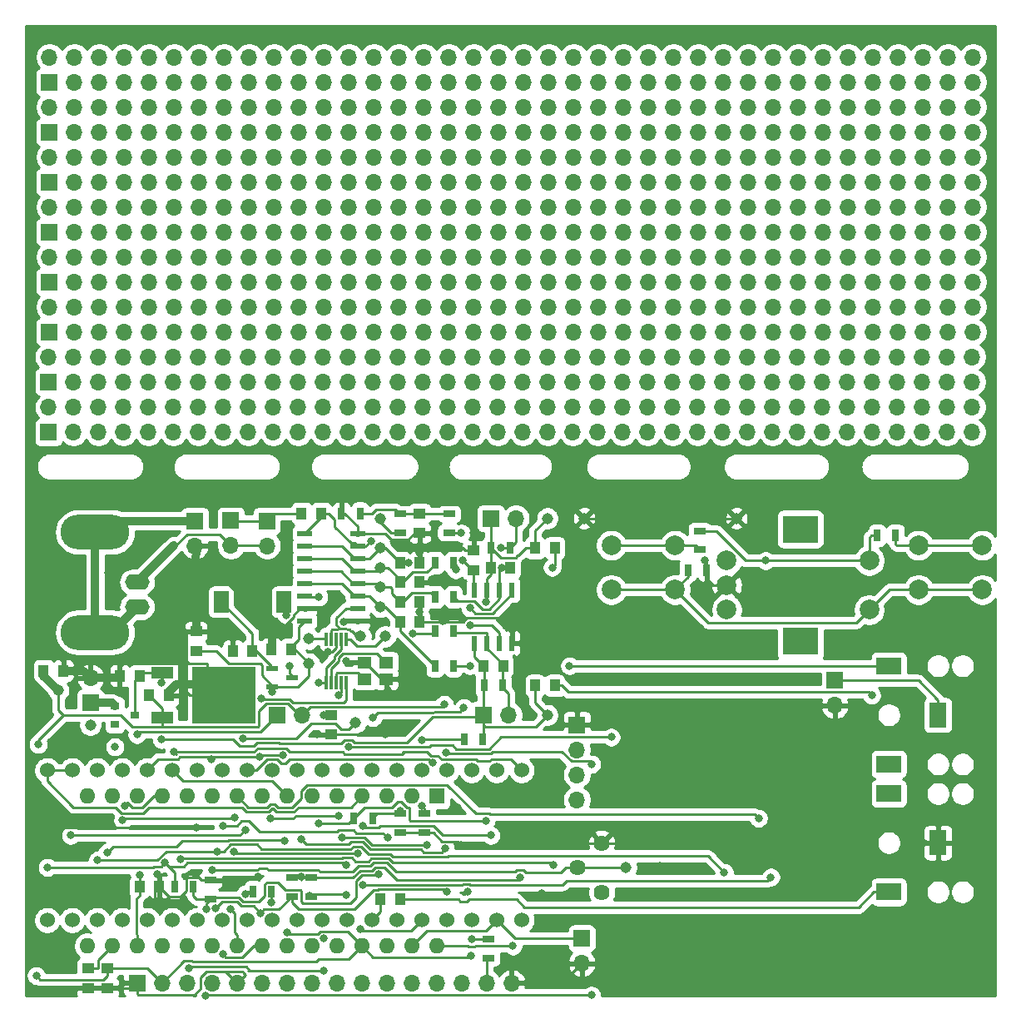
<source format=gbr>
G04 #@! TF.GenerationSoftware,KiCad,Pcbnew,5.1.5+dfsg1-2build2*
G04 #@! TF.CreationDate,2020-07-21T14:48:07-07:00*
G04 #@! TF.ProjectId,muSDRx,6d755344-5278-42e6-9b69-6361645f7063,0.1*
G04 #@! TF.SameCoordinates,Original*
G04 #@! TF.FileFunction,Copper,L1,Top*
G04 #@! TF.FilePolarity,Positive*
%FSLAX46Y46*%
G04 Gerber Fmt 4.6, Leading zero omitted, Abs format (unit mm)*
G04 Created by KiCad (PCBNEW 5.1.5+dfsg1-2build2) date 2020-07-21 14:48:07*
%MOMM*%
%LPD*%
G04 APERTURE LIST*
%ADD10O,1.700000X1.700000*%
%ADD11R,1.700000X1.700000*%
%ADD12C,1.524000*%
%ADD13R,1.300000X0.700000*%
%ADD14R,1.250000X1.000000*%
%ADD15R,1.600000X1.600000*%
%ADD16O,1.600000X1.600000*%
%ADD17R,1.000000X1.250000*%
%ADD18R,1.800000X2.500000*%
%ADD19R,2.500000X1.800000*%
%ADD20R,0.900000X0.800000*%
%ADD21R,1.500000X2.200000*%
%ADD22O,7.000240X3.500120*%
%ADD23O,2.499360X1.600200*%
%ADD24R,1.300000X0.600000*%
%ADD25R,0.700000X1.300000*%
%ADD26C,1.620000*%
%ADD27R,3.600000X2.800000*%
%ADD28C,2.000000*%
%ADD29C,1.143000*%
%ADD30R,0.300000X1.400000*%
%ADD31R,1.500000X0.600000*%
%ADD32R,0.600000X1.550000*%
%ADD33R,2.200000X1.200000*%
%ADD34R,6.400000X5.800000*%
%ADD35R,3.050000X2.750000*%
%ADD36R,1.400000X1.200000*%
%ADD37C,0.800000*%
%ADD38C,0.250000*%
%ADD39C,0.830000*%
%ADD40C,0.254000*%
G04 APERTURE END LIST*
D10*
X147066000Y-53848000D03*
X147066000Y-56388000D03*
X144526000Y-53848000D03*
X144526000Y-56388000D03*
X141986000Y-53848000D03*
X141986000Y-56388000D03*
X139446000Y-53848000D03*
X139446000Y-56388000D03*
X136906000Y-53848000D03*
X136906000Y-56388000D03*
X134366000Y-53848000D03*
X134366000Y-56388000D03*
X131826000Y-53848000D03*
X131826000Y-56388000D03*
X129286000Y-53848000D03*
X129286000Y-56388000D03*
X126746000Y-53848000D03*
X126746000Y-56388000D03*
X124206000Y-53848000D03*
X124206000Y-56388000D03*
X121666000Y-53848000D03*
X121666000Y-56388000D03*
X119126000Y-53848000D03*
X119126000Y-56388000D03*
X116586000Y-53848000D03*
X116586000Y-56388000D03*
X114046000Y-53848000D03*
X114046000Y-56388000D03*
X111506000Y-53848000D03*
X111506000Y-56388000D03*
X108966000Y-53848000D03*
X108966000Y-56388000D03*
X106426000Y-53848000D03*
X106426000Y-56388000D03*
X103886000Y-53848000D03*
X103886000Y-56388000D03*
X101346000Y-53848000D03*
X101346000Y-56388000D03*
X98806000Y-53848000D03*
X98806000Y-56388000D03*
X96266000Y-53848000D03*
X96266000Y-56388000D03*
X93726000Y-53848000D03*
X93726000Y-56388000D03*
X91186000Y-53848000D03*
X91186000Y-56388000D03*
X88646000Y-53848000D03*
X88646000Y-56388000D03*
X86106000Y-53848000D03*
X86106000Y-56388000D03*
X83566000Y-53848000D03*
X83566000Y-56388000D03*
X81026000Y-53848000D03*
X81026000Y-56388000D03*
X78486000Y-53848000D03*
X78486000Y-56388000D03*
X75946000Y-53848000D03*
X75946000Y-56388000D03*
X73406000Y-53848000D03*
X73406000Y-56388000D03*
X70866000Y-53848000D03*
X70866000Y-56388000D03*
X68326000Y-53848000D03*
X68326000Y-56388000D03*
X65786000Y-53848000D03*
X65786000Y-56388000D03*
X63246000Y-53848000D03*
X63246000Y-56388000D03*
X60706000Y-53848000D03*
X60706000Y-56388000D03*
X58166000Y-53848000D03*
X58166000Y-56388000D03*
X55626000Y-53848000D03*
X55626000Y-56388000D03*
X53086000Y-53848000D03*
D11*
X53086000Y-56388000D03*
X53086000Y-61468000D03*
D10*
X53086000Y-58928000D03*
X55626000Y-61468000D03*
X55626000Y-58928000D03*
X58166000Y-61468000D03*
X58166000Y-58928000D03*
X60706000Y-61468000D03*
X60706000Y-58928000D03*
X63246000Y-61468000D03*
X63246000Y-58928000D03*
X65786000Y-61468000D03*
X65786000Y-58928000D03*
X68326000Y-61468000D03*
X68326000Y-58928000D03*
X70866000Y-61468000D03*
X70866000Y-58928000D03*
X73406000Y-61468000D03*
X73406000Y-58928000D03*
X75946000Y-61468000D03*
X75946000Y-58928000D03*
X78486000Y-61468000D03*
X78486000Y-58928000D03*
X81026000Y-61468000D03*
X81026000Y-58928000D03*
X83566000Y-61468000D03*
X83566000Y-58928000D03*
X86106000Y-61468000D03*
X86106000Y-58928000D03*
X88646000Y-61468000D03*
X88646000Y-58928000D03*
X91186000Y-61468000D03*
X91186000Y-58928000D03*
X93726000Y-61468000D03*
X93726000Y-58928000D03*
X96266000Y-61468000D03*
X96266000Y-58928000D03*
X98806000Y-61468000D03*
X98806000Y-58928000D03*
X101346000Y-61468000D03*
X101346000Y-58928000D03*
X103886000Y-61468000D03*
X103886000Y-58928000D03*
X106426000Y-61468000D03*
X106426000Y-58928000D03*
X108966000Y-61468000D03*
X108966000Y-58928000D03*
X111506000Y-61468000D03*
X111506000Y-58928000D03*
X114046000Y-61468000D03*
X114046000Y-58928000D03*
X116586000Y-61468000D03*
X116586000Y-58928000D03*
X119126000Y-61468000D03*
X119126000Y-58928000D03*
X121666000Y-61468000D03*
X121666000Y-58928000D03*
X124206000Y-61468000D03*
X124206000Y-58928000D03*
X126746000Y-61468000D03*
X126746000Y-58928000D03*
X129286000Y-61468000D03*
X129286000Y-58928000D03*
X131826000Y-61468000D03*
X131826000Y-58928000D03*
X134366000Y-61468000D03*
X134366000Y-58928000D03*
X136906000Y-61468000D03*
X136906000Y-58928000D03*
X139446000Y-61468000D03*
X139446000Y-58928000D03*
X141986000Y-61468000D03*
X141986000Y-58928000D03*
X144526000Y-61468000D03*
X144526000Y-58928000D03*
X147066000Y-61468000D03*
X147066000Y-58928000D03*
X147066000Y-64008000D03*
X147066000Y-66548000D03*
X144526000Y-64008000D03*
X144526000Y-66548000D03*
X141986000Y-64008000D03*
X141986000Y-66548000D03*
X139446000Y-64008000D03*
X139446000Y-66548000D03*
X136906000Y-64008000D03*
X136906000Y-66548000D03*
X134366000Y-64008000D03*
X134366000Y-66548000D03*
X131826000Y-64008000D03*
X131826000Y-66548000D03*
X129286000Y-64008000D03*
X129286000Y-66548000D03*
X126746000Y-64008000D03*
X126746000Y-66548000D03*
X124206000Y-64008000D03*
X124206000Y-66548000D03*
X121666000Y-64008000D03*
X121666000Y-66548000D03*
X119126000Y-64008000D03*
X119126000Y-66548000D03*
X116586000Y-64008000D03*
X116586000Y-66548000D03*
X114046000Y-64008000D03*
X114046000Y-66548000D03*
X111506000Y-64008000D03*
X111506000Y-66548000D03*
X108966000Y-64008000D03*
X108966000Y-66548000D03*
X106426000Y-64008000D03*
X106426000Y-66548000D03*
X103886000Y-64008000D03*
X103886000Y-66548000D03*
X101346000Y-64008000D03*
X101346000Y-66548000D03*
X98806000Y-64008000D03*
X98806000Y-66548000D03*
X96266000Y-64008000D03*
X96266000Y-66548000D03*
X93726000Y-64008000D03*
X93726000Y-66548000D03*
X91186000Y-64008000D03*
X91186000Y-66548000D03*
X88646000Y-64008000D03*
X88646000Y-66548000D03*
X86106000Y-64008000D03*
X86106000Y-66548000D03*
X83566000Y-64008000D03*
X83566000Y-66548000D03*
X81026000Y-64008000D03*
X81026000Y-66548000D03*
X78486000Y-64008000D03*
X78486000Y-66548000D03*
X75946000Y-64008000D03*
X75946000Y-66548000D03*
X73406000Y-64008000D03*
X73406000Y-66548000D03*
X70866000Y-64008000D03*
X70866000Y-66548000D03*
X68326000Y-64008000D03*
X68326000Y-66548000D03*
X65786000Y-64008000D03*
X65786000Y-66548000D03*
X63246000Y-64008000D03*
X63246000Y-66548000D03*
X60706000Y-64008000D03*
X60706000Y-66548000D03*
X58166000Y-64008000D03*
X58166000Y-66548000D03*
X55626000Y-64008000D03*
X55626000Y-66548000D03*
X53086000Y-64008000D03*
D11*
X53086000Y-66548000D03*
X53086000Y-71628000D03*
D10*
X53086000Y-69088000D03*
X55626000Y-71628000D03*
X55626000Y-69088000D03*
X58166000Y-71628000D03*
X58166000Y-69088000D03*
X60706000Y-71628000D03*
X60706000Y-69088000D03*
X63246000Y-71628000D03*
X63246000Y-69088000D03*
X65786000Y-71628000D03*
X65786000Y-69088000D03*
X68326000Y-71628000D03*
X68326000Y-69088000D03*
X70866000Y-71628000D03*
X70866000Y-69088000D03*
X73406000Y-71628000D03*
X73406000Y-69088000D03*
X75946000Y-71628000D03*
X75946000Y-69088000D03*
X78486000Y-71628000D03*
X78486000Y-69088000D03*
X81026000Y-71628000D03*
X81026000Y-69088000D03*
X83566000Y-71628000D03*
X83566000Y-69088000D03*
X86106000Y-71628000D03*
X86106000Y-69088000D03*
X88646000Y-71628000D03*
X88646000Y-69088000D03*
X91186000Y-71628000D03*
X91186000Y-69088000D03*
X93726000Y-71628000D03*
X93726000Y-69088000D03*
X96266000Y-71628000D03*
X96266000Y-69088000D03*
X98806000Y-71628000D03*
X98806000Y-69088000D03*
X101346000Y-71628000D03*
X101346000Y-69088000D03*
X103886000Y-71628000D03*
X103886000Y-69088000D03*
X106426000Y-71628000D03*
X106426000Y-69088000D03*
X108966000Y-71628000D03*
X108966000Y-69088000D03*
X111506000Y-71628000D03*
X111506000Y-69088000D03*
X114046000Y-71628000D03*
X114046000Y-69088000D03*
X116586000Y-71628000D03*
X116586000Y-69088000D03*
X119126000Y-71628000D03*
X119126000Y-69088000D03*
X121666000Y-71628000D03*
X121666000Y-69088000D03*
X124206000Y-71628000D03*
X124206000Y-69088000D03*
X126746000Y-71628000D03*
X126746000Y-69088000D03*
X129286000Y-71628000D03*
X129286000Y-69088000D03*
X131826000Y-71628000D03*
X131826000Y-69088000D03*
X134366000Y-71628000D03*
X134366000Y-69088000D03*
X136906000Y-71628000D03*
X136906000Y-69088000D03*
X139446000Y-71628000D03*
X139446000Y-69088000D03*
X141986000Y-71628000D03*
X141986000Y-69088000D03*
X144526000Y-71628000D03*
X144526000Y-69088000D03*
X147066000Y-71628000D03*
X147066000Y-69088000D03*
X147066000Y-74168000D03*
X147066000Y-76708000D03*
X144526000Y-74168000D03*
X144526000Y-76708000D03*
X141986000Y-74168000D03*
X141986000Y-76708000D03*
X139446000Y-74168000D03*
X139446000Y-76708000D03*
X136906000Y-74168000D03*
X136906000Y-76708000D03*
X134366000Y-74168000D03*
X134366000Y-76708000D03*
X131826000Y-74168000D03*
X131826000Y-76708000D03*
X129286000Y-74168000D03*
X129286000Y-76708000D03*
X126746000Y-74168000D03*
X126746000Y-76708000D03*
X124206000Y-74168000D03*
X124206000Y-76708000D03*
X121666000Y-74168000D03*
X121666000Y-76708000D03*
X119126000Y-74168000D03*
X119126000Y-76708000D03*
X116586000Y-74168000D03*
X116586000Y-76708000D03*
X114046000Y-74168000D03*
X114046000Y-76708000D03*
X111506000Y-74168000D03*
X111506000Y-76708000D03*
X108966000Y-74168000D03*
X108966000Y-76708000D03*
X106426000Y-74168000D03*
X106426000Y-76708000D03*
X103886000Y-74168000D03*
X103886000Y-76708000D03*
X101346000Y-74168000D03*
X101346000Y-76708000D03*
X98806000Y-74168000D03*
X98806000Y-76708000D03*
X96266000Y-74168000D03*
X96266000Y-76708000D03*
X93726000Y-74168000D03*
X93726000Y-76708000D03*
X91186000Y-74168000D03*
X91186000Y-76708000D03*
X88646000Y-74168000D03*
X88646000Y-76708000D03*
X86106000Y-74168000D03*
X86106000Y-76708000D03*
X83566000Y-74168000D03*
X83566000Y-76708000D03*
X81026000Y-74168000D03*
X81026000Y-76708000D03*
X78486000Y-74168000D03*
X78486000Y-76708000D03*
X75946000Y-74168000D03*
X75946000Y-76708000D03*
X73406000Y-74168000D03*
X73406000Y-76708000D03*
X70866000Y-74168000D03*
X70866000Y-76708000D03*
X68326000Y-74168000D03*
X68326000Y-76708000D03*
X65786000Y-74168000D03*
X65786000Y-76708000D03*
X63246000Y-74168000D03*
X63246000Y-76708000D03*
X60706000Y-74168000D03*
X60706000Y-76708000D03*
X58166000Y-74168000D03*
X58166000Y-76708000D03*
X55626000Y-74168000D03*
X55626000Y-76708000D03*
X53086000Y-74168000D03*
D11*
X53086000Y-76708000D03*
X53086000Y-81788000D03*
D10*
X53086000Y-79248000D03*
X55626000Y-81788000D03*
X55626000Y-79248000D03*
X58166000Y-81788000D03*
X58166000Y-79248000D03*
X60706000Y-81788000D03*
X60706000Y-79248000D03*
X63246000Y-81788000D03*
X63246000Y-79248000D03*
X65786000Y-81788000D03*
X65786000Y-79248000D03*
X68326000Y-81788000D03*
X68326000Y-79248000D03*
X70866000Y-81788000D03*
X70866000Y-79248000D03*
X73406000Y-81788000D03*
X73406000Y-79248000D03*
X75946000Y-81788000D03*
X75946000Y-79248000D03*
X78486000Y-81788000D03*
X78486000Y-79248000D03*
X81026000Y-81788000D03*
X81026000Y-79248000D03*
X83566000Y-81788000D03*
X83566000Y-79248000D03*
X86106000Y-81788000D03*
X86106000Y-79248000D03*
X88646000Y-81788000D03*
X88646000Y-79248000D03*
X91186000Y-81788000D03*
X91186000Y-79248000D03*
X93726000Y-81788000D03*
X93726000Y-79248000D03*
X96266000Y-81788000D03*
X96266000Y-79248000D03*
X98806000Y-81788000D03*
X98806000Y-79248000D03*
X101346000Y-81788000D03*
X101346000Y-79248000D03*
X103886000Y-81788000D03*
X103886000Y-79248000D03*
X106426000Y-81788000D03*
X106426000Y-79248000D03*
X108966000Y-81788000D03*
X108966000Y-79248000D03*
X111506000Y-81788000D03*
X111506000Y-79248000D03*
X114046000Y-81788000D03*
X114046000Y-79248000D03*
X116586000Y-81788000D03*
X116586000Y-79248000D03*
X119126000Y-81788000D03*
X119126000Y-79248000D03*
X121666000Y-81788000D03*
X121666000Y-79248000D03*
X124206000Y-81788000D03*
X124206000Y-79248000D03*
X126746000Y-81788000D03*
X126746000Y-79248000D03*
X129286000Y-81788000D03*
X129286000Y-79248000D03*
X131826000Y-81788000D03*
X131826000Y-79248000D03*
X134366000Y-81788000D03*
X134366000Y-79248000D03*
X136906000Y-81788000D03*
X136906000Y-79248000D03*
X139446000Y-81788000D03*
X139446000Y-79248000D03*
X141986000Y-81788000D03*
X141986000Y-79248000D03*
X144526000Y-81788000D03*
X144526000Y-79248000D03*
X147066000Y-81788000D03*
X147066000Y-79248000D03*
X146980000Y-84328000D03*
X146980000Y-86868000D03*
X144440000Y-84328000D03*
X144440000Y-86868000D03*
X141900000Y-84328000D03*
X141900000Y-86868000D03*
X139360000Y-84328000D03*
X139360000Y-86868000D03*
X136820000Y-84328000D03*
X136820000Y-86868000D03*
X134280000Y-84328000D03*
X134280000Y-86868000D03*
X131740000Y-84328000D03*
X131740000Y-86868000D03*
X129200000Y-84328000D03*
X129200000Y-86868000D03*
X126660000Y-84328000D03*
X126660000Y-86868000D03*
X124120000Y-84328000D03*
X124120000Y-86868000D03*
X121580000Y-84328000D03*
X121580000Y-86868000D03*
X119040000Y-84328000D03*
X119040000Y-86868000D03*
X116500000Y-84328000D03*
X116500000Y-86868000D03*
X113960000Y-84328000D03*
X113960000Y-86868000D03*
X111420000Y-84328000D03*
X111420000Y-86868000D03*
X108880000Y-84328000D03*
X108880000Y-86868000D03*
X106340000Y-84328000D03*
X106340000Y-86868000D03*
X103800000Y-84328000D03*
X103800000Y-86868000D03*
X101260000Y-84328000D03*
X101260000Y-86868000D03*
X98720000Y-84328000D03*
X98720000Y-86868000D03*
X96180000Y-84328000D03*
X96180000Y-86868000D03*
X93640000Y-84328000D03*
X93640000Y-86868000D03*
X91100000Y-84328000D03*
X91100000Y-86868000D03*
X88560000Y-84328000D03*
X88560000Y-86868000D03*
X86020000Y-84328000D03*
X86020000Y-86868000D03*
X83480000Y-84328000D03*
X83480000Y-86868000D03*
X80940000Y-84328000D03*
X80940000Y-86868000D03*
X78400000Y-84328000D03*
X78400000Y-86868000D03*
X75860000Y-84328000D03*
X75860000Y-86868000D03*
X73320000Y-84328000D03*
X73320000Y-86868000D03*
X70780000Y-84328000D03*
X70780000Y-86868000D03*
X68240000Y-84328000D03*
X68240000Y-86868000D03*
X65700000Y-84328000D03*
X65700000Y-86868000D03*
X63160000Y-84328000D03*
X63160000Y-86868000D03*
X60620000Y-84328000D03*
X60620000Y-86868000D03*
X58080000Y-84328000D03*
X58080000Y-86868000D03*
X55540000Y-84328000D03*
X55540000Y-86868000D03*
X53000000Y-84328000D03*
D11*
X53000000Y-86868000D03*
X53000000Y-92000000D03*
D10*
X53000000Y-89460000D03*
X55540000Y-92000000D03*
X55540000Y-89460000D03*
X58080000Y-92000000D03*
X58080000Y-89460000D03*
X60620000Y-92000000D03*
X60620000Y-89460000D03*
X63160000Y-92000000D03*
X63160000Y-89460000D03*
X65700000Y-92000000D03*
X65700000Y-89460000D03*
X68240000Y-92000000D03*
X68240000Y-89460000D03*
X70780000Y-92000000D03*
X70780000Y-89460000D03*
X73320000Y-92000000D03*
X73320000Y-89460000D03*
X75860000Y-92000000D03*
X75860000Y-89460000D03*
X78400000Y-92000000D03*
X78400000Y-89460000D03*
X80940000Y-92000000D03*
X80940000Y-89460000D03*
X83480000Y-92000000D03*
X83480000Y-89460000D03*
X86020000Y-92000000D03*
X86020000Y-89460000D03*
X88560000Y-92000000D03*
X88560000Y-89460000D03*
X91100000Y-92000000D03*
X91100000Y-89460000D03*
X93640000Y-92000000D03*
X93640000Y-89460000D03*
X96180000Y-92000000D03*
X96180000Y-89460000D03*
X98720000Y-92000000D03*
X98720000Y-89460000D03*
X101260000Y-92000000D03*
X101260000Y-89460000D03*
X103800000Y-92000000D03*
X103800000Y-89460000D03*
X106340000Y-92000000D03*
X106340000Y-89460000D03*
X108880000Y-92000000D03*
X108880000Y-89460000D03*
X111420000Y-92000000D03*
X111420000Y-89460000D03*
X113960000Y-92000000D03*
X113960000Y-89460000D03*
X116500000Y-92000000D03*
X116500000Y-89460000D03*
X119040000Y-92000000D03*
X119040000Y-89460000D03*
X121580000Y-92000000D03*
X121580000Y-89460000D03*
X124120000Y-92000000D03*
X124120000Y-89460000D03*
X126660000Y-92000000D03*
X126660000Y-89460000D03*
X129200000Y-92000000D03*
X129200000Y-89460000D03*
X131740000Y-92000000D03*
X131740000Y-89460000D03*
X134280000Y-92000000D03*
X134280000Y-89460000D03*
X136820000Y-92000000D03*
X136820000Y-89460000D03*
X139360000Y-92000000D03*
X139360000Y-89460000D03*
X141900000Y-92000000D03*
X141900000Y-89460000D03*
X144440000Y-92000000D03*
X144440000Y-89460000D03*
X146980000Y-92000000D03*
X146980000Y-89460000D03*
D12*
X96050000Y-141620000D03*
X52870000Y-126380000D03*
X55410000Y-126380000D03*
X57950000Y-126380000D03*
X60490000Y-126380000D03*
X63030000Y-126380000D03*
X65570000Y-126380000D03*
X68110000Y-126380000D03*
X70650000Y-126380000D03*
X73190000Y-126380000D03*
X75730000Y-126380000D03*
X78270000Y-126380000D03*
X80810000Y-126380000D03*
X83350000Y-126380000D03*
X85890000Y-126380000D03*
X88430000Y-126380000D03*
X90970000Y-126380000D03*
X93510000Y-126380000D03*
X96050000Y-126380000D03*
X98590000Y-126380000D03*
X101130000Y-126380000D03*
X101130000Y-141620000D03*
X98590000Y-141620000D03*
X93510000Y-141620000D03*
X90970000Y-141620000D03*
X88430000Y-141620000D03*
X85890000Y-141620000D03*
X83350000Y-141620000D03*
X80810000Y-141620000D03*
X78270000Y-141620000D03*
X75730000Y-141620000D03*
X73190000Y-141620000D03*
X70650000Y-141620000D03*
X68110000Y-141620000D03*
X65570000Y-141620000D03*
X63030000Y-141620000D03*
X60490000Y-141620000D03*
X57950000Y-141620000D03*
X55410000Y-141620000D03*
X52870000Y-141620000D03*
D13*
X97750000Y-143550000D03*
X97750000Y-145450000D03*
D14*
X81750000Y-122750000D03*
X81750000Y-120750000D03*
D15*
X92500000Y-129000000D03*
D16*
X59480000Y-144240000D03*
X89960000Y-129000000D03*
X62020000Y-144240000D03*
X87420000Y-129000000D03*
X64560000Y-144240000D03*
X84880000Y-129000000D03*
X67100000Y-144240000D03*
X82340000Y-129000000D03*
X69640000Y-144240000D03*
X79800000Y-129000000D03*
X72180000Y-144240000D03*
X77260000Y-129000000D03*
X74720000Y-144240000D03*
X74720000Y-129000000D03*
X77260000Y-144240000D03*
X72180000Y-129000000D03*
X79800000Y-144240000D03*
X69640000Y-129000000D03*
X82340000Y-144240000D03*
X67100000Y-129000000D03*
X84880000Y-144240000D03*
X64560000Y-129000000D03*
X87420000Y-144240000D03*
X62020000Y-129000000D03*
X89960000Y-144240000D03*
X59480000Y-129000000D03*
X92500000Y-144240000D03*
X56940000Y-129000000D03*
X56940000Y-144240000D03*
D17*
X62250000Y-116750000D03*
X60250000Y-116750000D03*
X71750000Y-114250000D03*
X73750000Y-114250000D03*
D14*
X68000000Y-112250000D03*
X68000000Y-114250000D03*
D17*
X63250000Y-118750000D03*
X65250000Y-118750000D03*
X80750000Y-100250000D03*
X78750000Y-100250000D03*
D14*
X90750000Y-102250000D03*
X90750000Y-100250000D03*
X59000000Y-148500000D03*
X59000000Y-146500000D03*
X57000000Y-146500000D03*
X57000000Y-148500000D03*
D17*
X62250000Y-138250000D03*
X64250000Y-138250000D03*
X90750000Y-111250000D03*
X88750000Y-111250000D03*
X88750000Y-109250000D03*
X90750000Y-109250000D03*
X77660000Y-114040000D03*
X75660000Y-114040000D03*
X88750000Y-107250000D03*
X90750000Y-107250000D03*
X88750000Y-105250000D03*
X90750000Y-105250000D03*
X88750000Y-139500000D03*
X86750000Y-139500000D03*
D11*
X97250000Y-120750000D03*
D10*
X99790000Y-120750000D03*
D17*
X99250000Y-115750000D03*
X97250000Y-115750000D03*
X100000000Y-105750000D03*
X98000000Y-105750000D03*
D10*
X100540000Y-100750000D03*
D11*
X98000000Y-100750000D03*
D14*
X96250000Y-104000000D03*
X96250000Y-106000000D03*
D17*
X102500000Y-117750000D03*
X104500000Y-117750000D03*
X104500000Y-103750000D03*
X102500000Y-103750000D03*
X54500000Y-116250000D03*
X52500000Y-116250000D03*
D18*
X143500000Y-120750000D03*
D19*
X138500000Y-115750000D03*
X138500000Y-125750000D03*
X138500000Y-138750000D03*
X138500000Y-128750000D03*
D18*
X143500000Y-133750000D03*
D20*
X61750000Y-120750000D03*
X59750000Y-121700000D03*
X59750000Y-119800000D03*
D10*
X78790000Y-120750000D03*
D11*
X76250000Y-120750000D03*
X57250000Y-119500000D03*
D10*
X57250000Y-116960000D03*
D11*
X67910000Y-101000000D03*
D10*
X67910000Y-103540000D03*
D11*
X75220000Y-101000000D03*
D10*
X75220000Y-103540000D03*
D11*
X107250000Y-143460000D03*
D10*
X107250000Y-146000000D03*
X71550000Y-103530000D03*
D11*
X71550000Y-100990000D03*
X106750000Y-121750000D03*
D10*
X106750000Y-124290000D03*
X106750000Y-126830000D03*
X106750000Y-129370000D03*
X133000000Y-119790000D03*
D11*
X133000000Y-117250000D03*
D21*
X76950000Y-109250000D03*
X70550000Y-109250000D03*
D22*
X57736600Y-112347780D03*
X57736600Y-102149680D03*
D23*
X62001260Y-107250000D03*
X62001260Y-109749360D03*
D24*
X75710000Y-115990000D03*
X75710000Y-117890000D03*
X77810000Y-116940000D03*
D25*
X139200000Y-102500000D03*
X137300000Y-102500000D03*
D13*
X119250000Y-102050000D03*
X119250000Y-103950000D03*
X79750000Y-137300000D03*
X79750000Y-139200000D03*
D25*
X118050000Y-106000000D03*
X119950000Y-106000000D03*
D13*
X77750000Y-139200000D03*
X77750000Y-137300000D03*
D25*
X84700000Y-100250000D03*
X82800000Y-100250000D03*
D13*
X88750000Y-102200000D03*
X88750000Y-100300000D03*
X93750000Y-100300000D03*
X93750000Y-102200000D03*
D25*
X67700000Y-138250000D03*
X65800000Y-138250000D03*
D13*
X69500000Y-137550000D03*
X69500000Y-139450000D03*
D25*
X85950000Y-131250000D03*
X84050000Y-131250000D03*
D13*
X88750000Y-130800000D03*
X88750000Y-132700000D03*
D25*
X95300000Y-123250000D03*
X97200000Y-123250000D03*
D13*
X91250000Y-130800000D03*
X91250000Y-132700000D03*
D25*
X94200000Y-112250000D03*
X92300000Y-112250000D03*
X92300000Y-115750000D03*
X94200000Y-115750000D03*
X94200000Y-105250000D03*
X92300000Y-105250000D03*
X94200000Y-108750000D03*
X92300000Y-108750000D03*
X99950000Y-103750000D03*
X98050000Y-103750000D03*
X97300000Y-117750000D03*
X99200000Y-117750000D03*
X75700000Y-138750000D03*
X73800000Y-138750000D03*
D26*
X109300000Y-133800000D03*
X106800000Y-136300000D03*
X109300000Y-138800000D03*
D27*
X129500000Y-113250000D03*
X129500000Y-101850000D03*
D28*
X136500000Y-110050000D03*
X136500000Y-105050000D03*
X122000000Y-110050000D03*
X122000000Y-107550000D03*
X122000000Y-105050000D03*
D29*
X79500000Y-115500000D03*
X79500000Y-113000000D03*
X84750000Y-112750000D03*
X87250000Y-112750000D03*
X86750000Y-100750000D03*
X86750000Y-103750000D03*
X86750000Y-109750000D03*
X86750000Y-107750000D03*
X86750000Y-105750000D03*
X123000000Y-100750000D03*
X107500000Y-100750000D03*
X84250000Y-121500000D03*
X103750000Y-120750000D03*
X103750000Y-100750000D03*
X111750000Y-136250000D03*
X57250000Y-121750000D03*
X54000000Y-118250000D03*
D11*
X62000000Y-148000000D03*
D10*
X64540000Y-148000000D03*
X67080000Y-148000000D03*
X69620000Y-148000000D03*
X72160000Y-148000000D03*
X74700000Y-148000000D03*
X77240000Y-148000000D03*
X79780000Y-148000000D03*
X82320000Y-148000000D03*
X84860000Y-148000000D03*
X87400000Y-148000000D03*
X89940000Y-148000000D03*
X92480000Y-148000000D03*
X95020000Y-148000000D03*
X97560000Y-148000000D03*
X100100000Y-148000000D03*
D30*
X81250000Y-117450000D03*
X81750000Y-117450000D03*
X82250000Y-117450000D03*
X82750000Y-117450000D03*
X83250000Y-117450000D03*
X83250000Y-113050000D03*
X82750000Y-113050000D03*
X82250000Y-113050000D03*
X81750000Y-113050000D03*
X81250000Y-113050000D03*
D31*
X84450000Y-111195000D03*
X84450000Y-109925000D03*
X84450000Y-108655000D03*
X84450000Y-107385000D03*
X84450000Y-106115000D03*
X84450000Y-104845000D03*
X84450000Y-103575000D03*
X84450000Y-102305000D03*
X79050000Y-102305000D03*
X79050000Y-103575000D03*
X79050000Y-104845000D03*
X79050000Y-106115000D03*
X79050000Y-107385000D03*
X79050000Y-108655000D03*
X79050000Y-109925000D03*
X79050000Y-111195000D03*
D32*
X96345000Y-113450000D03*
X97615000Y-113450000D03*
X98885000Y-113450000D03*
X100155000Y-113450000D03*
X100155000Y-108050000D03*
X98885000Y-108050000D03*
X97615000Y-108050000D03*
X96345000Y-108050000D03*
D33*
X64550000Y-116470000D03*
X64550000Y-121030000D03*
D34*
X70850000Y-118750000D03*
D35*
X72525000Y-120275000D03*
X69175000Y-117225000D03*
X72525000Y-117225000D03*
X69175000Y-120275000D03*
D36*
X85150000Y-117100000D03*
X87350000Y-117100000D03*
X87350000Y-115400000D03*
X85150000Y-115400000D03*
D28*
X148000000Y-108000000D03*
X148000000Y-103500000D03*
X141500000Y-108000000D03*
X141500000Y-103500000D03*
X110250000Y-103500000D03*
X110250000Y-108000000D03*
X116750000Y-103500000D03*
X116750000Y-108000000D03*
D37*
X100250000Y-144250000D03*
X64500000Y-117500000D03*
X65750000Y-124500000D03*
X98000000Y-133000000D03*
X84985882Y-132029447D03*
X60750000Y-130000000D03*
X59750000Y-124000000D03*
X83250000Y-136000000D03*
X85000000Y-138000000D03*
X126500000Y-137250000D03*
X125950000Y-105050000D03*
X64840849Y-135793338D03*
X52879998Y-136250000D03*
X77500000Y-115750000D03*
X77248710Y-142840026D03*
X75623200Y-139807989D03*
X51750000Y-147250000D03*
X108250000Y-125750000D03*
X93440449Y-124567998D03*
X93253248Y-119674989D03*
X77147096Y-110577585D03*
X51945010Y-123750000D03*
X96050000Y-143550000D03*
X96000000Y-145250000D03*
X58000000Y-135500000D03*
X121750000Y-136750000D03*
X70159689Y-134611732D03*
X125250000Y-131250000D03*
X71963334Y-131213334D03*
X60535038Y-131450012D03*
X82524992Y-118736848D03*
X84750000Y-142500000D03*
X79561301Y-139149991D03*
X83274435Y-139049755D03*
X55250000Y-133000000D03*
X73000000Y-132431991D03*
X72750000Y-123150030D03*
X74579001Y-140891817D03*
X70752437Y-145090009D03*
X70012048Y-140416643D03*
X74650003Y-119040636D03*
X69589855Y-125225010D03*
X76847332Y-124863250D03*
X74460000Y-125015918D03*
X93500000Y-138725010D03*
X71500000Y-140500000D03*
X110250000Y-123000000D03*
X83500000Y-124000000D03*
X71877667Y-134611732D03*
X84427811Y-134829489D03*
X93378485Y-134325011D03*
X78669877Y-133399969D03*
X69017966Y-140525381D03*
X86617989Y-136950067D03*
X91517146Y-133992466D03*
X75537119Y-131294324D03*
X82500000Y-131000000D03*
X82873072Y-133199955D03*
X97500000Y-109250000D03*
X80500000Y-131750000D03*
X81000000Y-143500000D03*
X81000000Y-146750004D03*
X67250000Y-146500000D03*
X97489757Y-131514990D03*
X64500000Y-123250000D03*
X62250000Y-137000000D03*
X62000000Y-122750000D03*
X75750000Y-118399978D03*
X95150002Y-105000000D03*
X95000000Y-102250000D03*
X86000000Y-121000000D03*
X95250000Y-120000000D03*
X70750000Y-132000000D03*
X87500000Y-133250000D03*
X80500000Y-117500000D03*
X59000000Y-134750000D03*
X78750000Y-137200014D03*
X80975127Y-120750000D03*
X77038784Y-133569540D03*
X101000000Y-137274990D03*
X92103610Y-125625030D03*
X124000000Y-132250000D03*
X63834990Y-139750000D03*
X95000000Y-134000000D03*
X87250000Y-122750000D03*
X87500000Y-118250000D03*
X94424992Y-117500000D03*
X106750000Y-113750000D03*
X90750000Y-110250000D03*
X90750000Y-104250000D03*
X81750000Y-110000000D03*
X83000000Y-111250000D03*
X83250000Y-115250000D03*
X81450136Y-114347902D03*
X71750000Y-113000000D03*
X72525000Y-117225000D03*
X92000000Y-107000000D03*
X96250000Y-102250000D03*
X119750000Y-105000000D03*
X119750000Y-100750000D03*
X124000000Y-109750000D03*
X131500000Y-109500000D03*
X93074266Y-111175734D03*
X67980000Y-136999998D03*
X68060000Y-132190000D03*
X51220000Y-132220000D03*
X51060000Y-114710000D03*
X115200000Y-136100000D03*
X115200000Y-136100000D03*
X62400000Y-103900000D03*
X59100000Y-106300000D03*
X53300000Y-131100000D03*
X54500000Y-139300000D03*
X56500000Y-139300000D03*
X56500000Y-134500000D03*
X96200000Y-118900000D03*
X80300000Y-122700000D03*
X64030000Y-136900000D03*
X53370000Y-132140000D03*
X98500000Y-129100000D03*
X94600001Y-130199999D03*
X102000000Y-129000000D03*
X95900000Y-128300000D03*
X74280000Y-137220000D03*
X115000000Y-133800000D03*
X102000000Y-133900000D03*
X106900000Y-138800000D03*
X103200000Y-138900000D03*
X95600000Y-138700000D03*
X85780178Y-103030000D03*
X89649998Y-105250000D03*
X90037653Y-112462347D03*
X99037654Y-103712348D03*
X99100002Y-105750000D03*
X136750000Y-118750000D03*
X104250000Y-105750000D03*
X106000000Y-115750000D03*
X108250000Y-149250000D03*
X68975700Y-149298993D03*
X66420000Y-135440000D03*
X104389989Y-136029440D03*
X88791878Y-130522200D03*
X91000000Y-130000000D03*
X90987340Y-123274990D03*
X95875012Y-115750000D03*
X95935015Y-111624995D03*
X95875004Y-109875011D03*
X94424992Y-105980592D03*
X73047235Y-138937499D03*
X69619548Y-136511763D03*
X80500000Y-108750000D03*
D38*
X62530000Y-116470000D02*
X62250000Y-116750000D01*
X64550000Y-116470000D02*
X62530000Y-116470000D01*
X61750000Y-117250000D02*
X62250000Y-116750000D01*
X61750000Y-120750000D02*
X61750000Y-117250000D01*
X64550000Y-117450000D02*
X64500000Y-117500000D01*
X64550000Y-116470000D02*
X64550000Y-117450000D01*
X65750000Y-124500000D02*
X66000000Y-124750000D01*
X101130000Y-126380000D02*
X100042999Y-125292999D01*
X96627200Y-125400022D02*
X96520177Y-125292999D01*
X92622801Y-124900020D02*
X91877199Y-124900020D01*
X100042999Y-125292999D02*
X98014825Y-125292999D01*
X96520177Y-125292999D02*
X93015780Y-125292999D01*
X91877199Y-124900020D02*
X91477179Y-124500000D01*
X98014825Y-125292999D02*
X97907802Y-125400022D01*
X93015780Y-125292999D02*
X92622801Y-124900020D01*
X91477179Y-124500000D02*
X89000000Y-124500000D01*
X97907802Y-125400022D02*
X96627200Y-125400022D01*
X77557084Y-124500000D02*
X82926996Y-124500000D01*
X77195333Y-124138249D02*
X77557084Y-124500000D01*
X83151998Y-124725002D02*
X88964324Y-124725002D01*
X73902916Y-124500000D02*
X74264667Y-124138249D01*
X82926996Y-124500000D02*
X83151998Y-124725002D01*
X88964324Y-124725002D02*
X89189326Y-124500000D01*
X74264667Y-124138249D02*
X77195333Y-124138249D01*
X65750000Y-124500000D02*
X73902916Y-124500000D01*
X92500000Y-144240000D02*
X95666996Y-144240000D01*
X95666996Y-144240000D02*
X95701998Y-144275002D01*
X95701998Y-144275002D02*
X96398002Y-144275002D01*
X96398002Y-144275002D02*
X96433004Y-144240000D01*
X96433004Y-144240000D02*
X100240000Y-144240000D01*
X100240000Y-144240000D02*
X100250000Y-144250000D01*
X100430000Y-143460000D02*
X98590000Y-141620000D01*
X107250000Y-143460000D02*
X100430000Y-143460000D01*
X90759999Y-143440001D02*
X89960000Y-144240000D01*
X91492999Y-142707001D02*
X90759999Y-143440001D01*
X97502999Y-142707001D02*
X91492999Y-142707001D01*
X98590000Y-141620000D02*
X97502999Y-142707001D01*
X53947630Y-126380000D02*
X55410000Y-126380000D01*
X52870000Y-126380000D02*
X53947630Y-126380000D01*
X75848001Y-130274999D02*
X76148013Y-130575012D01*
X52870000Y-127457630D02*
X55537371Y-130125001D01*
X77986401Y-130575012D02*
X78436412Y-130125001D01*
X76148013Y-130575012D02*
X77986401Y-130575012D01*
X73118601Y-130575012D02*
X75446401Y-130575012D01*
X75446401Y-130575012D02*
X75746413Y-130274999D01*
X78436412Y-130125001D02*
X83754999Y-130125001D01*
X83754999Y-130125001D02*
X84880000Y-129000000D01*
X75746413Y-130274999D02*
X75848001Y-130274999D01*
X60401998Y-130725002D02*
X62596410Y-130725002D01*
X52870000Y-126380000D02*
X52870000Y-127457630D01*
X72668591Y-130125001D02*
X73118601Y-130575012D01*
X63196411Y-130125001D02*
X72668591Y-130125001D01*
X59801997Y-130125001D02*
X60401998Y-130725002D01*
X62596410Y-130725002D02*
X63196411Y-130125001D01*
X55537371Y-130125001D02*
X59801997Y-130125001D01*
X86560001Y-132225001D02*
X85181436Y-132225001D01*
X86760003Y-132024999D02*
X86560001Y-132225001D01*
X93135002Y-133000000D02*
X92160001Y-132024999D01*
X92160001Y-132024999D02*
X86760003Y-132024999D01*
X85181436Y-132225001D02*
X84985882Y-132029447D01*
X98000000Y-133000000D02*
X93135002Y-133000000D01*
X136700000Y-102500000D02*
X137300000Y-102500000D01*
X136500000Y-102700000D02*
X136700000Y-102500000D01*
X136500000Y-105050000D02*
X136500000Y-102700000D01*
X120961002Y-102050000D02*
X123961002Y-105050000D01*
X135085787Y-105050000D02*
X136500000Y-105050000D01*
X119250000Y-102050000D02*
X120961002Y-102050000D01*
X62560001Y-130125001D02*
X61479999Y-130125001D01*
X61052499Y-129697501D02*
X60750000Y-130000000D01*
X61479999Y-130125001D02*
X61052499Y-129697501D01*
X63685002Y-129000000D02*
X62560001Y-130125001D01*
X64560000Y-129000000D02*
X63685002Y-129000000D01*
X125950000Y-105050000D02*
X135085787Y-105050000D01*
X123961002Y-105050000D02*
X125950000Y-105050000D01*
X65800000Y-136752489D02*
X64840849Y-135793338D01*
X65212512Y-136165001D02*
X64840849Y-135793338D01*
X65800000Y-138250000D02*
X65800000Y-136752489D01*
X83036753Y-135786753D02*
X67146249Y-135786753D01*
X83250000Y-136000000D02*
X83036753Y-135786753D01*
X67146249Y-135786753D02*
X66768001Y-136165001D01*
X66768001Y-136165001D02*
X65212512Y-136165001D01*
X63681999Y-136174999D02*
X63606998Y-136250000D01*
X64459188Y-136174999D02*
X63681999Y-136174999D01*
X64840849Y-135793338D02*
X64459188Y-136174999D01*
X63606998Y-136250000D02*
X53000000Y-136250000D01*
X53000000Y-136250000D02*
X52879998Y-136250000D01*
X95848001Y-137974999D02*
X95873002Y-138000000D01*
X95873002Y-138000000D02*
X105320198Y-138000000D01*
X95126998Y-138000000D02*
X95151999Y-137974999D01*
X85000000Y-138000000D02*
X95126998Y-138000000D01*
X95151999Y-137974999D02*
X95848001Y-137974999D01*
X105320198Y-138000000D02*
X105705199Y-137614999D01*
X105705199Y-137614999D02*
X126135001Y-137614999D01*
X126135001Y-137614999D02*
X126500000Y-137250000D01*
D39*
X52500000Y-116250000D02*
X52500000Y-116500000D01*
X52500000Y-116750000D02*
X54000000Y-118250000D01*
X52500000Y-116250000D02*
X52500000Y-116750000D01*
D38*
X64550000Y-120050000D02*
X63250000Y-118750000D01*
X64550000Y-121030000D02*
X64550000Y-120050000D01*
X77500000Y-116450000D02*
X77800000Y-116750000D01*
X77500000Y-115750000D02*
X77500000Y-116450000D01*
X63040000Y-146500000D02*
X64540000Y-148000000D01*
X59000000Y-146500000D02*
X63040000Y-146500000D01*
X84880000Y-144240000D02*
X83414999Y-142774999D01*
X80651999Y-142774999D02*
X80426998Y-143000000D01*
X83414999Y-142774999D02*
X80651999Y-142774999D01*
X80426998Y-143000000D02*
X77408684Y-143000000D01*
X77408684Y-143000000D02*
X77248710Y-142840026D01*
X80240596Y-145799989D02*
X80465597Y-145574988D01*
X72921424Y-145799989D02*
X80240596Y-145799989D01*
X72906401Y-145815012D02*
X72921424Y-145799989D01*
X67638016Y-145815012D02*
X72906401Y-145815012D01*
X80465597Y-145574988D02*
X83545012Y-145574988D01*
X67598002Y-145774998D02*
X67638016Y-145815012D01*
X64540000Y-148000000D02*
X66765002Y-145774998D01*
X66765002Y-145774998D02*
X67598002Y-145774998D01*
X83545012Y-145574988D02*
X84880000Y-144240000D01*
X75700000Y-138750000D02*
X75700000Y-139731189D01*
X75700000Y-139731189D02*
X75623200Y-139807989D01*
X61539999Y-121975001D02*
X60314998Y-120750000D01*
X60314998Y-120750000D02*
X54500000Y-120750000D01*
X64550000Y-121900002D02*
X64475001Y-121975001D01*
X64550000Y-121030000D02*
X64550000Y-121900002D01*
X64475001Y-121975001D02*
X61539999Y-121975001D01*
X54000000Y-120250000D02*
X54000000Y-118250000D01*
X54500000Y-120750000D02*
X54000000Y-120250000D01*
X59000000Y-147250000D02*
X59000000Y-146500000D01*
X58600001Y-147649999D02*
X59000000Y-147250000D01*
X52149999Y-147649999D02*
X58600001Y-147649999D01*
X51750000Y-147250000D02*
X52149999Y-147649999D01*
X78790000Y-120750000D02*
X78535002Y-120750000D01*
X78535002Y-120750000D02*
X77360001Y-119574999D01*
X77360001Y-119574999D02*
X75139999Y-119574999D01*
X75139999Y-119574999D02*
X74375001Y-120339997D01*
X74375001Y-120339997D02*
X74375001Y-121910001D01*
X74375001Y-121910001D02*
X74310001Y-121975001D01*
X74310001Y-121975001D02*
X64475001Y-121975001D01*
X107965001Y-125465001D02*
X106185999Y-125465001D01*
X108250000Y-125750000D02*
X107965001Y-125465001D01*
X106185999Y-125465001D02*
X105220998Y-124500000D01*
X105220998Y-124500000D02*
X98171413Y-124500000D01*
X98171413Y-124500000D02*
X97996401Y-124675012D01*
X97996401Y-124675012D02*
X93547463Y-124675012D01*
X93547463Y-124675012D02*
X93440449Y-124567998D01*
X78790000Y-120750000D02*
X79615001Y-119924999D01*
X79615001Y-119924999D02*
X93003238Y-119924999D01*
X93003238Y-119924999D02*
X93253248Y-119674989D01*
X76950000Y-109250000D02*
X76950000Y-110380489D01*
X76950000Y-110380489D02*
X77147096Y-110577585D01*
X54500000Y-120750000D02*
X51945010Y-123304990D01*
X51945010Y-123304990D02*
X51945010Y-123750000D01*
X97750000Y-143550000D02*
X96050000Y-143550000D01*
X95884999Y-145365001D02*
X96000000Y-145250000D01*
X84880000Y-144240000D02*
X86005001Y-145365001D01*
X86005001Y-145365001D02*
X95884999Y-145365001D01*
X96000010Y-145250010D02*
X96000000Y-145250000D01*
X58000000Y-135500000D02*
X64099144Y-135500000D01*
X64987412Y-134611732D02*
X70159689Y-134611732D01*
X64099144Y-135500000D02*
X64987412Y-134611732D01*
X70804663Y-134611732D02*
X70159689Y-134611732D01*
X74684230Y-134374976D02*
X74195984Y-133886730D01*
X120100000Y-135100000D02*
X93676498Y-135100000D01*
X93676498Y-135100000D02*
X93609020Y-135167478D01*
X88053686Y-135167478D02*
X87761232Y-134875024D01*
X87761232Y-134875024D02*
X85546348Y-134875024D01*
X85546348Y-134875024D02*
X84775812Y-134104488D01*
X121750000Y-136750000D02*
X120100000Y-135100000D01*
X84775812Y-134104488D02*
X84014916Y-134104488D01*
X84014916Y-134104488D02*
X83744428Y-134374976D01*
X83744428Y-134374976D02*
X74684230Y-134374976D01*
X74195984Y-133886730D02*
X71529665Y-133886730D01*
X93609020Y-135167478D02*
X88053686Y-135167478D01*
X71529665Y-133886730D02*
X70804663Y-134611732D01*
X71963334Y-131213334D02*
X71926668Y-131250000D01*
X60735050Y-131250000D02*
X60535038Y-131450012D01*
X71926668Y-131250000D02*
X60735050Y-131250000D01*
X78674999Y-128459999D02*
X78674999Y-129250003D01*
X125250000Y-131250000D02*
X124850001Y-130850001D01*
X124850001Y-130850001D02*
X97897772Y-130850001D01*
X77800000Y-130125001D02*
X76334413Y-130125001D01*
X93560001Y-127874999D02*
X79259999Y-127874999D01*
X79259999Y-127874999D02*
X78674999Y-128459999D01*
X76334413Y-130125001D02*
X76034401Y-129824988D01*
X73305001Y-130125001D02*
X72180000Y-129000000D01*
X97837759Y-130789988D02*
X96474990Y-130789988D01*
X75560014Y-129824988D02*
X75260001Y-130125001D01*
X75260001Y-130125001D02*
X73305001Y-130125001D01*
X78674999Y-129250003D02*
X77800000Y-130125001D01*
X96474990Y-130789988D02*
X93560001Y-127874999D01*
X76034401Y-129824988D02*
X75560014Y-129824988D01*
X97897772Y-130850001D02*
X97837759Y-130789988D01*
X82750000Y-118511840D02*
X82524992Y-118736848D01*
X82750000Y-117450000D02*
X82750000Y-118511840D01*
X90970000Y-141620000D02*
X89882999Y-142707001D01*
X89882999Y-142707001D02*
X84957001Y-142707001D01*
X84957001Y-142707001D02*
X84750000Y-142500000D01*
X79750000Y-139200000D02*
X79611310Y-139200000D01*
X79611310Y-139200000D02*
X79561301Y-139149991D01*
X79950000Y-139000000D02*
X83224680Y-139000000D01*
X83224680Y-139000000D02*
X83274435Y-139049755D01*
X79750000Y-139200000D02*
X79950000Y-139000000D01*
X55250000Y-133000000D02*
X71143573Y-133000000D01*
X71156865Y-132986708D02*
X72445283Y-132986708D01*
X71143573Y-133000000D02*
X71156865Y-132986708D01*
X72445283Y-132986708D02*
X73000000Y-132431991D01*
X82188590Y-121575001D02*
X79704001Y-121575001D01*
X84250000Y-121500000D02*
X83549989Y-122200011D01*
X83549989Y-122200011D02*
X82813600Y-122200011D01*
X82813600Y-122200011D02*
X82188590Y-121575001D01*
X79704001Y-121575001D02*
X78179022Y-123099980D01*
X78179022Y-123099980D02*
X72800050Y-123099980D01*
X72800050Y-123099980D02*
X72750000Y-123150030D01*
X71027429Y-145365001D02*
X70752437Y-145090009D01*
X72720001Y-145365001D02*
X71027429Y-145365001D01*
X73845002Y-144240000D02*
X72720001Y-145365001D01*
X74720000Y-144240000D02*
X73845002Y-144240000D01*
X76417001Y-140532999D02*
X74937819Y-140532999D01*
X77750000Y-139200000D02*
X76417001Y-140532999D01*
X74937819Y-140532999D02*
X74579001Y-140891817D01*
X77546401Y-119124988D02*
X74734355Y-119124988D01*
X83250000Y-119250000D02*
X83025012Y-119474988D01*
X77896401Y-119474988D02*
X77546401Y-119124988D01*
X83025012Y-119474988D02*
X77896401Y-119474988D01*
X74734355Y-119124988D02*
X74650003Y-119040636D01*
X83250000Y-117450000D02*
X83250000Y-119250000D01*
X69814865Y-125000000D02*
X74444082Y-125000000D01*
X66386410Y-125000000D02*
X69500000Y-125000000D01*
X64184999Y-125225001D02*
X66161409Y-125225001D01*
X69500000Y-125000000D02*
X69589855Y-125089855D01*
X63030000Y-126380000D02*
X64184999Y-125225001D01*
X66161409Y-125225001D02*
X66386410Y-125000000D01*
X74460000Y-125015918D02*
X74632930Y-124842988D01*
X76827070Y-124842988D02*
X76847332Y-124863250D01*
X74632930Y-124842988D02*
X76827070Y-124842988D01*
X69589855Y-125089855D02*
X69589855Y-125225010D01*
X74444082Y-125000000D02*
X74460000Y-125015918D01*
X69589855Y-125225010D02*
X69814865Y-125000000D01*
X86100001Y-138549999D02*
X86523003Y-138549999D01*
X84117001Y-140532999D02*
X86100001Y-138549999D01*
X93274990Y-138500000D02*
X93500000Y-138725010D01*
X77750000Y-139200000D02*
X77750000Y-139800000D01*
X77750000Y-139800000D02*
X78482999Y-140532999D01*
X78482999Y-140532999D02*
X84117001Y-140532999D01*
X86573002Y-138500000D02*
X93274990Y-138500000D01*
X86523003Y-138549999D02*
X86573002Y-138500000D01*
X72175323Y-139774999D02*
X72575336Y-140175012D01*
X70653692Y-139774999D02*
X72175323Y-139774999D01*
X73862198Y-140175012D02*
X74579001Y-140891817D01*
X70012048Y-140416643D02*
X70653692Y-139774999D01*
X72575336Y-140175012D02*
X73862198Y-140175012D01*
X77260000Y-129000000D02*
X75727001Y-127467001D01*
X75727001Y-127467001D02*
X66657001Y-127467001D01*
X66657001Y-127467001D02*
X65570000Y-126380000D01*
X135500001Y-111049999D02*
X136500000Y-110050000D01*
X135174999Y-111375001D02*
X135500001Y-111049999D01*
X120125001Y-111375001D02*
X135174999Y-111375001D01*
X116750000Y-108000000D02*
X120125001Y-111375001D01*
X138550000Y-108000000D02*
X141500000Y-108000000D01*
X136500000Y-110050000D02*
X138550000Y-108000000D01*
X141500000Y-108000000D02*
X148000000Y-108000000D01*
X83350000Y-126380000D02*
X83500000Y-126380000D01*
X72180000Y-143108630D02*
X72180000Y-144240000D01*
X71899999Y-142828629D02*
X72180000Y-143108630D01*
X71899999Y-140899999D02*
X71899999Y-142828629D01*
X71500000Y-140500000D02*
X71899999Y-140899999D01*
X99035002Y-123000000D02*
X97810001Y-124225001D01*
X97810001Y-124225001D02*
X94475001Y-124225001D01*
X110250000Y-123000000D02*
X99035002Y-123000000D01*
X94092988Y-123842988D02*
X91907012Y-123842988D01*
X94475001Y-124225001D02*
X94092988Y-123842988D01*
X91750000Y-124000000D02*
X83500000Y-124000000D01*
X91907012Y-123842988D02*
X91750000Y-124000000D01*
X71877667Y-134611732D02*
X72090922Y-134824987D01*
X84423309Y-134824987D02*
X84427811Y-134829489D01*
X72090922Y-134824987D02*
X84423309Y-134824987D01*
X111664213Y-108000000D02*
X116750000Y-108000000D01*
X110250000Y-108000000D02*
X111664213Y-108000000D01*
X118050000Y-106700000D02*
X118050000Y-106000000D01*
X116750000Y-108000000D02*
X118050000Y-106700000D01*
X93378485Y-134325011D02*
X92986029Y-134717467D01*
X83558028Y-133924965D02*
X79194873Y-133924965D01*
X91169145Y-134717467D02*
X90876691Y-134425013D01*
X92986029Y-134717467D02*
X91169145Y-134717467D01*
X83828516Y-133654477D02*
X83558028Y-133924965D01*
X79194873Y-133924965D02*
X78669877Y-133399969D01*
X84962212Y-133654477D02*
X83828516Y-133654477D01*
X85732748Y-134425013D02*
X84962212Y-133654477D01*
X90876691Y-134425013D02*
X85732748Y-134425013D01*
X68600000Y-139450000D02*
X69500000Y-139450000D01*
X68000000Y-139450000D02*
X68600000Y-139450000D01*
X67700000Y-139150000D02*
X68000000Y-139450000D01*
X67700000Y-138250000D02*
X67700000Y-139150000D01*
X69500000Y-139450000D02*
X69017966Y-139932034D01*
X69017966Y-139932034D02*
X69017966Y-140525381D01*
X75208005Y-137774999D02*
X76310001Y-137774999D01*
X78725001Y-138589999D02*
X78725001Y-139760003D01*
X72322234Y-139285500D02*
X72761735Y-139725001D01*
X84274999Y-139293057D02*
X84274999Y-137651999D01*
X83693055Y-139875001D02*
X84274999Y-139293057D01*
X75024999Y-137958005D02*
X75208005Y-137774999D01*
X74410001Y-139725001D02*
X75024999Y-139110003D01*
X77060001Y-138524999D02*
X78660001Y-138524999D01*
X72761735Y-139725001D02*
X74410001Y-139725001D01*
X84901999Y-137024999D02*
X86543057Y-137024999D01*
X78725001Y-139760003D02*
X78839999Y-139875001D01*
X69500000Y-139450000D02*
X69664500Y-139285500D01*
X84274999Y-137651999D02*
X84901999Y-137024999D01*
X76310001Y-137774999D02*
X77060001Y-138524999D01*
X75024999Y-139110003D02*
X75024999Y-137958005D01*
X78839999Y-139875001D02*
X83693055Y-139875001D01*
X69664500Y-139285500D02*
X72322234Y-139285500D01*
X78660001Y-138524999D02*
X78725001Y-138589999D01*
X86543057Y-137024999D02*
X86617989Y-136950067D01*
X77903500Y-131294324D02*
X78197824Y-131000000D01*
X78197824Y-131000000D02*
X82500000Y-131000000D01*
X75537119Y-131294324D02*
X77903500Y-131294324D01*
X91517146Y-133992466D02*
X91499682Y-133975002D01*
X85148612Y-133204466D02*
X82877583Y-133204466D01*
X85919148Y-133975002D02*
X85148612Y-133204466D01*
X91499682Y-133975002D02*
X85919148Y-133975002D01*
X82877583Y-133204466D02*
X82873072Y-133199955D01*
X99025001Y-104725001D02*
X98050000Y-103750000D01*
X100560001Y-104725001D02*
X99025001Y-104725001D01*
X100625001Y-104660001D02*
X100560001Y-104725001D01*
X100785002Y-104500000D02*
X100625001Y-104500000D01*
X101535002Y-103750000D02*
X100785002Y-104500000D01*
X100625001Y-104500000D02*
X100625001Y-104660001D01*
X102500000Y-103750000D02*
X101535002Y-103750000D01*
X98050000Y-105700000D02*
X98000000Y-105750000D01*
X98050000Y-103750000D02*
X98050000Y-105700000D01*
X98000000Y-105750000D02*
X98000000Y-106500000D01*
X97615000Y-106885000D02*
X97615000Y-108050000D01*
X98000000Y-106500000D02*
X97615000Y-106885000D01*
X98050000Y-100800000D02*
X98000000Y-100750000D01*
X98050000Y-103750000D02*
X98050000Y-100800000D01*
X102500000Y-102000000D02*
X103750000Y-100750000D01*
X102500000Y-103750000D02*
X102500000Y-102000000D01*
X97615000Y-109135000D02*
X97500000Y-109250000D01*
X97615000Y-108050000D02*
X97615000Y-109135000D01*
X73499996Y-146750004D02*
X73250004Y-146750004D01*
X81000000Y-146750004D02*
X73499996Y-146750004D01*
X67375012Y-146374988D02*
X67250000Y-146500000D01*
X73499996Y-146750004D02*
X73124980Y-146374988D01*
X73124980Y-146374988D02*
X67375012Y-146374988D01*
X84050000Y-131250000D02*
X83550000Y-131750000D01*
X83550000Y-131750000D02*
X80500000Y-131750000D01*
X87960001Y-130125001D02*
X88545001Y-129540001D01*
X89815000Y-131500000D02*
X97474767Y-131500000D01*
X89725001Y-131410001D02*
X89815000Y-131500000D01*
X89419999Y-130125001D02*
X89660003Y-130125001D01*
X85174999Y-130125001D02*
X87960001Y-130125001D01*
X84050000Y-131250000D02*
X85174999Y-130125001D01*
X97474767Y-131500000D02*
X97489757Y-131514990D01*
X88545001Y-129540001D02*
X88834999Y-129540001D01*
X89660003Y-130125001D02*
X89725001Y-130189999D01*
X89725001Y-130189999D02*
X89725001Y-131410001D01*
X88834999Y-129540001D02*
X89419999Y-130125001D01*
X97250000Y-123200000D02*
X97200000Y-123250000D01*
X97250000Y-117800000D02*
X97300000Y-117750000D01*
X97250000Y-120750000D02*
X97250000Y-117800000D01*
X97300000Y-115800000D02*
X97250000Y-115750000D01*
X97300000Y-117750000D02*
X97300000Y-115800000D01*
X97250000Y-121750000D02*
X97250000Y-123200000D01*
X97250000Y-120750000D02*
X97250000Y-121750000D01*
X102500000Y-119500000D02*
X102500000Y-117750000D01*
X103750000Y-120750000D02*
X102500000Y-119500000D01*
X103750000Y-120750000D02*
X102574999Y-121925001D01*
X97425001Y-121925001D02*
X97250000Y-121750000D01*
X102574999Y-121925001D02*
X97425001Y-121925001D01*
X76436400Y-123549989D02*
X76536410Y-123649999D01*
X64500000Y-123250000D02*
X71776976Y-123250000D01*
X84122993Y-123549989D02*
X89502926Y-123549989D01*
X71776976Y-123250000D02*
X72402007Y-123875031D01*
X92077914Y-120975001D02*
X97024999Y-120975001D01*
X76536410Y-123649999D02*
X82776997Y-123649999D01*
X89502926Y-123549989D02*
X92077914Y-120975001D01*
X97024999Y-120975001D02*
X97250000Y-120750000D01*
X83848002Y-123274998D02*
X84122993Y-123549989D01*
X97250000Y-115750000D02*
X96345000Y-114845000D01*
X72402007Y-123875031D02*
X73891472Y-123875031D01*
X82776997Y-123649999D02*
X83151998Y-123274998D01*
X83151998Y-123274998D02*
X83848002Y-123274998D01*
X73891472Y-123875031D02*
X74216514Y-123549989D01*
X74216514Y-123549989D02*
X76436400Y-123549989D01*
X96345000Y-114845000D02*
X96345000Y-113450000D01*
X77750000Y-113750000D02*
X79500000Y-115500000D01*
X74724999Y-115724999D02*
X74724999Y-116724999D01*
X74524999Y-115524999D02*
X74724999Y-115724999D01*
X71314997Y-115524999D02*
X74524999Y-115524999D01*
X74724999Y-116724999D02*
X75700000Y-117700000D01*
X70039998Y-114250000D02*
X71314997Y-115524999D01*
X68750000Y-114250000D02*
X70039998Y-114250000D01*
X79500000Y-116585002D02*
X79500000Y-115500000D01*
X96250000Y-107955000D02*
X96345000Y-108050000D01*
X96250000Y-106000000D02*
X96250000Y-107955000D01*
X62250000Y-139125000D02*
X62250000Y-138250000D01*
X61942999Y-143031629D02*
X61942999Y-139432001D01*
X61942999Y-139432001D02*
X62250000Y-139125000D01*
X62020000Y-143108630D02*
X61942999Y-143031629D01*
X62020000Y-144240000D02*
X62020000Y-143108630D01*
X62250000Y-138250000D02*
X62250000Y-137000000D01*
X75750000Y-117750000D02*
X75750000Y-118399978D01*
X75700000Y-117700000D02*
X75750000Y-117750000D01*
X62000000Y-122750000D02*
X62324988Y-122425012D01*
X74574988Y-122425012D02*
X76250000Y-120750000D01*
X62324988Y-122425012D02*
X74574988Y-122425012D01*
X96150002Y-106000000D02*
X95150002Y-105000000D01*
X96250000Y-106000000D02*
X96150002Y-106000000D01*
X93800000Y-102250000D02*
X93750000Y-102200000D01*
X95000000Y-102250000D02*
X93800000Y-102250000D01*
X89500000Y-120500000D02*
X94850001Y-120399999D01*
X94850001Y-120399999D02*
X95250000Y-120000000D01*
X86000000Y-121000000D02*
X86500000Y-120500000D01*
X86500000Y-120500000D02*
X89500000Y-120500000D01*
X86459413Y-120500000D02*
X86500000Y-120500000D01*
X78450011Y-111794989D02*
X79050000Y-111195000D01*
X77750000Y-113750000D02*
X78450011Y-113049989D01*
X78450011Y-113049989D02*
X78450011Y-111794989D01*
X68750000Y-114250000D02*
X68000000Y-114250000D01*
X79500000Y-116308223D02*
X79500000Y-115500000D01*
X79500000Y-116785002D02*
X79500000Y-116308223D01*
X78395002Y-117890000D02*
X79500000Y-116785002D01*
X75710000Y-117890000D02*
X78395002Y-117890000D01*
X82355583Y-132644440D02*
X82525070Y-132474953D01*
X70750000Y-132000000D02*
X72201988Y-132000000D01*
X72651999Y-131549989D02*
X73348001Y-131549989D01*
X82525070Y-132474953D02*
X84022026Y-132474953D01*
X84301528Y-132754455D02*
X87004455Y-132754455D01*
X72201988Y-132000000D02*
X72651999Y-131549989D01*
X73348001Y-131549989D02*
X74442452Y-132644440D01*
X87004455Y-132754455D02*
X87500000Y-133250000D01*
X84022026Y-132474953D02*
X84301528Y-132754455D01*
X74442452Y-132644440D02*
X82355583Y-132644440D01*
X80550000Y-117450000D02*
X80500000Y-117500000D01*
X81250000Y-117450000D02*
X80550000Y-117450000D01*
X57000000Y-146500000D02*
X58049999Y-146500000D01*
X58049999Y-145670001D02*
X59480000Y-144240000D01*
X58049999Y-146500000D02*
X58049999Y-145670001D01*
X78050000Y-137300000D02*
X77750000Y-137300000D01*
X79750000Y-137300000D02*
X78050000Y-137300000D01*
X78650014Y-137300000D02*
X78750000Y-137200014D01*
X78750000Y-137500000D02*
X78750000Y-137200014D01*
X77750000Y-137300000D02*
X78650014Y-137300000D01*
X81750000Y-120750000D02*
X80975127Y-120750000D01*
X100774990Y-137500000D02*
X101000000Y-137274990D01*
X88476977Y-137500000D02*
X100774990Y-137500000D01*
X86230534Y-136225057D02*
X87202034Y-136225057D01*
X85880602Y-136574988D02*
X86230534Y-136225057D01*
X84715599Y-136574988D02*
X85880602Y-136574988D01*
X83990587Y-137300000D02*
X84715599Y-136574988D01*
X87202034Y-136225057D02*
X88476977Y-137500000D01*
X79750000Y-137300000D02*
X83990587Y-137300000D01*
X82750000Y-114040587D02*
X82750000Y-113050000D01*
X82074988Y-114715599D02*
X82750000Y-114040587D01*
X82074988Y-115098018D02*
X82074988Y-114715599D01*
X81250000Y-115923006D02*
X82074988Y-115098018D01*
X81250000Y-117450000D02*
X81250000Y-115923006D01*
X71343265Y-133436719D02*
X76905963Y-133436719D01*
X65990596Y-134159991D02*
X66590529Y-133560058D01*
X76905963Y-133436719D02*
X77038784Y-133569540D01*
X59590009Y-134159991D02*
X65990596Y-134159991D01*
X59000000Y-134750000D02*
X59590009Y-134159991D01*
X66590529Y-133560058D02*
X71219926Y-133560058D01*
X71219926Y-133560058D02*
X71343265Y-133436719D01*
X75208239Y-125292999D02*
X76251761Y-125292999D01*
X77490595Y-125292999D02*
X91633767Y-125292999D01*
X73190000Y-126380000D02*
X74121238Y-126380000D01*
X76658774Y-125700012D02*
X77083582Y-125700012D01*
X91633767Y-125292999D02*
X91965798Y-125625030D01*
X91965798Y-125625030D02*
X92103610Y-125625030D01*
X74121238Y-126380000D02*
X75208239Y-125292999D01*
X77083582Y-125700012D02*
X77490595Y-125292999D01*
X76251761Y-125292999D02*
X76658774Y-125700012D01*
D39*
X56540000Y-116250000D02*
X57250000Y-116960000D01*
X54500000Y-116250000D02*
X56540000Y-116250000D01*
X60040000Y-116960000D02*
X60250000Y-116750000D01*
X57250000Y-116960000D02*
X60040000Y-116960000D01*
D38*
X84450000Y-101585002D02*
X84450000Y-102305000D01*
X83114998Y-100250000D02*
X84450000Y-101585002D01*
X82800000Y-100250000D02*
X83114998Y-100250000D01*
X90250000Y-102250000D02*
X90750000Y-102250000D01*
X89624999Y-102875001D02*
X90250000Y-102250000D01*
X87839999Y-102875001D02*
X89624999Y-102875001D01*
X87269998Y-102305000D02*
X87839999Y-102875001D01*
X84450000Y-102305000D02*
X87269998Y-102305000D01*
X140850000Y-132250000D02*
X124000000Y-132250000D01*
X142350000Y-133750000D02*
X140850000Y-132250000D01*
X143500000Y-133750000D02*
X142350000Y-133750000D01*
X105250000Y-148000000D02*
X107250000Y-146000000D01*
X100100000Y-148000000D02*
X105250000Y-148000000D01*
X57000000Y-148500000D02*
X59000000Y-148500000D01*
X61500000Y-148500000D02*
X62000000Y-148000000D01*
X59000000Y-148500000D02*
X61500000Y-148500000D01*
X63834990Y-138665010D02*
X63834990Y-139750000D01*
X64250000Y-138250000D02*
X63834990Y-138665010D01*
X88750000Y-132700000D02*
X91250000Y-132700000D01*
X70984999Y-146824999D02*
X72160000Y-148000000D01*
X62075001Y-149175001D02*
X67833999Y-149175001D01*
X69055999Y-146824999D02*
X70984999Y-146824999D01*
X68444999Y-147435999D02*
X69055999Y-146824999D01*
X68444999Y-148564001D02*
X68444999Y-147435999D01*
X67833999Y-149175001D02*
X68444999Y-148564001D01*
X62000000Y-149100000D02*
X62075001Y-149175001D01*
X62000000Y-148000000D02*
X62000000Y-149100000D01*
X93050001Y-133600001D02*
X92150000Y-132700000D01*
X94600001Y-133600001D02*
X93050001Y-133600001D01*
X95000000Y-134000000D02*
X94600001Y-133600001D01*
X92150000Y-132700000D02*
X91250000Y-132700000D01*
X85250000Y-115400000D02*
X85150000Y-115400000D01*
X86950000Y-117100000D02*
X85250000Y-115400000D01*
X87350000Y-117100000D02*
X86950000Y-117100000D01*
X81750000Y-122750000D02*
X87250000Y-122750000D01*
X87500000Y-117250000D02*
X87350000Y-117100000D01*
X87500000Y-118250000D02*
X87500000Y-117250000D01*
X64250000Y-138250000D02*
X65225001Y-139225001D01*
X68310001Y-137274999D02*
X68585002Y-137550000D01*
X65225001Y-139225001D02*
X66410001Y-139225001D01*
X68585002Y-137550000D02*
X69500000Y-137550000D01*
X66410001Y-139225001D02*
X67024999Y-138610003D01*
X67024999Y-137339999D02*
X67089999Y-137274999D01*
X67024999Y-138610003D02*
X67024999Y-137339999D01*
X94024992Y-117100000D02*
X94424992Y-117500000D01*
X87350000Y-117100000D02*
X94024992Y-117100000D01*
X106450000Y-113450000D02*
X106750000Y-113750000D01*
X100155000Y-113450000D02*
X106450000Y-113450000D01*
X98629985Y-110899985D02*
X100155000Y-112425000D01*
X95587013Y-110899985D02*
X98629985Y-110899985D01*
X95236998Y-111250000D02*
X95587013Y-110899985D01*
X100155000Y-112425000D02*
X100155000Y-113450000D01*
X90750000Y-111250000D02*
X90750000Y-110250000D01*
X90750000Y-110250000D02*
X90750000Y-109250000D01*
X90750000Y-104250000D02*
X90750000Y-105250000D01*
X75750000Y-112875000D02*
X76875000Y-111750000D01*
X75750000Y-113750000D02*
X75750000Y-112875000D01*
X78600000Y-109925000D02*
X79050000Y-109925000D01*
X77974999Y-110550001D02*
X78600000Y-109925000D01*
X77974999Y-110775001D02*
X77974999Y-110550001D01*
X77000000Y-111750000D02*
X77974999Y-110775001D01*
X76875000Y-111750000D02*
X77000000Y-111750000D01*
X79125000Y-110000000D02*
X79050000Y-109925000D01*
X81750000Y-110000000D02*
X79125000Y-110000000D01*
X84395000Y-111250000D02*
X84450000Y-111195000D01*
X83000000Y-111250000D02*
X84395000Y-111250000D01*
X81806275Y-114347902D02*
X81450136Y-114347902D01*
X82250000Y-113050000D02*
X82250000Y-113904177D01*
X82250000Y-113904177D02*
X81806275Y-114347902D01*
X85000000Y-115250000D02*
X85150000Y-115400000D01*
X83250000Y-115250000D02*
X85000000Y-115250000D01*
X71750000Y-114250000D02*
X71750000Y-113000000D01*
X71000000Y-118750000D02*
X72525000Y-117225000D01*
X70850000Y-118750000D02*
X71000000Y-118750000D01*
X70700000Y-118750000D02*
X69175000Y-120275000D01*
X70850000Y-118750000D02*
X70700000Y-118750000D01*
X69175000Y-115600000D02*
X69175000Y-117225000D01*
X60580001Y-115544999D02*
X69119999Y-115544999D01*
X60250000Y-115875000D02*
X60580001Y-115544999D01*
X69119999Y-115544999D02*
X69175000Y-115600000D01*
X60250000Y-116750000D02*
X60250000Y-115875000D01*
X95125000Y-103750000D02*
X90750000Y-103750000D01*
X96250000Y-104000000D02*
X95375000Y-104000000D01*
X90750000Y-103750000D02*
X90750000Y-102250000D01*
X95375000Y-104000000D02*
X95125000Y-103750000D01*
X90750000Y-104250000D02*
X90750000Y-103750000D01*
X91750000Y-107250000D02*
X92000000Y-107000000D01*
X90750000Y-107250000D02*
X91750000Y-107250000D01*
X96250000Y-104000000D02*
X96250000Y-102250000D01*
X108308223Y-100750000D02*
X123000000Y-100750000D01*
X107500000Y-100750000D02*
X108308223Y-100750000D01*
X119950000Y-105200000D02*
X119750000Y-105000000D01*
X119950000Y-106000000D02*
X119950000Y-105200000D01*
X120600000Y-107550000D02*
X122000000Y-107550000D01*
X119950000Y-106900000D02*
X120600000Y-107550000D01*
X119950000Y-106000000D02*
X119950000Y-106900000D01*
X131250000Y-109750000D02*
X131500000Y-109500000D01*
X124000000Y-109750000D02*
X131250000Y-109750000D01*
X92959268Y-111175734D02*
X93074266Y-111175734D01*
X92885002Y-111250000D02*
X92959268Y-111175734D01*
X92750000Y-111250000D02*
X92885002Y-111250000D01*
X90750000Y-111250000D02*
X92750000Y-111250000D01*
X92750000Y-111250000D02*
X95236998Y-111250000D01*
X68114999Y-137134997D02*
X67980000Y-136999998D01*
X68114999Y-137274999D02*
X68114999Y-137134997D01*
X67089999Y-137274999D02*
X68114999Y-137274999D01*
X68114999Y-137274999D02*
X68310001Y-137274999D01*
X67494315Y-132190000D02*
X67464315Y-132220000D01*
X68060000Y-132190000D02*
X67494315Y-132190000D01*
X67464315Y-132220000D02*
X51220000Y-132220000D01*
X54500000Y-115375000D02*
X54500000Y-116250000D01*
X53835000Y-114710000D02*
X54500000Y-115375000D01*
X51060000Y-114710000D02*
X53835000Y-114710000D01*
D39*
X70850000Y-118750000D02*
X69719936Y-117619936D01*
X65250000Y-118383414D02*
X65250000Y-118750000D01*
X69719936Y-117619936D02*
X66013478Y-117619936D01*
X66013478Y-117619936D02*
X65250000Y-118383414D01*
X70977002Y-106720000D02*
X67830000Y-106720000D01*
X75750000Y-111492998D02*
X70977002Y-106720000D01*
X75750000Y-113750000D02*
X75750000Y-111492998D01*
X67830000Y-106720000D02*
X68000000Y-111500000D01*
X68000000Y-103790000D02*
X67830000Y-106720000D01*
X68000000Y-111500000D02*
X68000000Y-112250000D01*
D38*
X67400000Y-118750000D02*
X70850000Y-118750000D01*
X67049999Y-118399999D02*
X67400000Y-118750000D01*
X67049999Y-112325001D02*
X67049999Y-118399999D01*
X67125000Y-112250000D02*
X67049999Y-112325001D01*
X68000000Y-112250000D02*
X67125000Y-112250000D01*
X72799994Y-146824998D02*
X69500000Y-146824998D01*
X72799994Y-146936404D02*
X72799994Y-146824998D01*
X73009999Y-147146409D02*
X72799994Y-146936404D01*
X73009999Y-147150001D02*
X73009999Y-147146409D01*
X72160000Y-148000000D02*
X73009999Y-147150001D01*
X53650000Y-132420000D02*
X53650000Y-132510000D01*
X53370000Y-132140000D02*
X53650000Y-132420000D01*
X55934315Y-134500000D02*
X56500000Y-134500000D01*
X55164315Y-134500000D02*
X55934315Y-134500000D01*
X53370000Y-132705685D02*
X55164315Y-134500000D01*
X53370000Y-132140000D02*
X53370000Y-132705685D01*
X56500000Y-139300000D02*
X54500000Y-139300000D01*
X98500000Y-129100000D02*
X101900000Y-129100000D01*
X101900000Y-129100000D02*
X102000000Y-129000000D01*
X97700000Y-128300000D02*
X98500000Y-129100000D01*
X95900000Y-128300000D02*
X97700000Y-128300000D01*
X80350000Y-122750000D02*
X80300000Y-122700000D01*
X81750000Y-122750000D02*
X80350000Y-122750000D01*
X61500000Y-103900000D02*
X62400000Y-103900000D01*
X59100000Y-106300000D02*
X61500000Y-103900000D01*
X72778587Y-137550000D02*
X73108587Y-137220000D01*
X69500000Y-137550000D02*
X72778587Y-137550000D01*
X73108587Y-137220000D02*
X74280000Y-137220000D01*
X109300000Y-133800000D02*
X115000000Y-133800000D01*
X102100000Y-133800000D02*
X102000000Y-133900000D01*
X109300000Y-133800000D02*
X102100000Y-133800000D01*
X74150000Y-114250000D02*
X75700000Y-115800000D01*
X73750000Y-114250000D02*
X74150000Y-114250000D01*
X73750000Y-112450000D02*
X70550000Y-109250000D01*
X73750000Y-114250000D02*
X73750000Y-112450000D01*
X75970000Y-100250000D02*
X75220000Y-101000000D01*
X78750000Y-100250000D02*
X75970000Y-100250000D01*
X71560000Y-101000000D02*
X71550000Y-100990000D01*
X75220000Y-101000000D02*
X71560000Y-101000000D01*
X80750000Y-100605000D02*
X79050000Y-102305000D01*
X80750000Y-100250000D02*
X80750000Y-100605000D01*
X84125000Y-103250000D02*
X84450000Y-103575000D01*
X83759998Y-103250000D02*
X84125000Y-103250000D01*
X82124999Y-101615001D02*
X83759998Y-103250000D01*
X82124999Y-100874999D02*
X82124999Y-101615001D01*
X81500000Y-100250000D02*
X82124999Y-100874999D01*
X80750000Y-100250000D02*
X81500000Y-100250000D01*
X85235178Y-103575000D02*
X85780178Y-103030000D01*
X84450000Y-103575000D02*
X85235178Y-103575000D01*
X86750000Y-101100000D02*
X86750000Y-100750000D01*
X87850000Y-102200000D02*
X86750000Y-101100000D01*
X88750000Y-102200000D02*
X87850000Y-102200000D01*
X88303499Y-99853499D02*
X88750000Y-100300000D01*
X86319679Y-99853499D02*
X88303499Y-99853499D01*
X85923178Y-100250000D02*
X86319679Y-99853499D01*
X84700000Y-100250000D02*
X85923178Y-100250000D01*
X90700000Y-100300000D02*
X90750000Y-100250000D01*
X88750000Y-100300000D02*
X90700000Y-100300000D01*
X93700000Y-100250000D02*
X93750000Y-100300000D01*
X90750000Y-100250000D02*
X93700000Y-100250000D01*
X84084998Y-108655000D02*
X84450000Y-108655000D01*
X82814998Y-107385000D02*
X84084998Y-108655000D01*
X79050000Y-107385000D02*
X82814998Y-107385000D01*
X85655000Y-108655000D02*
X86750000Y-109750000D01*
X84450000Y-108655000D02*
X85655000Y-108655000D01*
X87250000Y-109750000D02*
X88750000Y-111250000D01*
X86750000Y-109750000D02*
X87250000Y-109750000D01*
X88750000Y-112200000D02*
X92300000Y-115750000D01*
X88750000Y-111250000D02*
X88750000Y-112200000D01*
X87924999Y-108424999D02*
X88750000Y-109250000D01*
X87924999Y-107924999D02*
X87924999Y-108424999D01*
X87750000Y-107750000D02*
X87924999Y-107924999D01*
X86750000Y-107750000D02*
X87750000Y-107750000D01*
X91849999Y-108299999D02*
X92300000Y-108750000D01*
X89989999Y-108299999D02*
X91849999Y-108299999D01*
X89039998Y-109250000D02*
X89989999Y-108299999D01*
X88750000Y-109250000D02*
X89039998Y-109250000D01*
X84449998Y-107385002D02*
X84450000Y-107385000D01*
X86385000Y-107385000D02*
X86750000Y-107750000D01*
X84450000Y-107385000D02*
X86385000Y-107385000D01*
X80050000Y-106115000D02*
X80075000Y-106140000D01*
X79050000Y-106115000D02*
X80050000Y-106115000D01*
X84000000Y-107385000D02*
X84450000Y-107385000D01*
X82755000Y-106140000D02*
X84000000Y-107385000D01*
X80075000Y-106140000D02*
X82755000Y-106140000D01*
X84084998Y-106115000D02*
X84450000Y-106115000D01*
X82814998Y-104845000D02*
X84084998Y-106115000D01*
X79050000Y-104845000D02*
X82814998Y-104845000D01*
X86385000Y-106115000D02*
X86750000Y-105750000D01*
X84450000Y-106115000D02*
X86385000Y-106115000D01*
X88750000Y-106960002D02*
X88750000Y-107250000D01*
X87539998Y-105750000D02*
X88750000Y-106960002D01*
X86750000Y-105750000D02*
X87539998Y-105750000D01*
X92300000Y-105410002D02*
X92300000Y-105250000D01*
X91510001Y-106200001D02*
X92300000Y-105410002D01*
X89039998Y-107250000D02*
X90089997Y-106200001D01*
X90089997Y-106200001D02*
X91510001Y-106200001D01*
X88750000Y-107250000D02*
X89039998Y-107250000D01*
X84084998Y-104845000D02*
X84450000Y-104845000D01*
X82814998Y-103575000D02*
X84084998Y-104845000D01*
X79050000Y-103575000D02*
X82814998Y-103575000D01*
X85655000Y-104845000D02*
X86750000Y-103750000D01*
X84450000Y-104845000D02*
X85655000Y-104845000D01*
X87250000Y-103750000D02*
X88750000Y-105250000D01*
X86750000Y-103750000D02*
X87250000Y-103750000D01*
X88750000Y-105250000D02*
X89649998Y-105250000D01*
X92087653Y-112462347D02*
X92300000Y-112250000D01*
X90037653Y-112462347D02*
X92087653Y-112462347D01*
X86750000Y-140760000D02*
X85890000Y-141620000D01*
X86750000Y-139500000D02*
X86750000Y-140760000D01*
X137000000Y-138750000D02*
X138500000Y-138750000D01*
X135450000Y-140300000D02*
X137000000Y-138750000D01*
X101418762Y-140300000D02*
X135450000Y-140300000D01*
X95823004Y-139500000D02*
X100618762Y-139500000D01*
X94676996Y-139500000D02*
X94901998Y-139725002D01*
X100618762Y-139500000D02*
X101418762Y-140300000D01*
X95598002Y-139725002D02*
X95823004Y-139500000D01*
X94901998Y-139725002D02*
X95598002Y-139725002D01*
X88750000Y-139500000D02*
X94676996Y-139500000D01*
X99790000Y-120750000D02*
X99790000Y-118540000D01*
X99200000Y-117950000D02*
X99200000Y-117750000D01*
X99790000Y-118540000D02*
X99200000Y-117950000D01*
X99200000Y-115800000D02*
X99250000Y-115750000D01*
X99200000Y-117750000D02*
X99200000Y-115800000D01*
X97615000Y-112425000D02*
X97539997Y-112349997D01*
X97539997Y-112349997D02*
X94299997Y-112349997D01*
X97615000Y-113450000D02*
X97615000Y-112425000D01*
X94299997Y-112349997D02*
X94200000Y-112250000D01*
X97615000Y-113990000D02*
X97615000Y-113450000D01*
X99250000Y-115625000D02*
X97615000Y-113990000D01*
X99250000Y-115750000D02*
X99250000Y-115625000D01*
X100540000Y-103160000D02*
X99950000Y-103750000D01*
X100540000Y-100750000D02*
X100540000Y-103160000D01*
X99075306Y-103750000D02*
X99037654Y-103712348D01*
X99950000Y-103750000D02*
X99075306Y-103750000D01*
X99100002Y-105750000D02*
X100000000Y-105750000D01*
X98885000Y-105965002D02*
X99100002Y-105750000D01*
X98885000Y-108050000D02*
X98885000Y-105965002D01*
X96348009Y-109150001D02*
X94600001Y-109150001D01*
X94600001Y-109150001D02*
X94200000Y-108750000D01*
X98885000Y-108938004D02*
X97848002Y-109975002D01*
X97173010Y-109975002D02*
X96348009Y-109150001D01*
X97848002Y-109975002D02*
X97173010Y-109975002D01*
X98885000Y-108050000D02*
X98885000Y-108938004D01*
X136425001Y-118425001D02*
X136750000Y-118750000D01*
X105925001Y-118425001D02*
X136425001Y-118425001D01*
X105250000Y-117750000D02*
X105925001Y-118425001D01*
X104500000Y-117750000D02*
X105250000Y-117750000D01*
X104500000Y-105500000D02*
X104250000Y-105750000D01*
X104500000Y-103750000D02*
X104500000Y-105500000D01*
X106000000Y-115750000D02*
X138500000Y-115750000D01*
X143500000Y-119250000D02*
X143500000Y-120750000D01*
X141500000Y-117250000D02*
X143500000Y-119250000D01*
X133000000Y-117250000D02*
X141500000Y-117250000D01*
D39*
X59450000Y-119500000D02*
X59750000Y-119800000D01*
X57250000Y-119500000D02*
X59450000Y-119500000D01*
X57736600Y-112347780D02*
X57736600Y-102149680D01*
X59402840Y-112347780D02*
X62001260Y-109749360D01*
X57736600Y-112347780D02*
X59402840Y-112347780D01*
X67453468Y-101250000D02*
X68000000Y-101250000D01*
X58886280Y-101000000D02*
X57736600Y-102149680D01*
X67910000Y-101000000D02*
X58886280Y-101000000D01*
X62001260Y-107250000D02*
X62001260Y-107248740D01*
X62001260Y-107248740D02*
X65750000Y-103500000D01*
D38*
X75210000Y-103530000D02*
X75220000Y-103540000D01*
X71550000Y-103530000D02*
X75210000Y-103530000D01*
X65960000Y-103500000D02*
X65750000Y-103500000D01*
X67095001Y-102364999D02*
X65960000Y-103500000D01*
X70384999Y-102364999D02*
X67095001Y-102364999D01*
X71550000Y-103530000D02*
X70384999Y-102364999D01*
X108250000Y-149250000D02*
X69024693Y-149250000D01*
X69024693Y-149250000D02*
X68975700Y-149298993D01*
X87574833Y-135325035D02*
X87999797Y-135750000D01*
X82901998Y-135274998D02*
X83848002Y-135274998D01*
X104110549Y-135750000D02*
X104389989Y-136029440D01*
X66420000Y-135440000D02*
X66523258Y-135336742D01*
X82840254Y-135336742D02*
X82901998Y-135274998D01*
X66523258Y-135336742D02*
X82840254Y-135336742D01*
X83848002Y-135274998D02*
X84225002Y-135651998D01*
X87999797Y-135750000D02*
X104110549Y-135750000D01*
X84225002Y-135651998D02*
X85530772Y-135651998D01*
X85530772Y-135651998D02*
X85857735Y-135325035D01*
X85857735Y-135325035D02*
X87574833Y-135325035D01*
D39*
X97750000Y-147810000D02*
X97560000Y-148000000D01*
D38*
X97560000Y-145640000D02*
X97750000Y-145450000D01*
X97560000Y-148000000D02*
X97560000Y-145640000D01*
X146585787Y-103500000D02*
X141500000Y-103500000D01*
X148000000Y-103500000D02*
X146585787Y-103500000D01*
X140085787Y-103500000D02*
X141500000Y-103500000D01*
X139300000Y-103500000D02*
X140085787Y-103500000D01*
X139200000Y-103400000D02*
X139300000Y-103500000D01*
X139200000Y-102500000D02*
X139200000Y-103400000D01*
X118800000Y-103500000D02*
X119250000Y-103950000D01*
X118500000Y-103500000D02*
X116750000Y-103500000D01*
X118500000Y-103500000D02*
X118800000Y-103500000D01*
X111664213Y-103500000D02*
X116750000Y-103500000D01*
X110250000Y-103500000D02*
X111664213Y-103500000D01*
X86400000Y-130800000D02*
X88750000Y-130800000D01*
X85950000Y-131250000D02*
X86400000Y-130800000D01*
X88750000Y-130564078D02*
X88791878Y-130522200D01*
X88750000Y-130800000D02*
X88750000Y-130564078D01*
X91250000Y-130250000D02*
X91000000Y-130000000D01*
X91250000Y-130800000D02*
X91250000Y-130250000D01*
X95300000Y-123250000D02*
X91012330Y-123250000D01*
X91012330Y-123250000D02*
X90987340Y-123274990D01*
X94200000Y-115750000D02*
X95875012Y-115750000D01*
X98084995Y-111624995D02*
X95935015Y-111624995D01*
X98885000Y-112425000D02*
X98084995Y-111624995D01*
X98885000Y-113450000D02*
X98885000Y-112425000D01*
X94200000Y-105250000D02*
X94424992Y-105474992D01*
X94424992Y-105474992D02*
X94424992Y-105980592D01*
X100155000Y-108440002D02*
X98169989Y-110425013D01*
X98169989Y-110425013D02*
X96425006Y-110425013D01*
X96425006Y-110425013D02*
X95875004Y-109875011D01*
X100155000Y-108050000D02*
X100155000Y-108440002D01*
X73800000Y-138750000D02*
X73234734Y-138750000D01*
X73234734Y-138750000D02*
X73047235Y-138937499D01*
X111750000Y-136250000D02*
X108750000Y-136250000D01*
X105654488Y-136300000D02*
X106800000Y-136300000D01*
X105650000Y-136295512D02*
X105654488Y-136300000D01*
X108750000Y-136250000D02*
X105650000Y-136250000D01*
X105650000Y-136250000D02*
X105650000Y-136295512D01*
X75197680Y-136365975D02*
X74405066Y-136365975D01*
X105650000Y-136250000D02*
X105145559Y-136754441D01*
X100651998Y-136549988D02*
X100476984Y-136725002D01*
X74296028Y-136475013D02*
X69656298Y-136475013D01*
X80651998Y-136725002D02*
X80402009Y-136475013D01*
X74405066Y-136365975D02*
X74296028Y-136475013D01*
X87388434Y-135775046D02*
X86044133Y-135775047D01*
X86044133Y-135775047D02*
X85694202Y-136124977D01*
X100476984Y-136725002D02*
X88338389Y-136725002D01*
X101552455Y-136754441D02*
X101348002Y-136549988D01*
X101348002Y-136549988D02*
X100651998Y-136549988D01*
X84529199Y-136124977D02*
X83929175Y-136725002D01*
X69656298Y-136475013D02*
X69619548Y-136511763D01*
X85694202Y-136124977D02*
X84529199Y-136124977D01*
X83929175Y-136725002D02*
X80651998Y-136725002D01*
X88338389Y-136725002D02*
X87388434Y-135775046D01*
X80402009Y-136475013D02*
X75306718Y-136475013D01*
X75306718Y-136475013D02*
X75197680Y-136365975D01*
X105145559Y-136754441D02*
X101552455Y-136754441D01*
X81200000Y-113000000D02*
X81250000Y-113050000D01*
X79500000Y-113000000D02*
X81200000Y-113000000D01*
X79145000Y-108750000D02*
X79050000Y-108655000D01*
X80500000Y-108750000D02*
X79145000Y-108750000D01*
X81750000Y-112114998D02*
X81750000Y-113050000D01*
X81839999Y-112024999D02*
X81750000Y-112114998D01*
X83725001Y-112089999D02*
X83660001Y-112024999D01*
X83725001Y-112250000D02*
X83725001Y-112089999D01*
X83885002Y-112250000D02*
X83725001Y-112250000D01*
X84385002Y-112750000D02*
X83885002Y-112250000D01*
X84750000Y-112750000D02*
X84385002Y-112750000D01*
X83000000Y-112000000D02*
X81839999Y-112024999D01*
X83660001Y-112024999D02*
X83000000Y-112000000D01*
X83251998Y-109925000D02*
X82274999Y-110901999D01*
X82274999Y-111598001D02*
X82676998Y-112000000D01*
X84450000Y-109925000D02*
X83251998Y-109925000D01*
X82274999Y-110901999D02*
X82274999Y-111598001D01*
X82676998Y-112000000D02*
X83000000Y-112000000D01*
X86250000Y-113750000D02*
X87250000Y-112750000D01*
X84423178Y-113750000D02*
X86250000Y-113750000D01*
X83723178Y-113050000D02*
X84423178Y-113750000D01*
X83250000Y-113050000D02*
X83723178Y-113050000D01*
X84474999Y-116424999D02*
X85150000Y-117100000D01*
X82325001Y-116424999D02*
X84474999Y-116424999D01*
X82225001Y-116524999D02*
X82325001Y-116424999D01*
X82225001Y-117425001D02*
X82225001Y-116524999D01*
X82250000Y-117450000D02*
X82225001Y-117425001D01*
X82951999Y-114474999D02*
X86424999Y-114474999D01*
X82524999Y-114901999D02*
X82951999Y-114474999D01*
X81750000Y-116059417D02*
X82524999Y-115284418D01*
X81750000Y-117450000D02*
X81750000Y-116059417D01*
X86424999Y-114474999D02*
X87350000Y-115400000D01*
X82524999Y-115284418D02*
X82524999Y-114901999D01*
D40*
G36*
X140051082Y-108774463D02*
G01*
X140230013Y-109042252D01*
X140457748Y-109269987D01*
X140725537Y-109448918D01*
X141023088Y-109572168D01*
X141338967Y-109635000D01*
X141661033Y-109635000D01*
X141976912Y-109572168D01*
X142274463Y-109448918D01*
X142542252Y-109269987D01*
X142769987Y-109042252D01*
X142948918Y-108774463D01*
X142954909Y-108760000D01*
X146545091Y-108760000D01*
X146551082Y-108774463D01*
X146730013Y-109042252D01*
X146957748Y-109269987D01*
X147225537Y-109448918D01*
X147523088Y-109572168D01*
X147838967Y-109635000D01*
X148161033Y-109635000D01*
X148476912Y-109572168D01*
X148774463Y-109448918D01*
X149042252Y-109269987D01*
X149269987Y-109042252D01*
X149340001Y-108937469D01*
X149340001Y-149340000D01*
X109285000Y-149340000D01*
X109285000Y-149148061D01*
X109245226Y-148948102D01*
X109167205Y-148759744D01*
X109053937Y-148590226D01*
X108909774Y-148446063D01*
X108740256Y-148332795D01*
X108551898Y-148254774D01*
X108351939Y-148215000D01*
X108148061Y-148215000D01*
X107948102Y-148254774D01*
X107759744Y-148332795D01*
X107590226Y-148446063D01*
X107546289Y-148490000D01*
X101494263Y-148490000D01*
X101541481Y-148356891D01*
X101420814Y-148127000D01*
X100227000Y-148127000D01*
X100227000Y-148147000D01*
X99973000Y-148147000D01*
X99973000Y-148127000D01*
X99953000Y-148127000D01*
X99953000Y-147873000D01*
X99973000Y-147873000D01*
X99973000Y-146679845D01*
X100227000Y-146679845D01*
X100227000Y-147873000D01*
X101420814Y-147873000D01*
X101541481Y-147643109D01*
X101444157Y-147368748D01*
X101295178Y-147118645D01*
X101100269Y-146902412D01*
X100866920Y-146728359D01*
X100604099Y-146603175D01*
X100456890Y-146558524D01*
X100227000Y-146679845D01*
X99973000Y-146679845D01*
X99743110Y-146558524D01*
X99595901Y-146603175D01*
X99333080Y-146728359D01*
X99099731Y-146902412D01*
X98904822Y-147118645D01*
X98835195Y-147235534D01*
X98713475Y-147053368D01*
X98506632Y-146846525D01*
X98320000Y-146721822D01*
X98320000Y-146438072D01*
X98400000Y-146438072D01*
X98524482Y-146425812D01*
X98644180Y-146389502D01*
X98705191Y-146356890D01*
X105808524Y-146356890D01*
X105853175Y-146504099D01*
X105978359Y-146766920D01*
X106152412Y-147000269D01*
X106368645Y-147195178D01*
X106618748Y-147344157D01*
X106893109Y-147441481D01*
X107123000Y-147320814D01*
X107123000Y-146127000D01*
X107377000Y-146127000D01*
X107377000Y-147320814D01*
X107606891Y-147441481D01*
X107881252Y-147344157D01*
X108131355Y-147195178D01*
X108347588Y-147000269D01*
X108521641Y-146766920D01*
X108646825Y-146504099D01*
X108691476Y-146356890D01*
X108570155Y-146127000D01*
X107377000Y-146127000D01*
X107123000Y-146127000D01*
X105929845Y-146127000D01*
X105808524Y-146356890D01*
X98705191Y-146356890D01*
X98754494Y-146330537D01*
X98851185Y-146251185D01*
X98930537Y-146154494D01*
X98989502Y-146044180D01*
X99025812Y-145924482D01*
X99038072Y-145800000D01*
X99038072Y-145100000D01*
X99028223Y-145000000D01*
X99536289Y-145000000D01*
X99590226Y-145053937D01*
X99759744Y-145167205D01*
X99948102Y-145245226D01*
X100148061Y-145285000D01*
X100351939Y-145285000D01*
X100551898Y-145245226D01*
X100740256Y-145167205D01*
X100909774Y-145053937D01*
X101053937Y-144909774D01*
X101167205Y-144740256D01*
X101245226Y-144551898D01*
X101285000Y-144351939D01*
X101285000Y-144220000D01*
X105761928Y-144220000D01*
X105761928Y-144310000D01*
X105774188Y-144434482D01*
X105810498Y-144554180D01*
X105869463Y-144664494D01*
X105948815Y-144761185D01*
X106045506Y-144840537D01*
X106155820Y-144899502D01*
X106236466Y-144923966D01*
X106152412Y-144999731D01*
X105978359Y-145233080D01*
X105853175Y-145495901D01*
X105808524Y-145643110D01*
X105929845Y-145873000D01*
X107123000Y-145873000D01*
X107123000Y-145853000D01*
X107377000Y-145853000D01*
X107377000Y-145873000D01*
X108570155Y-145873000D01*
X108691476Y-145643110D01*
X108646825Y-145495901D01*
X108521641Y-145233080D01*
X108347588Y-144999731D01*
X108263534Y-144923966D01*
X108344180Y-144899502D01*
X108454494Y-144840537D01*
X108551185Y-144761185D01*
X108630537Y-144664494D01*
X108689502Y-144554180D01*
X108725812Y-144434482D01*
X108738072Y-144310000D01*
X108738072Y-142610000D01*
X108725812Y-142485518D01*
X108689502Y-142365820D01*
X108630537Y-142255506D01*
X108551185Y-142158815D01*
X108454494Y-142079463D01*
X108344180Y-142020498D01*
X108224482Y-141984188D01*
X108100000Y-141971928D01*
X106400000Y-141971928D01*
X106275518Y-141984188D01*
X106155820Y-142020498D01*
X106045506Y-142079463D01*
X105948815Y-142158815D01*
X105869463Y-142255506D01*
X105810498Y-142365820D01*
X105774188Y-142485518D01*
X105761928Y-142610000D01*
X105761928Y-142700000D01*
X102025655Y-142700000D01*
X102215120Y-142510535D01*
X102368005Y-142281727D01*
X102473314Y-142027490D01*
X102527000Y-141757592D01*
X102527000Y-141482408D01*
X102473314Y-141212510D01*
X102410142Y-141060000D01*
X135412678Y-141060000D01*
X135450000Y-141063676D01*
X135487322Y-141060000D01*
X135487333Y-141060000D01*
X135598986Y-141049003D01*
X135742247Y-141005546D01*
X135874276Y-140934974D01*
X135990001Y-140840001D01*
X136013804Y-140810997D01*
X136764919Y-140059882D01*
X136798815Y-140101185D01*
X136895506Y-140180537D01*
X137005820Y-140239502D01*
X137125518Y-140275812D01*
X137250000Y-140288072D01*
X139750000Y-140288072D01*
X139874482Y-140275812D01*
X139994180Y-140239502D01*
X140104494Y-140180537D01*
X140201185Y-140101185D01*
X140280537Y-140004494D01*
X140339502Y-139894180D01*
X140375812Y-139774482D01*
X140388072Y-139650000D01*
X140388072Y-138628363D01*
X142265000Y-138628363D01*
X142265000Y-138871637D01*
X142312460Y-139110236D01*
X142405557Y-139334992D01*
X142540713Y-139537267D01*
X142712733Y-139709287D01*
X142915008Y-139844443D01*
X143139764Y-139937540D01*
X143378363Y-139985000D01*
X143621637Y-139985000D01*
X143860236Y-139937540D01*
X144084992Y-139844443D01*
X144287267Y-139709287D01*
X144459287Y-139537267D01*
X144594443Y-139334992D01*
X144687540Y-139110236D01*
X144735000Y-138871637D01*
X144735000Y-138628363D01*
X144765000Y-138628363D01*
X144765000Y-138871637D01*
X144812460Y-139110236D01*
X144905557Y-139334992D01*
X145040713Y-139537267D01*
X145212733Y-139709287D01*
X145415008Y-139844443D01*
X145639764Y-139937540D01*
X145878363Y-139985000D01*
X146121637Y-139985000D01*
X146360236Y-139937540D01*
X146584992Y-139844443D01*
X146787267Y-139709287D01*
X146959287Y-139537267D01*
X147094443Y-139334992D01*
X147187540Y-139110236D01*
X147235000Y-138871637D01*
X147235000Y-138628363D01*
X147187540Y-138389764D01*
X147094443Y-138165008D01*
X146959287Y-137962733D01*
X146787267Y-137790713D01*
X146584992Y-137655557D01*
X146360236Y-137562460D01*
X146121637Y-137515000D01*
X145878363Y-137515000D01*
X145639764Y-137562460D01*
X145415008Y-137655557D01*
X145212733Y-137790713D01*
X145040713Y-137962733D01*
X144905557Y-138165008D01*
X144812460Y-138389764D01*
X144765000Y-138628363D01*
X144735000Y-138628363D01*
X144687540Y-138389764D01*
X144594443Y-138165008D01*
X144459287Y-137962733D01*
X144287267Y-137790713D01*
X144084992Y-137655557D01*
X143860236Y-137562460D01*
X143621637Y-137515000D01*
X143378363Y-137515000D01*
X143139764Y-137562460D01*
X142915008Y-137655557D01*
X142712733Y-137790713D01*
X142540713Y-137962733D01*
X142405557Y-138165008D01*
X142312460Y-138389764D01*
X142265000Y-138628363D01*
X140388072Y-138628363D01*
X140388072Y-137850000D01*
X140375812Y-137725518D01*
X140339502Y-137605820D01*
X140280537Y-137495506D01*
X140201185Y-137398815D01*
X140104494Y-137319463D01*
X139994180Y-137260498D01*
X139874482Y-137224188D01*
X139750000Y-137211928D01*
X137250000Y-137211928D01*
X137125518Y-137224188D01*
X137005820Y-137260498D01*
X136895506Y-137319463D01*
X136798815Y-137398815D01*
X136719463Y-137495506D01*
X136660498Y-137605820D01*
X136624188Y-137725518D01*
X136611928Y-137850000D01*
X136611928Y-138095674D01*
X136575723Y-138115026D01*
X136495899Y-138180537D01*
X136459999Y-138209999D01*
X136436201Y-138238997D01*
X135135199Y-139540000D01*
X110543435Y-139540000D01*
X110580543Y-139484464D01*
X110689470Y-139221491D01*
X110745000Y-138942320D01*
X110745000Y-138657680D01*
X110689470Y-138378509D01*
X110688016Y-138374999D01*
X126097679Y-138374999D01*
X126135001Y-138378675D01*
X126172323Y-138374999D01*
X126172334Y-138374999D01*
X126283987Y-138364002D01*
X126427248Y-138320545D01*
X126493747Y-138285000D01*
X126601939Y-138285000D01*
X126801898Y-138245226D01*
X126990256Y-138167205D01*
X127159774Y-138053937D01*
X127303937Y-137909774D01*
X127417205Y-137740256D01*
X127495226Y-137551898D01*
X127535000Y-137351939D01*
X127535000Y-137148061D01*
X127495226Y-136948102D01*
X127417205Y-136759744D01*
X127303937Y-136590226D01*
X127159774Y-136446063D01*
X126990256Y-136332795D01*
X126801898Y-136254774D01*
X126601939Y-136215000D01*
X126398061Y-136215000D01*
X126198102Y-136254774D01*
X126009744Y-136332795D01*
X125840226Y-136446063D01*
X125696063Y-136590226D01*
X125582795Y-136759744D01*
X125543339Y-136854999D01*
X122784391Y-136854999D01*
X122785000Y-136851939D01*
X122785000Y-136648061D01*
X122745226Y-136448102D01*
X122667205Y-136259744D01*
X122553937Y-136090226D01*
X122409774Y-135946063D01*
X122240256Y-135832795D01*
X122051898Y-135754774D01*
X121851939Y-135715000D01*
X121789802Y-135715000D01*
X121074802Y-135000000D01*
X141961928Y-135000000D01*
X141974188Y-135124482D01*
X142010498Y-135244180D01*
X142069463Y-135354494D01*
X142148815Y-135451185D01*
X142245506Y-135530537D01*
X142355820Y-135589502D01*
X142475518Y-135625812D01*
X142600000Y-135638072D01*
X143214250Y-135635000D01*
X143373000Y-135476250D01*
X143373000Y-133877000D01*
X143627000Y-133877000D01*
X143627000Y-135476250D01*
X143785750Y-135635000D01*
X144400000Y-135638072D01*
X144524482Y-135625812D01*
X144644180Y-135589502D01*
X144754494Y-135530537D01*
X144851185Y-135451185D01*
X144930537Y-135354494D01*
X144989502Y-135244180D01*
X145025812Y-135124482D01*
X145038072Y-135000000D01*
X145035000Y-134035750D01*
X144876250Y-133877000D01*
X143627000Y-133877000D01*
X143373000Y-133877000D01*
X142123750Y-133877000D01*
X141965000Y-134035750D01*
X141961928Y-135000000D01*
X121074802Y-135000000D01*
X120663803Y-134589002D01*
X120640001Y-134559999D01*
X120524276Y-134465026D01*
X120392247Y-134394454D01*
X120248986Y-134350997D01*
X120137333Y-134340000D01*
X120137322Y-134340000D01*
X120100000Y-134336324D01*
X120062678Y-134340000D01*
X110643144Y-134340000D01*
X110666733Y-134290227D01*
X110736110Y-134014171D01*
X110750298Y-133729885D01*
X110735320Y-133628363D01*
X137265000Y-133628363D01*
X137265000Y-133871637D01*
X137312460Y-134110236D01*
X137405557Y-134334992D01*
X137540713Y-134537267D01*
X137712733Y-134709287D01*
X137915008Y-134844443D01*
X138139764Y-134937540D01*
X138378363Y-134985000D01*
X138621637Y-134985000D01*
X138860236Y-134937540D01*
X139084992Y-134844443D01*
X139287267Y-134709287D01*
X139459287Y-134537267D01*
X139594443Y-134334992D01*
X139687540Y-134110236D01*
X139735000Y-133871637D01*
X139735000Y-133628363D01*
X139687540Y-133389764D01*
X139594443Y-133165008D01*
X139459287Y-132962733D01*
X139287267Y-132790713D01*
X139084992Y-132655557D01*
X138860236Y-132562460D01*
X138621637Y-132515000D01*
X138378363Y-132515000D01*
X138139764Y-132562460D01*
X137915008Y-132655557D01*
X137712733Y-132790713D01*
X137540713Y-132962733D01*
X137405557Y-133165008D01*
X137312460Y-133389764D01*
X137265000Y-133628363D01*
X110735320Y-133628363D01*
X110708752Y-133448294D01*
X110613068Y-133180217D01*
X110544832Y-133052556D01*
X110299843Y-132979762D01*
X109479605Y-133800000D01*
X109493748Y-133814143D01*
X109314143Y-133993748D01*
X109300000Y-133979605D01*
X109285858Y-133993748D01*
X109106253Y-133814143D01*
X109120395Y-133800000D01*
X108300157Y-132979762D01*
X108055168Y-133052556D01*
X107933267Y-133309773D01*
X107863890Y-133585829D01*
X107849702Y-133870115D01*
X107891248Y-134151706D01*
X107958455Y-134340000D01*
X94413485Y-134340000D01*
X94413485Y-134223072D01*
X94373711Y-134023113D01*
X94295690Y-133834755D01*
X94245740Y-133760000D01*
X97296289Y-133760000D01*
X97340226Y-133803937D01*
X97509744Y-133917205D01*
X97698102Y-133995226D01*
X97898061Y-134035000D01*
X98101939Y-134035000D01*
X98301898Y-133995226D01*
X98490256Y-133917205D01*
X98659774Y-133803937D01*
X98803937Y-133659774D01*
X98917205Y-133490256D01*
X98995226Y-133301898D01*
X99035000Y-133101939D01*
X99035000Y-132898061D01*
X99015526Y-132800157D01*
X108479762Y-132800157D01*
X109300000Y-133620395D01*
X110120238Y-132800157D01*
X110047444Y-132555168D01*
X109931037Y-132500000D01*
X141961928Y-132500000D01*
X141965000Y-133464250D01*
X142123750Y-133623000D01*
X143373000Y-133623000D01*
X143373000Y-132023750D01*
X143627000Y-132023750D01*
X143627000Y-133623000D01*
X144876250Y-133623000D01*
X145035000Y-133464250D01*
X145038072Y-132500000D01*
X145025812Y-132375518D01*
X144989502Y-132255820D01*
X144930537Y-132145506D01*
X144851185Y-132048815D01*
X144754494Y-131969463D01*
X144644180Y-131910498D01*
X144524482Y-131874188D01*
X144400000Y-131861928D01*
X143785750Y-131865000D01*
X143627000Y-132023750D01*
X143373000Y-132023750D01*
X143214250Y-131865000D01*
X142600000Y-131861928D01*
X142475518Y-131874188D01*
X142355820Y-131910498D01*
X142245506Y-131969463D01*
X142148815Y-132048815D01*
X142069463Y-132145506D01*
X142010498Y-132255820D01*
X141974188Y-132375518D01*
X141961928Y-132500000D01*
X109931037Y-132500000D01*
X109790227Y-132433267D01*
X109514171Y-132363890D01*
X109229885Y-132349702D01*
X108948294Y-132391248D01*
X108680217Y-132486932D01*
X108552556Y-132555168D01*
X108479762Y-132800157D01*
X99015526Y-132800157D01*
X98995226Y-132698102D01*
X98917205Y-132509744D01*
X98803937Y-132340226D01*
X98659774Y-132196063D01*
X98490256Y-132082795D01*
X98384434Y-132038962D01*
X98406962Y-132005246D01*
X98484983Y-131816888D01*
X98524757Y-131616929D01*
X98524757Y-131610001D01*
X124278841Y-131610001D01*
X124332795Y-131740256D01*
X124446063Y-131909774D01*
X124590226Y-132053937D01*
X124759744Y-132167205D01*
X124948102Y-132245226D01*
X125148061Y-132285000D01*
X125351939Y-132285000D01*
X125551898Y-132245226D01*
X125740256Y-132167205D01*
X125909774Y-132053937D01*
X126053937Y-131909774D01*
X126167205Y-131740256D01*
X126245226Y-131551898D01*
X126285000Y-131351939D01*
X126285000Y-131148061D01*
X126245226Y-130948102D01*
X126167205Y-130759744D01*
X126053937Y-130590226D01*
X125909774Y-130446063D01*
X125740256Y-130332795D01*
X125551898Y-130254774D01*
X125351939Y-130215000D01*
X125274226Y-130215000D01*
X125142248Y-130144455D01*
X124998987Y-130100998D01*
X124887334Y-130090001D01*
X124887323Y-130090001D01*
X124850001Y-130086325D01*
X124812679Y-130090001D01*
X108054905Y-130090001D01*
X108065990Y-130073411D01*
X108177932Y-129803158D01*
X108235000Y-129516260D01*
X108235000Y-129223740D01*
X108177932Y-128936842D01*
X108065990Y-128666589D01*
X107903475Y-128423368D01*
X107696632Y-128216525D01*
X107522240Y-128100000D01*
X107696632Y-127983475D01*
X107903475Y-127776632D01*
X108065990Y-127533411D01*
X108177932Y-127263158D01*
X108235000Y-126976260D01*
X108235000Y-126785000D01*
X108351939Y-126785000D01*
X108551898Y-126745226D01*
X108740256Y-126667205D01*
X108909774Y-126553937D01*
X109053937Y-126409774D01*
X109167205Y-126240256D01*
X109245226Y-126051898D01*
X109285000Y-125851939D01*
X109285000Y-125648061D01*
X109245226Y-125448102D01*
X109167205Y-125259744D01*
X109053937Y-125090226D01*
X108909774Y-124946063D01*
X108766006Y-124850000D01*
X136611928Y-124850000D01*
X136611928Y-126650000D01*
X136624188Y-126774482D01*
X136660498Y-126894180D01*
X136719463Y-127004494D01*
X136798815Y-127101185D01*
X136895506Y-127180537D01*
X137005820Y-127239502D01*
X137040427Y-127250000D01*
X137005820Y-127260498D01*
X136895506Y-127319463D01*
X136798815Y-127398815D01*
X136719463Y-127495506D01*
X136660498Y-127605820D01*
X136624188Y-127725518D01*
X136611928Y-127850000D01*
X136611928Y-129650000D01*
X136624188Y-129774482D01*
X136660498Y-129894180D01*
X136719463Y-130004494D01*
X136798815Y-130101185D01*
X136895506Y-130180537D01*
X137005820Y-130239502D01*
X137125518Y-130275812D01*
X137250000Y-130288072D01*
X139750000Y-130288072D01*
X139874482Y-130275812D01*
X139994180Y-130239502D01*
X140104494Y-130180537D01*
X140201185Y-130101185D01*
X140280537Y-130004494D01*
X140339502Y-129894180D01*
X140375812Y-129774482D01*
X140388072Y-129650000D01*
X140388072Y-128628363D01*
X142265000Y-128628363D01*
X142265000Y-128871637D01*
X142312460Y-129110236D01*
X142405557Y-129334992D01*
X142540713Y-129537267D01*
X142712733Y-129709287D01*
X142915008Y-129844443D01*
X143139764Y-129937540D01*
X143378363Y-129985000D01*
X143621637Y-129985000D01*
X143860236Y-129937540D01*
X144084992Y-129844443D01*
X144287267Y-129709287D01*
X144459287Y-129537267D01*
X144594443Y-129334992D01*
X144687540Y-129110236D01*
X144735000Y-128871637D01*
X144735000Y-128628363D01*
X144765000Y-128628363D01*
X144765000Y-128871637D01*
X144812460Y-129110236D01*
X144905557Y-129334992D01*
X145040713Y-129537267D01*
X145212733Y-129709287D01*
X145415008Y-129844443D01*
X145639764Y-129937540D01*
X145878363Y-129985000D01*
X146121637Y-129985000D01*
X146360236Y-129937540D01*
X146584992Y-129844443D01*
X146787267Y-129709287D01*
X146959287Y-129537267D01*
X147094443Y-129334992D01*
X147187540Y-129110236D01*
X147235000Y-128871637D01*
X147235000Y-128628363D01*
X147187540Y-128389764D01*
X147094443Y-128165008D01*
X146959287Y-127962733D01*
X146787267Y-127790713D01*
X146584992Y-127655557D01*
X146360236Y-127562460D01*
X146121637Y-127515000D01*
X145878363Y-127515000D01*
X145639764Y-127562460D01*
X145415008Y-127655557D01*
X145212733Y-127790713D01*
X145040713Y-127962733D01*
X144905557Y-128165008D01*
X144812460Y-128389764D01*
X144765000Y-128628363D01*
X144735000Y-128628363D01*
X144687540Y-128389764D01*
X144594443Y-128165008D01*
X144459287Y-127962733D01*
X144287267Y-127790713D01*
X144084992Y-127655557D01*
X143860236Y-127562460D01*
X143621637Y-127515000D01*
X143378363Y-127515000D01*
X143139764Y-127562460D01*
X142915008Y-127655557D01*
X142712733Y-127790713D01*
X142540713Y-127962733D01*
X142405557Y-128165008D01*
X142312460Y-128389764D01*
X142265000Y-128628363D01*
X140388072Y-128628363D01*
X140388072Y-127850000D01*
X140375812Y-127725518D01*
X140339502Y-127605820D01*
X140280537Y-127495506D01*
X140201185Y-127398815D01*
X140104494Y-127319463D01*
X139994180Y-127260498D01*
X139959573Y-127250000D01*
X139994180Y-127239502D01*
X140104494Y-127180537D01*
X140201185Y-127101185D01*
X140280537Y-127004494D01*
X140339502Y-126894180D01*
X140375812Y-126774482D01*
X140388072Y-126650000D01*
X140388072Y-125628363D01*
X142265000Y-125628363D01*
X142265000Y-125871637D01*
X142312460Y-126110236D01*
X142405557Y-126334992D01*
X142540713Y-126537267D01*
X142712733Y-126709287D01*
X142915008Y-126844443D01*
X143139764Y-126937540D01*
X143378363Y-126985000D01*
X143621637Y-126985000D01*
X143860236Y-126937540D01*
X144084992Y-126844443D01*
X144287267Y-126709287D01*
X144459287Y-126537267D01*
X144594443Y-126334992D01*
X144687540Y-126110236D01*
X144735000Y-125871637D01*
X144735000Y-125628363D01*
X144765000Y-125628363D01*
X144765000Y-125871637D01*
X144812460Y-126110236D01*
X144905557Y-126334992D01*
X145040713Y-126537267D01*
X145212733Y-126709287D01*
X145415008Y-126844443D01*
X145639764Y-126937540D01*
X145878363Y-126985000D01*
X146121637Y-126985000D01*
X146360236Y-126937540D01*
X146584992Y-126844443D01*
X146787267Y-126709287D01*
X146959287Y-126537267D01*
X147094443Y-126334992D01*
X147187540Y-126110236D01*
X147235000Y-125871637D01*
X147235000Y-125628363D01*
X147187540Y-125389764D01*
X147094443Y-125165008D01*
X146959287Y-124962733D01*
X146787267Y-124790713D01*
X146584992Y-124655557D01*
X146360236Y-124562460D01*
X146121637Y-124515000D01*
X145878363Y-124515000D01*
X145639764Y-124562460D01*
X145415008Y-124655557D01*
X145212733Y-124790713D01*
X145040713Y-124962733D01*
X144905557Y-125165008D01*
X144812460Y-125389764D01*
X144765000Y-125628363D01*
X144735000Y-125628363D01*
X144687540Y-125389764D01*
X144594443Y-125165008D01*
X144459287Y-124962733D01*
X144287267Y-124790713D01*
X144084992Y-124655557D01*
X143860236Y-124562460D01*
X143621637Y-124515000D01*
X143378363Y-124515000D01*
X143139764Y-124562460D01*
X142915008Y-124655557D01*
X142712733Y-124790713D01*
X142540713Y-124962733D01*
X142405557Y-125165008D01*
X142312460Y-125389764D01*
X142265000Y-125628363D01*
X140388072Y-125628363D01*
X140388072Y-124850000D01*
X140375812Y-124725518D01*
X140339502Y-124605820D01*
X140280537Y-124495506D01*
X140201185Y-124398815D01*
X140104494Y-124319463D01*
X139994180Y-124260498D01*
X139874482Y-124224188D01*
X139750000Y-124211928D01*
X137250000Y-124211928D01*
X137125518Y-124224188D01*
X137005820Y-124260498D01*
X136895506Y-124319463D01*
X136798815Y-124398815D01*
X136719463Y-124495506D01*
X136660498Y-124605820D01*
X136624188Y-124725518D01*
X136611928Y-124850000D01*
X108766006Y-124850000D01*
X108740256Y-124832795D01*
X108551898Y-124754774D01*
X108351939Y-124715000D01*
X108179555Y-124715000D01*
X108235000Y-124436260D01*
X108235000Y-124143740D01*
X108177932Y-123856842D01*
X108137819Y-123760000D01*
X109546289Y-123760000D01*
X109590226Y-123803937D01*
X109759744Y-123917205D01*
X109948102Y-123995226D01*
X110148061Y-124035000D01*
X110351939Y-124035000D01*
X110551898Y-123995226D01*
X110740256Y-123917205D01*
X110909774Y-123803937D01*
X111053937Y-123659774D01*
X111167205Y-123490256D01*
X111245226Y-123301898D01*
X111285000Y-123101939D01*
X111285000Y-122898061D01*
X111245226Y-122698102D01*
X111167205Y-122509744D01*
X111053937Y-122340226D01*
X110909774Y-122196063D01*
X110740256Y-122082795D01*
X110551898Y-122004774D01*
X110351939Y-121965000D01*
X110148061Y-121965000D01*
X109948102Y-122004774D01*
X109759744Y-122082795D01*
X109590226Y-122196063D01*
X109546289Y-122240000D01*
X108236112Y-122240000D01*
X108235000Y-122035750D01*
X108076250Y-121877000D01*
X106877000Y-121877000D01*
X106877000Y-121897000D01*
X106623000Y-121897000D01*
X106623000Y-121877000D01*
X105423750Y-121877000D01*
X105265000Y-122035750D01*
X105263888Y-122240000D01*
X103334801Y-122240000D01*
X103620436Y-121954365D01*
X103631170Y-121956500D01*
X103868830Y-121956500D01*
X104101923Y-121910135D01*
X104321492Y-121819187D01*
X104519099Y-121687150D01*
X104687150Y-121519099D01*
X104819187Y-121321492D01*
X104910135Y-121101923D01*
X104950299Y-120900000D01*
X105261928Y-120900000D01*
X105265000Y-121464250D01*
X105423750Y-121623000D01*
X106623000Y-121623000D01*
X106623000Y-120423750D01*
X106877000Y-120423750D01*
X106877000Y-121623000D01*
X108076250Y-121623000D01*
X108235000Y-121464250D01*
X108238072Y-120900000D01*
X108225812Y-120775518D01*
X108189502Y-120655820D01*
X108130537Y-120545506D01*
X108051185Y-120448815D01*
X107954494Y-120369463D01*
X107844180Y-120310498D01*
X107724482Y-120274188D01*
X107600000Y-120261928D01*
X107035750Y-120265000D01*
X106877000Y-120423750D01*
X106623000Y-120423750D01*
X106464250Y-120265000D01*
X105900000Y-120261928D01*
X105775518Y-120274188D01*
X105655820Y-120310498D01*
X105545506Y-120369463D01*
X105448815Y-120448815D01*
X105369463Y-120545506D01*
X105310498Y-120655820D01*
X105274188Y-120775518D01*
X105261928Y-120900000D01*
X104950299Y-120900000D01*
X104956500Y-120868830D01*
X104956500Y-120631170D01*
X104910135Y-120398077D01*
X104819187Y-120178508D01*
X104798061Y-120146890D01*
X131558524Y-120146890D01*
X131603175Y-120294099D01*
X131728359Y-120556920D01*
X131902412Y-120790269D01*
X132118645Y-120985178D01*
X132368748Y-121134157D01*
X132643109Y-121231481D01*
X132873000Y-121110814D01*
X132873000Y-119917000D01*
X133127000Y-119917000D01*
X133127000Y-121110814D01*
X133356891Y-121231481D01*
X133631252Y-121134157D01*
X133881355Y-120985178D01*
X134097588Y-120790269D01*
X134218352Y-120628363D01*
X137265000Y-120628363D01*
X137265000Y-120871637D01*
X137312460Y-121110236D01*
X137405557Y-121334992D01*
X137540713Y-121537267D01*
X137712733Y-121709287D01*
X137915008Y-121844443D01*
X138139764Y-121937540D01*
X138378363Y-121985000D01*
X138621637Y-121985000D01*
X138860236Y-121937540D01*
X139084992Y-121844443D01*
X139287267Y-121709287D01*
X139459287Y-121537267D01*
X139594443Y-121334992D01*
X139687540Y-121110236D01*
X139735000Y-120871637D01*
X139735000Y-120628363D01*
X139687540Y-120389764D01*
X139594443Y-120165008D01*
X139459287Y-119962733D01*
X139287267Y-119790713D01*
X139084992Y-119655557D01*
X138860236Y-119562460D01*
X138621637Y-119515000D01*
X138378363Y-119515000D01*
X138139764Y-119562460D01*
X137915008Y-119655557D01*
X137712733Y-119790713D01*
X137540713Y-119962733D01*
X137405557Y-120165008D01*
X137312460Y-120389764D01*
X137265000Y-120628363D01*
X134218352Y-120628363D01*
X134271641Y-120556920D01*
X134396825Y-120294099D01*
X134441476Y-120146890D01*
X134320155Y-119917000D01*
X133127000Y-119917000D01*
X132873000Y-119917000D01*
X131679845Y-119917000D01*
X131558524Y-120146890D01*
X104798061Y-120146890D01*
X104687150Y-119980901D01*
X104519099Y-119812850D01*
X104321492Y-119680813D01*
X104101923Y-119589865D01*
X103868830Y-119543500D01*
X103631170Y-119543500D01*
X103620436Y-119545635D01*
X103260000Y-119185199D01*
X103260000Y-118956046D01*
X103354494Y-118905537D01*
X103451185Y-118826185D01*
X103500000Y-118766704D01*
X103548815Y-118826185D01*
X103645506Y-118905537D01*
X103755820Y-118964502D01*
X103875518Y-119000812D01*
X104000000Y-119013072D01*
X105000000Y-119013072D01*
X105124482Y-119000812D01*
X105244180Y-118964502D01*
X105339011Y-118913813D01*
X105361201Y-118936003D01*
X105385000Y-118965002D01*
X105446185Y-119015215D01*
X105500725Y-119059975D01*
X105632754Y-119130547D01*
X105776015Y-119174004D01*
X105925001Y-119188678D01*
X105962334Y-119185001D01*
X131651235Y-119185001D01*
X131603175Y-119285901D01*
X131558524Y-119433110D01*
X131679845Y-119663000D01*
X132873000Y-119663000D01*
X132873000Y-119643000D01*
X133127000Y-119643000D01*
X133127000Y-119663000D01*
X134320155Y-119663000D01*
X134441476Y-119433110D01*
X134396825Y-119285901D01*
X134348765Y-119185001D01*
X135809907Y-119185001D01*
X135832795Y-119240256D01*
X135946063Y-119409774D01*
X136090226Y-119553937D01*
X136259744Y-119667205D01*
X136448102Y-119745226D01*
X136648061Y-119785000D01*
X136851939Y-119785000D01*
X137051898Y-119745226D01*
X137240256Y-119667205D01*
X137409774Y-119553937D01*
X137553937Y-119409774D01*
X137667205Y-119240256D01*
X137745226Y-119051898D01*
X137785000Y-118851939D01*
X137785000Y-118648061D01*
X137745226Y-118448102D01*
X137667205Y-118259744D01*
X137553937Y-118090226D01*
X137473711Y-118010000D01*
X141185199Y-118010000D01*
X142190117Y-119014919D01*
X142148815Y-119048815D01*
X142069463Y-119145506D01*
X142010498Y-119255820D01*
X141974188Y-119375518D01*
X141961928Y-119500000D01*
X141961928Y-122000000D01*
X141974188Y-122124482D01*
X142010498Y-122244180D01*
X142069463Y-122354494D01*
X142148815Y-122451185D01*
X142245506Y-122530537D01*
X142355820Y-122589502D01*
X142475518Y-122625812D01*
X142600000Y-122638072D01*
X144400000Y-122638072D01*
X144524482Y-122625812D01*
X144644180Y-122589502D01*
X144754494Y-122530537D01*
X144851185Y-122451185D01*
X144930537Y-122354494D01*
X144989502Y-122244180D01*
X145025812Y-122124482D01*
X145038072Y-122000000D01*
X145038072Y-119500000D01*
X145025812Y-119375518D01*
X144989502Y-119255820D01*
X144930537Y-119145506D01*
X144851185Y-119048815D01*
X144754494Y-118969463D01*
X144644180Y-118910498D01*
X144524482Y-118874188D01*
X144400000Y-118861928D01*
X144154326Y-118861928D01*
X144134974Y-118825723D01*
X144063799Y-118738997D01*
X144040001Y-118709999D01*
X144011003Y-118686201D01*
X142063804Y-116739003D01*
X142040001Y-116709999D01*
X141924276Y-116615026D01*
X141792247Y-116544454D01*
X141648986Y-116500997D01*
X141537333Y-116490000D01*
X141537322Y-116490000D01*
X141500000Y-116486324D01*
X141462678Y-116490000D01*
X140388072Y-116490000D01*
X140388072Y-115628363D01*
X142265000Y-115628363D01*
X142265000Y-115871637D01*
X142312460Y-116110236D01*
X142405557Y-116334992D01*
X142540713Y-116537267D01*
X142712733Y-116709287D01*
X142915008Y-116844443D01*
X143139764Y-116937540D01*
X143378363Y-116985000D01*
X143621637Y-116985000D01*
X143860236Y-116937540D01*
X144084992Y-116844443D01*
X144287267Y-116709287D01*
X144459287Y-116537267D01*
X144594443Y-116334992D01*
X144687540Y-116110236D01*
X144735000Y-115871637D01*
X144735000Y-115628363D01*
X144765000Y-115628363D01*
X144765000Y-115871637D01*
X144812460Y-116110236D01*
X144905557Y-116334992D01*
X145040713Y-116537267D01*
X145212733Y-116709287D01*
X145415008Y-116844443D01*
X145639764Y-116937540D01*
X145878363Y-116985000D01*
X146121637Y-116985000D01*
X146360236Y-116937540D01*
X146584992Y-116844443D01*
X146787267Y-116709287D01*
X146959287Y-116537267D01*
X147094443Y-116334992D01*
X147187540Y-116110236D01*
X147235000Y-115871637D01*
X147235000Y-115628363D01*
X147187540Y-115389764D01*
X147094443Y-115165008D01*
X146959287Y-114962733D01*
X146787267Y-114790713D01*
X146584992Y-114655557D01*
X146360236Y-114562460D01*
X146121637Y-114515000D01*
X145878363Y-114515000D01*
X145639764Y-114562460D01*
X145415008Y-114655557D01*
X145212733Y-114790713D01*
X145040713Y-114962733D01*
X144905557Y-115165008D01*
X144812460Y-115389764D01*
X144765000Y-115628363D01*
X144735000Y-115628363D01*
X144687540Y-115389764D01*
X144594443Y-115165008D01*
X144459287Y-114962733D01*
X144287267Y-114790713D01*
X144084992Y-114655557D01*
X143860236Y-114562460D01*
X143621637Y-114515000D01*
X143378363Y-114515000D01*
X143139764Y-114562460D01*
X142915008Y-114655557D01*
X142712733Y-114790713D01*
X142540713Y-114962733D01*
X142405557Y-115165008D01*
X142312460Y-115389764D01*
X142265000Y-115628363D01*
X140388072Y-115628363D01*
X140388072Y-114850000D01*
X140375812Y-114725518D01*
X140339502Y-114605820D01*
X140280537Y-114495506D01*
X140201185Y-114398815D01*
X140104494Y-114319463D01*
X139994180Y-114260498D01*
X139874482Y-114224188D01*
X139750000Y-114211928D01*
X137250000Y-114211928D01*
X137125518Y-114224188D01*
X137005820Y-114260498D01*
X136895506Y-114319463D01*
X136798815Y-114398815D01*
X136719463Y-114495506D01*
X136660498Y-114605820D01*
X136624188Y-114725518D01*
X136611928Y-114850000D01*
X136611928Y-114990000D01*
X131838284Y-114990000D01*
X131889502Y-114894180D01*
X131925812Y-114774482D01*
X131938072Y-114650000D01*
X131938072Y-112135001D01*
X135137677Y-112135001D01*
X135174999Y-112138677D01*
X135212321Y-112135001D01*
X135212332Y-112135001D01*
X135323985Y-112124004D01*
X135467246Y-112080547D01*
X135599275Y-112009975D01*
X135715000Y-111915002D01*
X135738803Y-111885998D01*
X136008624Y-111616177D01*
X136023088Y-111622168D01*
X136338967Y-111685000D01*
X136661033Y-111685000D01*
X136976912Y-111622168D01*
X137274463Y-111498918D01*
X137542252Y-111319987D01*
X137769987Y-111092252D01*
X137948918Y-110824463D01*
X138072168Y-110526912D01*
X138135000Y-110211033D01*
X138135000Y-109888967D01*
X138072168Y-109573088D01*
X138066177Y-109558624D01*
X138864802Y-108760000D01*
X140045091Y-108760000D01*
X140051082Y-108774463D01*
G37*
X140051082Y-108774463D02*
X140230013Y-109042252D01*
X140457748Y-109269987D01*
X140725537Y-109448918D01*
X141023088Y-109572168D01*
X141338967Y-109635000D01*
X141661033Y-109635000D01*
X141976912Y-109572168D01*
X142274463Y-109448918D01*
X142542252Y-109269987D01*
X142769987Y-109042252D01*
X142948918Y-108774463D01*
X142954909Y-108760000D01*
X146545091Y-108760000D01*
X146551082Y-108774463D01*
X146730013Y-109042252D01*
X146957748Y-109269987D01*
X147225537Y-109448918D01*
X147523088Y-109572168D01*
X147838967Y-109635000D01*
X148161033Y-109635000D01*
X148476912Y-109572168D01*
X148774463Y-109448918D01*
X149042252Y-109269987D01*
X149269987Y-109042252D01*
X149340001Y-108937469D01*
X149340001Y-149340000D01*
X109285000Y-149340000D01*
X109285000Y-149148061D01*
X109245226Y-148948102D01*
X109167205Y-148759744D01*
X109053937Y-148590226D01*
X108909774Y-148446063D01*
X108740256Y-148332795D01*
X108551898Y-148254774D01*
X108351939Y-148215000D01*
X108148061Y-148215000D01*
X107948102Y-148254774D01*
X107759744Y-148332795D01*
X107590226Y-148446063D01*
X107546289Y-148490000D01*
X101494263Y-148490000D01*
X101541481Y-148356891D01*
X101420814Y-148127000D01*
X100227000Y-148127000D01*
X100227000Y-148147000D01*
X99973000Y-148147000D01*
X99973000Y-148127000D01*
X99953000Y-148127000D01*
X99953000Y-147873000D01*
X99973000Y-147873000D01*
X99973000Y-146679845D01*
X100227000Y-146679845D01*
X100227000Y-147873000D01*
X101420814Y-147873000D01*
X101541481Y-147643109D01*
X101444157Y-147368748D01*
X101295178Y-147118645D01*
X101100269Y-146902412D01*
X100866920Y-146728359D01*
X100604099Y-146603175D01*
X100456890Y-146558524D01*
X100227000Y-146679845D01*
X99973000Y-146679845D01*
X99743110Y-146558524D01*
X99595901Y-146603175D01*
X99333080Y-146728359D01*
X99099731Y-146902412D01*
X98904822Y-147118645D01*
X98835195Y-147235534D01*
X98713475Y-147053368D01*
X98506632Y-146846525D01*
X98320000Y-146721822D01*
X98320000Y-146438072D01*
X98400000Y-146438072D01*
X98524482Y-146425812D01*
X98644180Y-146389502D01*
X98705191Y-146356890D01*
X105808524Y-146356890D01*
X105853175Y-146504099D01*
X105978359Y-146766920D01*
X106152412Y-147000269D01*
X106368645Y-147195178D01*
X106618748Y-147344157D01*
X106893109Y-147441481D01*
X107123000Y-147320814D01*
X107123000Y-146127000D01*
X107377000Y-146127000D01*
X107377000Y-147320814D01*
X107606891Y-147441481D01*
X107881252Y-147344157D01*
X108131355Y-147195178D01*
X108347588Y-147000269D01*
X108521641Y-146766920D01*
X108646825Y-146504099D01*
X108691476Y-146356890D01*
X108570155Y-146127000D01*
X107377000Y-146127000D01*
X107123000Y-146127000D01*
X105929845Y-146127000D01*
X105808524Y-146356890D01*
X98705191Y-146356890D01*
X98754494Y-146330537D01*
X98851185Y-146251185D01*
X98930537Y-146154494D01*
X98989502Y-146044180D01*
X99025812Y-145924482D01*
X99038072Y-145800000D01*
X99038072Y-145100000D01*
X99028223Y-145000000D01*
X99536289Y-145000000D01*
X99590226Y-145053937D01*
X99759744Y-145167205D01*
X99948102Y-145245226D01*
X100148061Y-145285000D01*
X100351939Y-145285000D01*
X100551898Y-145245226D01*
X100740256Y-145167205D01*
X100909774Y-145053937D01*
X101053937Y-144909774D01*
X101167205Y-144740256D01*
X101245226Y-144551898D01*
X101285000Y-144351939D01*
X101285000Y-144220000D01*
X105761928Y-144220000D01*
X105761928Y-144310000D01*
X105774188Y-144434482D01*
X105810498Y-144554180D01*
X105869463Y-144664494D01*
X105948815Y-144761185D01*
X106045506Y-144840537D01*
X106155820Y-144899502D01*
X106236466Y-144923966D01*
X106152412Y-144999731D01*
X105978359Y-145233080D01*
X105853175Y-145495901D01*
X105808524Y-145643110D01*
X105929845Y-145873000D01*
X107123000Y-145873000D01*
X107123000Y-145853000D01*
X107377000Y-145853000D01*
X107377000Y-145873000D01*
X108570155Y-145873000D01*
X108691476Y-145643110D01*
X108646825Y-145495901D01*
X108521641Y-145233080D01*
X108347588Y-144999731D01*
X108263534Y-144923966D01*
X108344180Y-144899502D01*
X108454494Y-144840537D01*
X108551185Y-144761185D01*
X108630537Y-144664494D01*
X108689502Y-144554180D01*
X108725812Y-144434482D01*
X108738072Y-144310000D01*
X108738072Y-142610000D01*
X108725812Y-142485518D01*
X108689502Y-142365820D01*
X108630537Y-142255506D01*
X108551185Y-142158815D01*
X108454494Y-142079463D01*
X108344180Y-142020498D01*
X108224482Y-141984188D01*
X108100000Y-141971928D01*
X106400000Y-141971928D01*
X106275518Y-141984188D01*
X106155820Y-142020498D01*
X106045506Y-142079463D01*
X105948815Y-142158815D01*
X105869463Y-142255506D01*
X105810498Y-142365820D01*
X105774188Y-142485518D01*
X105761928Y-142610000D01*
X105761928Y-142700000D01*
X102025655Y-142700000D01*
X102215120Y-142510535D01*
X102368005Y-142281727D01*
X102473314Y-142027490D01*
X102527000Y-141757592D01*
X102527000Y-141482408D01*
X102473314Y-141212510D01*
X102410142Y-141060000D01*
X135412678Y-141060000D01*
X135450000Y-141063676D01*
X135487322Y-141060000D01*
X135487333Y-141060000D01*
X135598986Y-141049003D01*
X135742247Y-141005546D01*
X135874276Y-140934974D01*
X135990001Y-140840001D01*
X136013804Y-140810997D01*
X136764919Y-140059882D01*
X136798815Y-140101185D01*
X136895506Y-140180537D01*
X137005820Y-140239502D01*
X137125518Y-140275812D01*
X137250000Y-140288072D01*
X139750000Y-140288072D01*
X139874482Y-140275812D01*
X139994180Y-140239502D01*
X140104494Y-140180537D01*
X140201185Y-140101185D01*
X140280537Y-140004494D01*
X140339502Y-139894180D01*
X140375812Y-139774482D01*
X140388072Y-139650000D01*
X140388072Y-138628363D01*
X142265000Y-138628363D01*
X142265000Y-138871637D01*
X142312460Y-139110236D01*
X142405557Y-139334992D01*
X142540713Y-139537267D01*
X142712733Y-139709287D01*
X142915008Y-139844443D01*
X143139764Y-139937540D01*
X143378363Y-139985000D01*
X143621637Y-139985000D01*
X143860236Y-139937540D01*
X144084992Y-139844443D01*
X144287267Y-139709287D01*
X144459287Y-139537267D01*
X144594443Y-139334992D01*
X144687540Y-139110236D01*
X144735000Y-138871637D01*
X144735000Y-138628363D01*
X144765000Y-138628363D01*
X144765000Y-138871637D01*
X144812460Y-139110236D01*
X144905557Y-139334992D01*
X145040713Y-139537267D01*
X145212733Y-139709287D01*
X145415008Y-139844443D01*
X145639764Y-139937540D01*
X145878363Y-139985000D01*
X146121637Y-139985000D01*
X146360236Y-139937540D01*
X146584992Y-139844443D01*
X146787267Y-139709287D01*
X146959287Y-139537267D01*
X147094443Y-139334992D01*
X147187540Y-139110236D01*
X147235000Y-138871637D01*
X147235000Y-138628363D01*
X147187540Y-138389764D01*
X147094443Y-138165008D01*
X146959287Y-137962733D01*
X146787267Y-137790713D01*
X146584992Y-137655557D01*
X146360236Y-137562460D01*
X146121637Y-137515000D01*
X145878363Y-137515000D01*
X145639764Y-137562460D01*
X145415008Y-137655557D01*
X145212733Y-137790713D01*
X145040713Y-137962733D01*
X144905557Y-138165008D01*
X144812460Y-138389764D01*
X144765000Y-138628363D01*
X144735000Y-138628363D01*
X144687540Y-138389764D01*
X144594443Y-138165008D01*
X144459287Y-137962733D01*
X144287267Y-137790713D01*
X144084992Y-137655557D01*
X143860236Y-137562460D01*
X143621637Y-137515000D01*
X143378363Y-137515000D01*
X143139764Y-137562460D01*
X142915008Y-137655557D01*
X142712733Y-137790713D01*
X142540713Y-137962733D01*
X142405557Y-138165008D01*
X142312460Y-138389764D01*
X142265000Y-138628363D01*
X140388072Y-138628363D01*
X140388072Y-137850000D01*
X140375812Y-137725518D01*
X140339502Y-137605820D01*
X140280537Y-137495506D01*
X140201185Y-137398815D01*
X140104494Y-137319463D01*
X139994180Y-137260498D01*
X139874482Y-137224188D01*
X139750000Y-137211928D01*
X137250000Y-137211928D01*
X137125518Y-137224188D01*
X137005820Y-137260498D01*
X136895506Y-137319463D01*
X136798815Y-137398815D01*
X136719463Y-137495506D01*
X136660498Y-137605820D01*
X136624188Y-137725518D01*
X136611928Y-137850000D01*
X136611928Y-138095674D01*
X136575723Y-138115026D01*
X136495899Y-138180537D01*
X136459999Y-138209999D01*
X136436201Y-138238997D01*
X135135199Y-139540000D01*
X110543435Y-139540000D01*
X110580543Y-139484464D01*
X110689470Y-139221491D01*
X110745000Y-138942320D01*
X110745000Y-138657680D01*
X110689470Y-138378509D01*
X110688016Y-138374999D01*
X126097679Y-138374999D01*
X126135001Y-138378675D01*
X126172323Y-138374999D01*
X126172334Y-138374999D01*
X126283987Y-138364002D01*
X126427248Y-138320545D01*
X126493747Y-138285000D01*
X126601939Y-138285000D01*
X126801898Y-138245226D01*
X126990256Y-138167205D01*
X127159774Y-138053937D01*
X127303937Y-137909774D01*
X127417205Y-137740256D01*
X127495226Y-137551898D01*
X127535000Y-137351939D01*
X127535000Y-137148061D01*
X127495226Y-136948102D01*
X127417205Y-136759744D01*
X127303937Y-136590226D01*
X127159774Y-136446063D01*
X126990256Y-136332795D01*
X126801898Y-136254774D01*
X126601939Y-136215000D01*
X126398061Y-136215000D01*
X126198102Y-136254774D01*
X126009744Y-136332795D01*
X125840226Y-136446063D01*
X125696063Y-136590226D01*
X125582795Y-136759744D01*
X125543339Y-136854999D01*
X122784391Y-136854999D01*
X122785000Y-136851939D01*
X122785000Y-136648061D01*
X122745226Y-136448102D01*
X122667205Y-136259744D01*
X122553937Y-136090226D01*
X122409774Y-135946063D01*
X122240256Y-135832795D01*
X122051898Y-135754774D01*
X121851939Y-135715000D01*
X121789802Y-135715000D01*
X121074802Y-135000000D01*
X141961928Y-135000000D01*
X141974188Y-135124482D01*
X142010498Y-135244180D01*
X142069463Y-135354494D01*
X142148815Y-135451185D01*
X142245506Y-135530537D01*
X142355820Y-135589502D01*
X142475518Y-135625812D01*
X142600000Y-135638072D01*
X143214250Y-135635000D01*
X143373000Y-135476250D01*
X143373000Y-133877000D01*
X143627000Y-133877000D01*
X143627000Y-135476250D01*
X143785750Y-135635000D01*
X144400000Y-135638072D01*
X144524482Y-135625812D01*
X144644180Y-135589502D01*
X144754494Y-135530537D01*
X144851185Y-135451185D01*
X144930537Y-135354494D01*
X144989502Y-135244180D01*
X145025812Y-135124482D01*
X145038072Y-135000000D01*
X145035000Y-134035750D01*
X144876250Y-133877000D01*
X143627000Y-133877000D01*
X143373000Y-133877000D01*
X142123750Y-133877000D01*
X141965000Y-134035750D01*
X141961928Y-135000000D01*
X121074802Y-135000000D01*
X120663803Y-134589002D01*
X120640001Y-134559999D01*
X120524276Y-134465026D01*
X120392247Y-134394454D01*
X120248986Y-134350997D01*
X120137333Y-134340000D01*
X120137322Y-134340000D01*
X120100000Y-134336324D01*
X120062678Y-134340000D01*
X110643144Y-134340000D01*
X110666733Y-134290227D01*
X110736110Y-134014171D01*
X110750298Y-133729885D01*
X110735320Y-133628363D01*
X137265000Y-133628363D01*
X137265000Y-133871637D01*
X137312460Y-134110236D01*
X137405557Y-134334992D01*
X137540713Y-134537267D01*
X137712733Y-134709287D01*
X137915008Y-134844443D01*
X138139764Y-134937540D01*
X138378363Y-134985000D01*
X138621637Y-134985000D01*
X138860236Y-134937540D01*
X139084992Y-134844443D01*
X139287267Y-134709287D01*
X139459287Y-134537267D01*
X139594443Y-134334992D01*
X139687540Y-134110236D01*
X139735000Y-133871637D01*
X139735000Y-133628363D01*
X139687540Y-133389764D01*
X139594443Y-133165008D01*
X139459287Y-132962733D01*
X139287267Y-132790713D01*
X139084992Y-132655557D01*
X138860236Y-132562460D01*
X138621637Y-132515000D01*
X138378363Y-132515000D01*
X138139764Y-132562460D01*
X137915008Y-132655557D01*
X137712733Y-132790713D01*
X137540713Y-132962733D01*
X137405557Y-133165008D01*
X137312460Y-133389764D01*
X137265000Y-133628363D01*
X110735320Y-133628363D01*
X110708752Y-133448294D01*
X110613068Y-133180217D01*
X110544832Y-133052556D01*
X110299843Y-132979762D01*
X109479605Y-133800000D01*
X109493748Y-133814143D01*
X109314143Y-133993748D01*
X109300000Y-133979605D01*
X109285858Y-133993748D01*
X109106253Y-133814143D01*
X109120395Y-133800000D01*
X108300157Y-132979762D01*
X108055168Y-133052556D01*
X107933267Y-133309773D01*
X107863890Y-133585829D01*
X107849702Y-133870115D01*
X107891248Y-134151706D01*
X107958455Y-134340000D01*
X94413485Y-134340000D01*
X94413485Y-134223072D01*
X94373711Y-134023113D01*
X94295690Y-133834755D01*
X94245740Y-133760000D01*
X97296289Y-133760000D01*
X97340226Y-133803937D01*
X97509744Y-133917205D01*
X97698102Y-133995226D01*
X97898061Y-134035000D01*
X98101939Y-134035000D01*
X98301898Y-133995226D01*
X98490256Y-133917205D01*
X98659774Y-133803937D01*
X98803937Y-133659774D01*
X98917205Y-133490256D01*
X98995226Y-133301898D01*
X99035000Y-133101939D01*
X99035000Y-132898061D01*
X99015526Y-132800157D01*
X108479762Y-132800157D01*
X109300000Y-133620395D01*
X110120238Y-132800157D01*
X110047444Y-132555168D01*
X109931037Y-132500000D01*
X141961928Y-132500000D01*
X141965000Y-133464250D01*
X142123750Y-133623000D01*
X143373000Y-133623000D01*
X143373000Y-132023750D01*
X143627000Y-132023750D01*
X143627000Y-133623000D01*
X144876250Y-133623000D01*
X145035000Y-133464250D01*
X145038072Y-132500000D01*
X145025812Y-132375518D01*
X144989502Y-132255820D01*
X144930537Y-132145506D01*
X144851185Y-132048815D01*
X144754494Y-131969463D01*
X144644180Y-131910498D01*
X144524482Y-131874188D01*
X144400000Y-131861928D01*
X143785750Y-131865000D01*
X143627000Y-132023750D01*
X143373000Y-132023750D01*
X143214250Y-131865000D01*
X142600000Y-131861928D01*
X142475518Y-131874188D01*
X142355820Y-131910498D01*
X142245506Y-131969463D01*
X142148815Y-132048815D01*
X142069463Y-132145506D01*
X142010498Y-132255820D01*
X141974188Y-132375518D01*
X141961928Y-132500000D01*
X109931037Y-132500000D01*
X109790227Y-132433267D01*
X109514171Y-132363890D01*
X109229885Y-132349702D01*
X108948294Y-132391248D01*
X108680217Y-132486932D01*
X108552556Y-132555168D01*
X108479762Y-132800157D01*
X99015526Y-132800157D01*
X98995226Y-132698102D01*
X98917205Y-132509744D01*
X98803937Y-132340226D01*
X98659774Y-132196063D01*
X98490256Y-132082795D01*
X98384434Y-132038962D01*
X98406962Y-132005246D01*
X98484983Y-131816888D01*
X98524757Y-131616929D01*
X98524757Y-131610001D01*
X124278841Y-131610001D01*
X124332795Y-131740256D01*
X124446063Y-131909774D01*
X124590226Y-132053937D01*
X124759744Y-132167205D01*
X124948102Y-132245226D01*
X125148061Y-132285000D01*
X125351939Y-132285000D01*
X125551898Y-132245226D01*
X125740256Y-132167205D01*
X125909774Y-132053937D01*
X126053937Y-131909774D01*
X126167205Y-131740256D01*
X126245226Y-131551898D01*
X126285000Y-131351939D01*
X126285000Y-131148061D01*
X126245226Y-130948102D01*
X126167205Y-130759744D01*
X126053937Y-130590226D01*
X125909774Y-130446063D01*
X125740256Y-130332795D01*
X125551898Y-130254774D01*
X125351939Y-130215000D01*
X125274226Y-130215000D01*
X125142248Y-130144455D01*
X124998987Y-130100998D01*
X124887334Y-130090001D01*
X124887323Y-130090001D01*
X124850001Y-130086325D01*
X124812679Y-130090001D01*
X108054905Y-130090001D01*
X108065990Y-130073411D01*
X108177932Y-129803158D01*
X108235000Y-129516260D01*
X108235000Y-129223740D01*
X108177932Y-128936842D01*
X108065990Y-128666589D01*
X107903475Y-128423368D01*
X107696632Y-128216525D01*
X107522240Y-128100000D01*
X107696632Y-127983475D01*
X107903475Y-127776632D01*
X108065990Y-127533411D01*
X108177932Y-127263158D01*
X108235000Y-126976260D01*
X108235000Y-126785000D01*
X108351939Y-126785000D01*
X108551898Y-126745226D01*
X108740256Y-126667205D01*
X108909774Y-126553937D01*
X109053937Y-126409774D01*
X109167205Y-126240256D01*
X109245226Y-126051898D01*
X109285000Y-125851939D01*
X109285000Y-125648061D01*
X109245226Y-125448102D01*
X109167205Y-125259744D01*
X109053937Y-125090226D01*
X108909774Y-124946063D01*
X108766006Y-124850000D01*
X136611928Y-124850000D01*
X136611928Y-126650000D01*
X136624188Y-126774482D01*
X136660498Y-126894180D01*
X136719463Y-127004494D01*
X136798815Y-127101185D01*
X136895506Y-127180537D01*
X137005820Y-127239502D01*
X137040427Y-127250000D01*
X137005820Y-127260498D01*
X136895506Y-127319463D01*
X136798815Y-127398815D01*
X136719463Y-127495506D01*
X136660498Y-127605820D01*
X136624188Y-127725518D01*
X136611928Y-127850000D01*
X136611928Y-129650000D01*
X136624188Y-129774482D01*
X136660498Y-129894180D01*
X136719463Y-130004494D01*
X136798815Y-130101185D01*
X136895506Y-130180537D01*
X137005820Y-130239502D01*
X137125518Y-130275812D01*
X137250000Y-130288072D01*
X139750000Y-130288072D01*
X139874482Y-130275812D01*
X139994180Y-130239502D01*
X140104494Y-130180537D01*
X140201185Y-130101185D01*
X140280537Y-130004494D01*
X140339502Y-129894180D01*
X140375812Y-129774482D01*
X140388072Y-129650000D01*
X140388072Y-128628363D01*
X142265000Y-128628363D01*
X142265000Y-128871637D01*
X142312460Y-129110236D01*
X142405557Y-129334992D01*
X142540713Y-129537267D01*
X142712733Y-129709287D01*
X142915008Y-129844443D01*
X143139764Y-129937540D01*
X143378363Y-129985000D01*
X143621637Y-129985000D01*
X143860236Y-129937540D01*
X144084992Y-129844443D01*
X144287267Y-129709287D01*
X144459287Y-129537267D01*
X144594443Y-129334992D01*
X144687540Y-129110236D01*
X144735000Y-128871637D01*
X144735000Y-128628363D01*
X144765000Y-128628363D01*
X144765000Y-128871637D01*
X144812460Y-129110236D01*
X144905557Y-129334992D01*
X145040713Y-129537267D01*
X145212733Y-129709287D01*
X145415008Y-129844443D01*
X145639764Y-129937540D01*
X145878363Y-129985000D01*
X146121637Y-129985000D01*
X146360236Y-129937540D01*
X146584992Y-129844443D01*
X146787267Y-129709287D01*
X146959287Y-129537267D01*
X147094443Y-129334992D01*
X147187540Y-129110236D01*
X147235000Y-128871637D01*
X147235000Y-128628363D01*
X147187540Y-128389764D01*
X147094443Y-128165008D01*
X146959287Y-127962733D01*
X146787267Y-127790713D01*
X146584992Y-127655557D01*
X146360236Y-127562460D01*
X146121637Y-127515000D01*
X145878363Y-127515000D01*
X145639764Y-127562460D01*
X145415008Y-127655557D01*
X145212733Y-127790713D01*
X145040713Y-127962733D01*
X144905557Y-128165008D01*
X144812460Y-128389764D01*
X144765000Y-128628363D01*
X144735000Y-128628363D01*
X144687540Y-128389764D01*
X144594443Y-128165008D01*
X144459287Y-127962733D01*
X144287267Y-127790713D01*
X144084992Y-127655557D01*
X143860236Y-127562460D01*
X143621637Y-127515000D01*
X143378363Y-127515000D01*
X143139764Y-127562460D01*
X142915008Y-127655557D01*
X142712733Y-127790713D01*
X142540713Y-127962733D01*
X142405557Y-128165008D01*
X142312460Y-128389764D01*
X142265000Y-128628363D01*
X140388072Y-128628363D01*
X140388072Y-127850000D01*
X140375812Y-127725518D01*
X140339502Y-127605820D01*
X140280537Y-127495506D01*
X140201185Y-127398815D01*
X140104494Y-127319463D01*
X139994180Y-127260498D01*
X139959573Y-127250000D01*
X139994180Y-127239502D01*
X140104494Y-127180537D01*
X140201185Y-127101185D01*
X140280537Y-127004494D01*
X140339502Y-126894180D01*
X140375812Y-126774482D01*
X140388072Y-126650000D01*
X140388072Y-125628363D01*
X142265000Y-125628363D01*
X142265000Y-125871637D01*
X142312460Y-126110236D01*
X142405557Y-126334992D01*
X142540713Y-126537267D01*
X142712733Y-126709287D01*
X142915008Y-126844443D01*
X143139764Y-126937540D01*
X143378363Y-126985000D01*
X143621637Y-126985000D01*
X143860236Y-126937540D01*
X144084992Y-126844443D01*
X144287267Y-126709287D01*
X144459287Y-126537267D01*
X144594443Y-126334992D01*
X144687540Y-126110236D01*
X144735000Y-125871637D01*
X144735000Y-125628363D01*
X144765000Y-125628363D01*
X144765000Y-125871637D01*
X144812460Y-126110236D01*
X144905557Y-126334992D01*
X145040713Y-126537267D01*
X145212733Y-126709287D01*
X145415008Y-126844443D01*
X145639764Y-126937540D01*
X145878363Y-126985000D01*
X146121637Y-126985000D01*
X146360236Y-126937540D01*
X146584992Y-126844443D01*
X146787267Y-126709287D01*
X146959287Y-126537267D01*
X147094443Y-126334992D01*
X147187540Y-126110236D01*
X147235000Y-125871637D01*
X147235000Y-125628363D01*
X147187540Y-125389764D01*
X147094443Y-125165008D01*
X146959287Y-124962733D01*
X146787267Y-124790713D01*
X146584992Y-124655557D01*
X146360236Y-124562460D01*
X146121637Y-124515000D01*
X145878363Y-124515000D01*
X145639764Y-124562460D01*
X145415008Y-124655557D01*
X145212733Y-124790713D01*
X145040713Y-124962733D01*
X144905557Y-125165008D01*
X144812460Y-125389764D01*
X144765000Y-125628363D01*
X144735000Y-125628363D01*
X144687540Y-125389764D01*
X144594443Y-125165008D01*
X144459287Y-124962733D01*
X144287267Y-124790713D01*
X144084992Y-124655557D01*
X143860236Y-124562460D01*
X143621637Y-124515000D01*
X143378363Y-124515000D01*
X143139764Y-124562460D01*
X142915008Y-124655557D01*
X142712733Y-124790713D01*
X142540713Y-124962733D01*
X142405557Y-125165008D01*
X142312460Y-125389764D01*
X142265000Y-125628363D01*
X140388072Y-125628363D01*
X140388072Y-124850000D01*
X140375812Y-124725518D01*
X140339502Y-124605820D01*
X140280537Y-124495506D01*
X140201185Y-124398815D01*
X140104494Y-124319463D01*
X139994180Y-124260498D01*
X139874482Y-124224188D01*
X139750000Y-124211928D01*
X137250000Y-124211928D01*
X137125518Y-124224188D01*
X137005820Y-124260498D01*
X136895506Y-124319463D01*
X136798815Y-124398815D01*
X136719463Y-124495506D01*
X136660498Y-124605820D01*
X136624188Y-124725518D01*
X136611928Y-124850000D01*
X108766006Y-124850000D01*
X108740256Y-124832795D01*
X108551898Y-124754774D01*
X108351939Y-124715000D01*
X108179555Y-124715000D01*
X108235000Y-124436260D01*
X108235000Y-124143740D01*
X108177932Y-123856842D01*
X108137819Y-123760000D01*
X109546289Y-123760000D01*
X109590226Y-123803937D01*
X109759744Y-123917205D01*
X109948102Y-123995226D01*
X110148061Y-124035000D01*
X110351939Y-124035000D01*
X110551898Y-123995226D01*
X110740256Y-123917205D01*
X110909774Y-123803937D01*
X111053937Y-123659774D01*
X111167205Y-123490256D01*
X111245226Y-123301898D01*
X111285000Y-123101939D01*
X111285000Y-122898061D01*
X111245226Y-122698102D01*
X111167205Y-122509744D01*
X111053937Y-122340226D01*
X110909774Y-122196063D01*
X110740256Y-122082795D01*
X110551898Y-122004774D01*
X110351939Y-121965000D01*
X110148061Y-121965000D01*
X109948102Y-122004774D01*
X109759744Y-122082795D01*
X109590226Y-122196063D01*
X109546289Y-122240000D01*
X108236112Y-122240000D01*
X108235000Y-122035750D01*
X108076250Y-121877000D01*
X106877000Y-121877000D01*
X106877000Y-121897000D01*
X106623000Y-121897000D01*
X106623000Y-121877000D01*
X105423750Y-121877000D01*
X105265000Y-122035750D01*
X105263888Y-122240000D01*
X103334801Y-122240000D01*
X103620436Y-121954365D01*
X103631170Y-121956500D01*
X103868830Y-121956500D01*
X104101923Y-121910135D01*
X104321492Y-121819187D01*
X104519099Y-121687150D01*
X104687150Y-121519099D01*
X104819187Y-121321492D01*
X104910135Y-121101923D01*
X104950299Y-120900000D01*
X105261928Y-120900000D01*
X105265000Y-121464250D01*
X105423750Y-121623000D01*
X106623000Y-121623000D01*
X106623000Y-120423750D01*
X106877000Y-120423750D01*
X106877000Y-121623000D01*
X108076250Y-121623000D01*
X108235000Y-121464250D01*
X108238072Y-120900000D01*
X108225812Y-120775518D01*
X108189502Y-120655820D01*
X108130537Y-120545506D01*
X108051185Y-120448815D01*
X107954494Y-120369463D01*
X107844180Y-120310498D01*
X107724482Y-120274188D01*
X107600000Y-120261928D01*
X107035750Y-120265000D01*
X106877000Y-120423750D01*
X106623000Y-120423750D01*
X106464250Y-120265000D01*
X105900000Y-120261928D01*
X105775518Y-120274188D01*
X105655820Y-120310498D01*
X105545506Y-120369463D01*
X105448815Y-120448815D01*
X105369463Y-120545506D01*
X105310498Y-120655820D01*
X105274188Y-120775518D01*
X105261928Y-120900000D01*
X104950299Y-120900000D01*
X104956500Y-120868830D01*
X104956500Y-120631170D01*
X104910135Y-120398077D01*
X104819187Y-120178508D01*
X104798061Y-120146890D01*
X131558524Y-120146890D01*
X131603175Y-120294099D01*
X131728359Y-120556920D01*
X131902412Y-120790269D01*
X132118645Y-120985178D01*
X132368748Y-121134157D01*
X132643109Y-121231481D01*
X132873000Y-121110814D01*
X132873000Y-119917000D01*
X133127000Y-119917000D01*
X133127000Y-121110814D01*
X133356891Y-121231481D01*
X133631252Y-121134157D01*
X133881355Y-120985178D01*
X134097588Y-120790269D01*
X134218352Y-120628363D01*
X137265000Y-120628363D01*
X137265000Y-120871637D01*
X137312460Y-121110236D01*
X137405557Y-121334992D01*
X137540713Y-121537267D01*
X137712733Y-121709287D01*
X137915008Y-121844443D01*
X138139764Y-121937540D01*
X138378363Y-121985000D01*
X138621637Y-121985000D01*
X138860236Y-121937540D01*
X139084992Y-121844443D01*
X139287267Y-121709287D01*
X139459287Y-121537267D01*
X139594443Y-121334992D01*
X139687540Y-121110236D01*
X139735000Y-120871637D01*
X139735000Y-120628363D01*
X139687540Y-120389764D01*
X139594443Y-120165008D01*
X139459287Y-119962733D01*
X139287267Y-119790713D01*
X139084992Y-119655557D01*
X138860236Y-119562460D01*
X138621637Y-119515000D01*
X138378363Y-119515000D01*
X138139764Y-119562460D01*
X137915008Y-119655557D01*
X137712733Y-119790713D01*
X137540713Y-119962733D01*
X137405557Y-120165008D01*
X137312460Y-120389764D01*
X137265000Y-120628363D01*
X134218352Y-120628363D01*
X134271641Y-120556920D01*
X134396825Y-120294099D01*
X134441476Y-120146890D01*
X134320155Y-119917000D01*
X133127000Y-119917000D01*
X132873000Y-119917000D01*
X131679845Y-119917000D01*
X131558524Y-120146890D01*
X104798061Y-120146890D01*
X104687150Y-119980901D01*
X104519099Y-119812850D01*
X104321492Y-119680813D01*
X104101923Y-119589865D01*
X103868830Y-119543500D01*
X103631170Y-119543500D01*
X103620436Y-119545635D01*
X103260000Y-119185199D01*
X103260000Y-118956046D01*
X103354494Y-118905537D01*
X103451185Y-118826185D01*
X103500000Y-118766704D01*
X103548815Y-118826185D01*
X103645506Y-118905537D01*
X103755820Y-118964502D01*
X103875518Y-119000812D01*
X104000000Y-119013072D01*
X105000000Y-119013072D01*
X105124482Y-119000812D01*
X105244180Y-118964502D01*
X105339011Y-118913813D01*
X105361201Y-118936003D01*
X105385000Y-118965002D01*
X105446185Y-119015215D01*
X105500725Y-119059975D01*
X105632754Y-119130547D01*
X105776015Y-119174004D01*
X105925001Y-119188678D01*
X105962334Y-119185001D01*
X131651235Y-119185001D01*
X131603175Y-119285901D01*
X131558524Y-119433110D01*
X131679845Y-119663000D01*
X132873000Y-119663000D01*
X132873000Y-119643000D01*
X133127000Y-119643000D01*
X133127000Y-119663000D01*
X134320155Y-119663000D01*
X134441476Y-119433110D01*
X134396825Y-119285901D01*
X134348765Y-119185001D01*
X135809907Y-119185001D01*
X135832795Y-119240256D01*
X135946063Y-119409774D01*
X136090226Y-119553937D01*
X136259744Y-119667205D01*
X136448102Y-119745226D01*
X136648061Y-119785000D01*
X136851939Y-119785000D01*
X137051898Y-119745226D01*
X137240256Y-119667205D01*
X137409774Y-119553937D01*
X137553937Y-119409774D01*
X137667205Y-119240256D01*
X137745226Y-119051898D01*
X137785000Y-118851939D01*
X137785000Y-118648061D01*
X137745226Y-118448102D01*
X137667205Y-118259744D01*
X137553937Y-118090226D01*
X137473711Y-118010000D01*
X141185199Y-118010000D01*
X142190117Y-119014919D01*
X142148815Y-119048815D01*
X142069463Y-119145506D01*
X142010498Y-119255820D01*
X141974188Y-119375518D01*
X141961928Y-119500000D01*
X141961928Y-122000000D01*
X141974188Y-122124482D01*
X142010498Y-122244180D01*
X142069463Y-122354494D01*
X142148815Y-122451185D01*
X142245506Y-122530537D01*
X142355820Y-122589502D01*
X142475518Y-122625812D01*
X142600000Y-122638072D01*
X144400000Y-122638072D01*
X144524482Y-122625812D01*
X144644180Y-122589502D01*
X144754494Y-122530537D01*
X144851185Y-122451185D01*
X144930537Y-122354494D01*
X144989502Y-122244180D01*
X145025812Y-122124482D01*
X145038072Y-122000000D01*
X145038072Y-119500000D01*
X145025812Y-119375518D01*
X144989502Y-119255820D01*
X144930537Y-119145506D01*
X144851185Y-119048815D01*
X144754494Y-118969463D01*
X144644180Y-118910498D01*
X144524482Y-118874188D01*
X144400000Y-118861928D01*
X144154326Y-118861928D01*
X144134974Y-118825723D01*
X144063799Y-118738997D01*
X144040001Y-118709999D01*
X144011003Y-118686201D01*
X142063804Y-116739003D01*
X142040001Y-116709999D01*
X141924276Y-116615026D01*
X141792247Y-116544454D01*
X141648986Y-116500997D01*
X141537333Y-116490000D01*
X141537322Y-116490000D01*
X141500000Y-116486324D01*
X141462678Y-116490000D01*
X140388072Y-116490000D01*
X140388072Y-115628363D01*
X142265000Y-115628363D01*
X142265000Y-115871637D01*
X142312460Y-116110236D01*
X142405557Y-116334992D01*
X142540713Y-116537267D01*
X142712733Y-116709287D01*
X142915008Y-116844443D01*
X143139764Y-116937540D01*
X143378363Y-116985000D01*
X143621637Y-116985000D01*
X143860236Y-116937540D01*
X144084992Y-116844443D01*
X144287267Y-116709287D01*
X144459287Y-116537267D01*
X144594443Y-116334992D01*
X144687540Y-116110236D01*
X144735000Y-115871637D01*
X144735000Y-115628363D01*
X144765000Y-115628363D01*
X144765000Y-115871637D01*
X144812460Y-116110236D01*
X144905557Y-116334992D01*
X145040713Y-116537267D01*
X145212733Y-116709287D01*
X145415008Y-116844443D01*
X145639764Y-116937540D01*
X145878363Y-116985000D01*
X146121637Y-116985000D01*
X146360236Y-116937540D01*
X146584992Y-116844443D01*
X146787267Y-116709287D01*
X146959287Y-116537267D01*
X147094443Y-116334992D01*
X147187540Y-116110236D01*
X147235000Y-115871637D01*
X147235000Y-115628363D01*
X147187540Y-115389764D01*
X147094443Y-115165008D01*
X146959287Y-114962733D01*
X146787267Y-114790713D01*
X146584992Y-114655557D01*
X146360236Y-114562460D01*
X146121637Y-114515000D01*
X145878363Y-114515000D01*
X145639764Y-114562460D01*
X145415008Y-114655557D01*
X145212733Y-114790713D01*
X145040713Y-114962733D01*
X144905557Y-115165008D01*
X144812460Y-115389764D01*
X144765000Y-115628363D01*
X144735000Y-115628363D01*
X144687540Y-115389764D01*
X144594443Y-115165008D01*
X144459287Y-114962733D01*
X144287267Y-114790713D01*
X144084992Y-114655557D01*
X143860236Y-114562460D01*
X143621637Y-114515000D01*
X143378363Y-114515000D01*
X143139764Y-114562460D01*
X142915008Y-114655557D01*
X142712733Y-114790713D01*
X142540713Y-114962733D01*
X142405557Y-115165008D01*
X142312460Y-115389764D01*
X142265000Y-115628363D01*
X140388072Y-115628363D01*
X140388072Y-114850000D01*
X140375812Y-114725518D01*
X140339502Y-114605820D01*
X140280537Y-114495506D01*
X140201185Y-114398815D01*
X140104494Y-114319463D01*
X139994180Y-114260498D01*
X139874482Y-114224188D01*
X139750000Y-114211928D01*
X137250000Y-114211928D01*
X137125518Y-114224188D01*
X137005820Y-114260498D01*
X136895506Y-114319463D01*
X136798815Y-114398815D01*
X136719463Y-114495506D01*
X136660498Y-114605820D01*
X136624188Y-114725518D01*
X136611928Y-114850000D01*
X136611928Y-114990000D01*
X131838284Y-114990000D01*
X131889502Y-114894180D01*
X131925812Y-114774482D01*
X131938072Y-114650000D01*
X131938072Y-112135001D01*
X135137677Y-112135001D01*
X135174999Y-112138677D01*
X135212321Y-112135001D01*
X135212332Y-112135001D01*
X135323985Y-112124004D01*
X135467246Y-112080547D01*
X135599275Y-112009975D01*
X135715000Y-111915002D01*
X135738803Y-111885998D01*
X136008624Y-111616177D01*
X136023088Y-111622168D01*
X136338967Y-111685000D01*
X136661033Y-111685000D01*
X136976912Y-111622168D01*
X137274463Y-111498918D01*
X137542252Y-111319987D01*
X137769987Y-111092252D01*
X137948918Y-110824463D01*
X138072168Y-110526912D01*
X138135000Y-110211033D01*
X138135000Y-109888967D01*
X138072168Y-109573088D01*
X138066177Y-109558624D01*
X138864802Y-108760000D01*
X140045091Y-108760000D01*
X140051082Y-108774463D01*
G36*
X149340001Y-102562531D02*
G01*
X149269987Y-102457748D01*
X149042252Y-102230013D01*
X148774463Y-102051082D01*
X148476912Y-101927832D01*
X148161033Y-101865000D01*
X147838967Y-101865000D01*
X147523088Y-101927832D01*
X147225537Y-102051082D01*
X146957748Y-102230013D01*
X146730013Y-102457748D01*
X146551082Y-102725537D01*
X146545091Y-102740000D01*
X142954909Y-102740000D01*
X142948918Y-102725537D01*
X142769987Y-102457748D01*
X142542252Y-102230013D01*
X142274463Y-102051082D01*
X141976912Y-101927832D01*
X141661033Y-101865000D01*
X141338967Y-101865000D01*
X141023088Y-101927832D01*
X140725537Y-102051082D01*
X140457748Y-102230013D01*
X140230013Y-102457748D01*
X140188072Y-102520517D01*
X140188072Y-101850000D01*
X140175812Y-101725518D01*
X140139502Y-101605820D01*
X140080537Y-101495506D01*
X140001185Y-101398815D01*
X139904494Y-101319463D01*
X139794180Y-101260498D01*
X139674482Y-101224188D01*
X139550000Y-101211928D01*
X138850000Y-101211928D01*
X138725518Y-101224188D01*
X138605820Y-101260498D01*
X138495506Y-101319463D01*
X138398815Y-101398815D01*
X138319463Y-101495506D01*
X138260498Y-101605820D01*
X138250000Y-101640427D01*
X138239502Y-101605820D01*
X138180537Y-101495506D01*
X138101185Y-101398815D01*
X138004494Y-101319463D01*
X137894180Y-101260498D01*
X137774482Y-101224188D01*
X137650000Y-101211928D01*
X136950000Y-101211928D01*
X136825518Y-101224188D01*
X136705820Y-101260498D01*
X136595506Y-101319463D01*
X136498815Y-101398815D01*
X136419463Y-101495506D01*
X136360498Y-101605820D01*
X136324188Y-101725518D01*
X136312378Y-101845434D01*
X136275724Y-101865026D01*
X136159999Y-101959999D01*
X136136196Y-101989003D01*
X135988998Y-102136201D01*
X135960000Y-102159999D01*
X135936202Y-102188997D01*
X135936201Y-102188998D01*
X135865026Y-102275724D01*
X135794454Y-102407754D01*
X135774276Y-102474276D01*
X135750998Y-102551014D01*
X135741329Y-102649188D01*
X135736324Y-102700000D01*
X135740001Y-102737332D01*
X135740001Y-103595091D01*
X135725537Y-103601082D01*
X135457748Y-103780013D01*
X135230013Y-104007748D01*
X135051082Y-104275537D01*
X135045091Y-104290000D01*
X126653711Y-104290000D01*
X126609774Y-104246063D01*
X126440256Y-104132795D01*
X126251898Y-104054774D01*
X126051939Y-104015000D01*
X125848061Y-104015000D01*
X125648102Y-104054774D01*
X125459744Y-104132795D01*
X125290226Y-104246063D01*
X125246289Y-104290000D01*
X124275804Y-104290000D01*
X121565174Y-101579370D01*
X122350235Y-101579370D01*
X122394071Y-101800054D01*
X122610569Y-101898088D01*
X122842033Y-101952002D01*
X123079567Y-101959723D01*
X123314043Y-101920956D01*
X123536451Y-101837189D01*
X123605929Y-101800054D01*
X123649765Y-101579370D01*
X123000000Y-100929605D01*
X122350235Y-101579370D01*
X121565174Y-101579370D01*
X121524806Y-101539003D01*
X121501003Y-101509999D01*
X121385278Y-101415026D01*
X121253249Y-101344454D01*
X121109988Y-101300997D01*
X120998335Y-101290000D01*
X120998324Y-101290000D01*
X120961002Y-101286324D01*
X120923680Y-101290000D01*
X120384985Y-101290000D01*
X120351185Y-101248815D01*
X120254494Y-101169463D01*
X120144180Y-101110498D01*
X120024482Y-101074188D01*
X119900000Y-101061928D01*
X118600000Y-101061928D01*
X118475518Y-101074188D01*
X118355820Y-101110498D01*
X118245506Y-101169463D01*
X118148815Y-101248815D01*
X118069463Y-101345506D01*
X118010498Y-101455820D01*
X117974188Y-101575518D01*
X117961928Y-101700000D01*
X117961928Y-102399689D01*
X117792252Y-102230013D01*
X117524463Y-102051082D01*
X117226912Y-101927832D01*
X116911033Y-101865000D01*
X116588967Y-101865000D01*
X116273088Y-101927832D01*
X115975537Y-102051082D01*
X115707748Y-102230013D01*
X115480013Y-102457748D01*
X115301082Y-102725537D01*
X115295091Y-102740000D01*
X111704909Y-102740000D01*
X111698918Y-102725537D01*
X111519987Y-102457748D01*
X111292252Y-102230013D01*
X111024463Y-102051082D01*
X110726912Y-101927832D01*
X110411033Y-101865000D01*
X110088967Y-101865000D01*
X109773088Y-101927832D01*
X109475537Y-102051082D01*
X109207748Y-102230013D01*
X108980013Y-102457748D01*
X108801082Y-102725537D01*
X108677832Y-103023088D01*
X108615000Y-103338967D01*
X108615000Y-103661033D01*
X108677832Y-103976912D01*
X108801082Y-104274463D01*
X108980013Y-104542252D01*
X109207748Y-104769987D01*
X109475537Y-104948918D01*
X109773088Y-105072168D01*
X110088967Y-105135000D01*
X110411033Y-105135000D01*
X110726912Y-105072168D01*
X111024463Y-104948918D01*
X111292252Y-104769987D01*
X111519987Y-104542252D01*
X111698918Y-104274463D01*
X111704909Y-104260000D01*
X115295091Y-104260000D01*
X115301082Y-104274463D01*
X115480013Y-104542252D01*
X115707748Y-104769987D01*
X115975537Y-104948918D01*
X116273088Y-105072168D01*
X116588967Y-105135000D01*
X116911033Y-105135000D01*
X117116776Y-105094075D01*
X117110498Y-105105820D01*
X117074188Y-105225518D01*
X117061928Y-105350000D01*
X117061928Y-106395015D01*
X116911033Y-106365000D01*
X116588967Y-106365000D01*
X116273088Y-106427832D01*
X115975537Y-106551082D01*
X115707748Y-106730013D01*
X115480013Y-106957748D01*
X115301082Y-107225537D01*
X115295091Y-107240000D01*
X111704909Y-107240000D01*
X111698918Y-107225537D01*
X111519987Y-106957748D01*
X111292252Y-106730013D01*
X111024463Y-106551082D01*
X110726912Y-106427832D01*
X110411033Y-106365000D01*
X110088967Y-106365000D01*
X109773088Y-106427832D01*
X109475537Y-106551082D01*
X109207748Y-106730013D01*
X108980013Y-106957748D01*
X108801082Y-107225537D01*
X108677832Y-107523088D01*
X108615000Y-107838967D01*
X108615000Y-108161033D01*
X108677832Y-108476912D01*
X108801082Y-108774463D01*
X108980013Y-109042252D01*
X109207748Y-109269987D01*
X109475537Y-109448918D01*
X109773088Y-109572168D01*
X110088967Y-109635000D01*
X110411033Y-109635000D01*
X110726912Y-109572168D01*
X111024463Y-109448918D01*
X111292252Y-109269987D01*
X111519987Y-109042252D01*
X111698918Y-108774463D01*
X111704909Y-108760000D01*
X115295091Y-108760000D01*
X115301082Y-108774463D01*
X115480013Y-109042252D01*
X115707748Y-109269987D01*
X115975537Y-109448918D01*
X116273088Y-109572168D01*
X116588967Y-109635000D01*
X116911033Y-109635000D01*
X117226912Y-109572168D01*
X117241376Y-109566177D01*
X119561202Y-111886004D01*
X119585000Y-111915002D01*
X119700725Y-112009975D01*
X119832754Y-112080547D01*
X119976015Y-112124004D01*
X120087668Y-112135001D01*
X120087677Y-112135001D01*
X120125000Y-112138677D01*
X120162323Y-112135001D01*
X127061928Y-112135001D01*
X127061928Y-114650000D01*
X127074188Y-114774482D01*
X127110498Y-114894180D01*
X127161716Y-114990000D01*
X106703711Y-114990000D01*
X106659774Y-114946063D01*
X106490256Y-114832795D01*
X106301898Y-114754774D01*
X106101939Y-114715000D01*
X105898061Y-114715000D01*
X105698102Y-114754774D01*
X105509744Y-114832795D01*
X105340226Y-114946063D01*
X105196063Y-115090226D01*
X105082795Y-115259744D01*
X105004774Y-115448102D01*
X104965000Y-115648061D01*
X104965000Y-115851939D01*
X105004774Y-116051898D01*
X105082795Y-116240256D01*
X105196063Y-116409774D01*
X105340226Y-116553937D01*
X105509744Y-116667205D01*
X105698102Y-116745226D01*
X105898061Y-116785000D01*
X106101939Y-116785000D01*
X106301898Y-116745226D01*
X106490256Y-116667205D01*
X106659774Y-116553937D01*
X106703711Y-116510000D01*
X131511928Y-116510000D01*
X131511928Y-117665001D01*
X106239803Y-117665001D01*
X105813803Y-117239002D01*
X105790001Y-117209999D01*
X105674276Y-117115026D01*
X105635023Y-117094045D01*
X105625812Y-117000518D01*
X105589502Y-116880820D01*
X105530537Y-116770506D01*
X105451185Y-116673815D01*
X105354494Y-116594463D01*
X105244180Y-116535498D01*
X105124482Y-116499188D01*
X105000000Y-116486928D01*
X104000000Y-116486928D01*
X103875518Y-116499188D01*
X103755820Y-116535498D01*
X103645506Y-116594463D01*
X103548815Y-116673815D01*
X103500000Y-116733296D01*
X103451185Y-116673815D01*
X103354494Y-116594463D01*
X103244180Y-116535498D01*
X103124482Y-116499188D01*
X103000000Y-116486928D01*
X102000000Y-116486928D01*
X101875518Y-116499188D01*
X101755820Y-116535498D01*
X101645506Y-116594463D01*
X101548815Y-116673815D01*
X101469463Y-116770506D01*
X101410498Y-116880820D01*
X101374188Y-117000518D01*
X101361928Y-117125000D01*
X101361928Y-118375000D01*
X101374188Y-118499482D01*
X101410498Y-118619180D01*
X101469463Y-118729494D01*
X101548815Y-118826185D01*
X101645506Y-118905537D01*
X101740000Y-118956046D01*
X101740000Y-119462677D01*
X101736324Y-119500000D01*
X101740000Y-119537322D01*
X101740000Y-119537332D01*
X101750997Y-119648985D01*
X101792256Y-119785000D01*
X101794454Y-119792246D01*
X101865026Y-119924276D01*
X101898039Y-119964502D01*
X101959999Y-120040001D01*
X101989003Y-120063804D01*
X102545635Y-120620436D01*
X102543500Y-120631170D01*
X102543500Y-120868830D01*
X102545635Y-120879564D01*
X102260198Y-121165001D01*
X101221544Y-121165001D01*
X101275000Y-120896260D01*
X101275000Y-120603740D01*
X101217932Y-120316842D01*
X101105990Y-120046589D01*
X100943475Y-119803368D01*
X100736632Y-119596525D01*
X100550000Y-119471822D01*
X100550000Y-118577322D01*
X100553676Y-118539999D01*
X100550000Y-118502677D01*
X100550000Y-118502667D01*
X100539003Y-118391014D01*
X100495546Y-118247753D01*
X100482997Y-118224276D01*
X100424974Y-118115723D01*
X100353799Y-118028997D01*
X100330001Y-117999999D01*
X100301002Y-117976200D01*
X100188072Y-117863270D01*
X100188072Y-117100000D01*
X100175812Y-116975518D01*
X100144599Y-116872624D01*
X100201185Y-116826185D01*
X100280537Y-116729494D01*
X100339502Y-116619180D01*
X100375812Y-116499482D01*
X100388072Y-116375000D01*
X100388072Y-115125000D01*
X100375812Y-115000518D01*
X100339502Y-114880820D01*
X100282002Y-114773247D01*
X100282002Y-114701252D01*
X100440750Y-114860000D01*
X100455000Y-114863072D01*
X100579482Y-114850812D01*
X100699180Y-114814502D01*
X100809494Y-114755537D01*
X100906185Y-114676185D01*
X100985537Y-114579494D01*
X101044502Y-114469180D01*
X101080812Y-114349482D01*
X101093072Y-114225000D01*
X101090000Y-113735750D01*
X100931250Y-113577000D01*
X100282000Y-113577000D01*
X100282000Y-113597000D01*
X100028000Y-113597000D01*
X100028000Y-113577000D01*
X100008000Y-113577000D01*
X100008000Y-113323000D01*
X100028000Y-113323000D01*
X100028000Y-112198750D01*
X100282000Y-112198750D01*
X100282000Y-113323000D01*
X100931250Y-113323000D01*
X101090000Y-113164250D01*
X101093072Y-112675000D01*
X101080812Y-112550518D01*
X101044502Y-112430820D01*
X100985537Y-112320506D01*
X100906185Y-112223815D01*
X100809494Y-112144463D01*
X100699180Y-112085498D01*
X100579482Y-112049188D01*
X100455000Y-112036928D01*
X100440750Y-112040000D01*
X100282000Y-112198750D01*
X100028000Y-112198750D01*
X99869250Y-112040000D01*
X99855000Y-112036928D01*
X99730518Y-112049188D01*
X99610820Y-112085498D01*
X99575406Y-112104428D01*
X99519974Y-112000723D01*
X99448799Y-111913997D01*
X99425001Y-111884999D01*
X99396002Y-111861201D01*
X98648798Y-111113997D01*
X98624996Y-111084994D01*
X98594395Y-111059880D01*
X98709990Y-110965014D01*
X98733793Y-110936011D01*
X100206732Y-109463072D01*
X100455000Y-109463072D01*
X100579482Y-109450812D01*
X100699180Y-109414502D01*
X100809494Y-109355537D01*
X100906185Y-109276185D01*
X100985537Y-109179494D01*
X101044502Y-109069180D01*
X101080812Y-108949482D01*
X101093072Y-108825000D01*
X101093072Y-107275000D01*
X101080812Y-107150518D01*
X101044502Y-107030820D01*
X100985537Y-106920506D01*
X100925458Y-106847299D01*
X100951185Y-106826185D01*
X101030537Y-106729494D01*
X101089502Y-106619180D01*
X101125812Y-106499482D01*
X101138072Y-106375000D01*
X101138072Y-105222103D01*
X101165002Y-105200002D01*
X101237123Y-105112122D01*
X101325003Y-105040001D01*
X101348805Y-105010998D01*
X101541965Y-104817838D01*
X101548815Y-104826185D01*
X101645506Y-104905537D01*
X101755820Y-104964502D01*
X101875518Y-105000812D01*
X102000000Y-105013072D01*
X103000000Y-105013072D01*
X103124482Y-105000812D01*
X103244180Y-104964502D01*
X103354494Y-104905537D01*
X103451185Y-104826185D01*
X103500000Y-104766704D01*
X103548815Y-104826185D01*
X103645506Y-104905537D01*
X103648490Y-104907132D01*
X103590226Y-104946063D01*
X103446063Y-105090226D01*
X103332795Y-105259744D01*
X103254774Y-105448102D01*
X103215000Y-105648061D01*
X103215000Y-105851939D01*
X103254774Y-106051898D01*
X103332795Y-106240256D01*
X103446063Y-106409774D01*
X103590226Y-106553937D01*
X103759744Y-106667205D01*
X103948102Y-106745226D01*
X104148061Y-106785000D01*
X104351939Y-106785000D01*
X104551898Y-106745226D01*
X104740256Y-106667205D01*
X104909774Y-106553937D01*
X105053937Y-106409774D01*
X105167205Y-106240256D01*
X105245226Y-106051898D01*
X105285000Y-105851939D01*
X105285000Y-105648061D01*
X105260985Y-105527327D01*
X105263676Y-105500001D01*
X105260000Y-105462678D01*
X105260000Y-104956046D01*
X105354494Y-104905537D01*
X105451185Y-104826185D01*
X105530537Y-104729494D01*
X105589502Y-104619180D01*
X105625812Y-104499482D01*
X105638072Y-104375000D01*
X105638072Y-103125000D01*
X105625812Y-103000518D01*
X105589502Y-102880820D01*
X105530537Y-102770506D01*
X105451185Y-102673815D01*
X105354494Y-102594463D01*
X105244180Y-102535498D01*
X105124482Y-102499188D01*
X105000000Y-102486928D01*
X104000000Y-102486928D01*
X103875518Y-102499188D01*
X103755820Y-102535498D01*
X103645506Y-102594463D01*
X103548815Y-102673815D01*
X103500000Y-102733296D01*
X103451185Y-102673815D01*
X103354494Y-102594463D01*
X103260000Y-102543954D01*
X103260000Y-102314801D01*
X103620436Y-101954365D01*
X103631170Y-101956500D01*
X103868830Y-101956500D01*
X104101923Y-101910135D01*
X104321492Y-101819187D01*
X104519099Y-101687150D01*
X104626879Y-101579370D01*
X106850235Y-101579370D01*
X106894071Y-101800054D01*
X107110569Y-101898088D01*
X107342033Y-101952002D01*
X107579567Y-101959723D01*
X107814043Y-101920956D01*
X108036451Y-101837189D01*
X108105929Y-101800054D01*
X108149765Y-101579370D01*
X107500000Y-100929605D01*
X106850235Y-101579370D01*
X104626879Y-101579370D01*
X104687150Y-101519099D01*
X104819187Y-101321492D01*
X104910135Y-101101923D01*
X104956500Y-100868830D01*
X104956500Y-100829567D01*
X106290277Y-100829567D01*
X106329044Y-101064043D01*
X106412811Y-101286451D01*
X106449946Y-101355929D01*
X106670630Y-101399765D01*
X107320395Y-100750000D01*
X107679605Y-100750000D01*
X108329370Y-101399765D01*
X108550054Y-101355929D01*
X108648088Y-101139431D01*
X108702002Y-100907967D01*
X108704550Y-100829567D01*
X121790277Y-100829567D01*
X121829044Y-101064043D01*
X121912811Y-101286451D01*
X121949946Y-101355929D01*
X122170630Y-101399765D01*
X122820395Y-100750000D01*
X123179605Y-100750000D01*
X123829370Y-101399765D01*
X124050054Y-101355929D01*
X124148088Y-101139431D01*
X124202002Y-100907967D01*
X124209723Y-100670433D01*
X124173278Y-100450000D01*
X127061928Y-100450000D01*
X127061928Y-103250000D01*
X127074188Y-103374482D01*
X127110498Y-103494180D01*
X127169463Y-103604494D01*
X127248815Y-103701185D01*
X127345506Y-103780537D01*
X127455820Y-103839502D01*
X127575518Y-103875812D01*
X127700000Y-103888072D01*
X131300000Y-103888072D01*
X131424482Y-103875812D01*
X131544180Y-103839502D01*
X131654494Y-103780537D01*
X131751185Y-103701185D01*
X131830537Y-103604494D01*
X131889502Y-103494180D01*
X131925812Y-103374482D01*
X131938072Y-103250000D01*
X131938072Y-100450000D01*
X131925812Y-100325518D01*
X131889502Y-100205820D01*
X131830537Y-100095506D01*
X131751185Y-99998815D01*
X131654494Y-99919463D01*
X131544180Y-99860498D01*
X131424482Y-99824188D01*
X131300000Y-99811928D01*
X127700000Y-99811928D01*
X127575518Y-99824188D01*
X127455820Y-99860498D01*
X127345506Y-99919463D01*
X127248815Y-99998815D01*
X127169463Y-100095506D01*
X127110498Y-100205820D01*
X127074188Y-100325518D01*
X127061928Y-100450000D01*
X124173278Y-100450000D01*
X124170956Y-100435957D01*
X124087189Y-100213549D01*
X124050054Y-100144071D01*
X123829370Y-100100235D01*
X123179605Y-100750000D01*
X122820395Y-100750000D01*
X122170630Y-100100235D01*
X121949946Y-100144071D01*
X121851912Y-100360569D01*
X121797998Y-100592033D01*
X121790277Y-100829567D01*
X108704550Y-100829567D01*
X108709723Y-100670433D01*
X108670956Y-100435957D01*
X108587189Y-100213549D01*
X108550054Y-100144071D01*
X108329370Y-100100235D01*
X107679605Y-100750000D01*
X107320395Y-100750000D01*
X106670630Y-100100235D01*
X106449946Y-100144071D01*
X106351912Y-100360569D01*
X106297998Y-100592033D01*
X106290277Y-100829567D01*
X104956500Y-100829567D01*
X104956500Y-100631170D01*
X104910135Y-100398077D01*
X104819187Y-100178508D01*
X104687150Y-99980901D01*
X104626879Y-99920630D01*
X106850235Y-99920630D01*
X107500000Y-100570395D01*
X108149765Y-99920630D01*
X122350235Y-99920630D01*
X123000000Y-100570395D01*
X123649765Y-99920630D01*
X123605929Y-99699946D01*
X123389431Y-99601912D01*
X123157967Y-99547998D01*
X122920433Y-99540277D01*
X122685957Y-99579044D01*
X122463549Y-99662811D01*
X122394071Y-99699946D01*
X122350235Y-99920630D01*
X108149765Y-99920630D01*
X108105929Y-99699946D01*
X107889431Y-99601912D01*
X107657967Y-99547998D01*
X107420433Y-99540277D01*
X107185957Y-99579044D01*
X106963549Y-99662811D01*
X106894071Y-99699946D01*
X106850235Y-99920630D01*
X104626879Y-99920630D01*
X104519099Y-99812850D01*
X104321492Y-99680813D01*
X104101923Y-99589865D01*
X103868830Y-99543500D01*
X103631170Y-99543500D01*
X103398077Y-99589865D01*
X103178508Y-99680813D01*
X102980901Y-99812850D01*
X102812850Y-99980901D01*
X102680813Y-100178508D01*
X102589865Y-100398077D01*
X102543500Y-100631170D01*
X102543500Y-100868830D01*
X102545635Y-100879564D01*
X101988998Y-101436201D01*
X101960000Y-101459999D01*
X101936202Y-101488997D01*
X101936201Y-101488998D01*
X101865026Y-101575724D01*
X101794454Y-101707754D01*
X101768293Y-101793998D01*
X101750998Y-101851014D01*
X101745459Y-101907248D01*
X101736324Y-102000000D01*
X101740001Y-102037332D01*
X101740001Y-102543954D01*
X101645506Y-102594463D01*
X101548815Y-102673815D01*
X101469463Y-102770506D01*
X101410498Y-102880820D01*
X101374188Y-103000518D01*
X101373775Y-103004710D01*
X101300000Y-103027089D01*
X101300000Y-102028178D01*
X101486632Y-101903475D01*
X101693475Y-101696632D01*
X101855990Y-101453411D01*
X101967932Y-101183158D01*
X102025000Y-100896260D01*
X102025000Y-100603740D01*
X101967932Y-100316842D01*
X101855990Y-100046589D01*
X101693475Y-99803368D01*
X101486632Y-99596525D01*
X101243411Y-99434010D01*
X100973158Y-99322068D01*
X100686260Y-99265000D01*
X100393740Y-99265000D01*
X100106842Y-99322068D01*
X99836589Y-99434010D01*
X99593368Y-99596525D01*
X99461513Y-99728380D01*
X99439502Y-99655820D01*
X99380537Y-99545506D01*
X99301185Y-99448815D01*
X99204494Y-99369463D01*
X99094180Y-99310498D01*
X98974482Y-99274188D01*
X98850000Y-99261928D01*
X97150000Y-99261928D01*
X97025518Y-99274188D01*
X96905820Y-99310498D01*
X96795506Y-99369463D01*
X96698815Y-99448815D01*
X96619463Y-99545506D01*
X96560498Y-99655820D01*
X96524188Y-99775518D01*
X96511928Y-99900000D01*
X96511928Y-101600000D01*
X96524188Y-101724482D01*
X96560498Y-101844180D01*
X96619463Y-101954494D01*
X96698815Y-102051185D01*
X96795506Y-102130537D01*
X96905820Y-102189502D01*
X97025518Y-102225812D01*
X97150000Y-102238072D01*
X97290001Y-102238072D01*
X97290000Y-102615015D01*
X97248815Y-102648815D01*
X97169463Y-102745506D01*
X97110498Y-102855820D01*
X97096041Y-102903479D01*
X96999482Y-102874188D01*
X96875000Y-102861928D01*
X96535750Y-102865000D01*
X96377000Y-103023750D01*
X96377000Y-103873000D01*
X96397000Y-103873000D01*
X96397000Y-104127000D01*
X96377000Y-104127000D01*
X96377000Y-104147000D01*
X96123000Y-104147000D01*
X96123000Y-104127000D01*
X96103000Y-104127000D01*
X96103000Y-103873000D01*
X96123000Y-103873000D01*
X96123000Y-103023750D01*
X95964250Y-102865000D01*
X95834638Y-102863826D01*
X95917205Y-102740256D01*
X95995226Y-102551898D01*
X96035000Y-102351939D01*
X96035000Y-102148061D01*
X95995226Y-101948102D01*
X95917205Y-101759744D01*
X95803937Y-101590226D01*
X95659774Y-101446063D01*
X95490256Y-101332795D01*
X95301898Y-101254774D01*
X95101939Y-101215000D01*
X94898061Y-101215000D01*
X94698102Y-101254774D01*
X94661689Y-101269857D01*
X94644180Y-101260498D01*
X94609573Y-101250000D01*
X94644180Y-101239502D01*
X94754494Y-101180537D01*
X94851185Y-101101185D01*
X94930537Y-101004494D01*
X94989502Y-100894180D01*
X95025812Y-100774482D01*
X95038072Y-100650000D01*
X95038072Y-99950000D01*
X95025812Y-99825518D01*
X94989502Y-99705820D01*
X94930537Y-99595506D01*
X94851185Y-99498815D01*
X94754494Y-99419463D01*
X94644180Y-99360498D01*
X94524482Y-99324188D01*
X94400000Y-99311928D01*
X93100000Y-99311928D01*
X92975518Y-99324188D01*
X92855820Y-99360498D01*
X92745506Y-99419463D01*
X92659556Y-99490000D01*
X91956046Y-99490000D01*
X91905537Y-99395506D01*
X91826185Y-99298815D01*
X91729494Y-99219463D01*
X91619180Y-99160498D01*
X91499482Y-99124188D01*
X91375000Y-99111928D01*
X90125000Y-99111928D01*
X90000518Y-99124188D01*
X89880820Y-99160498D01*
X89770506Y-99219463D01*
X89673815Y-99298815D01*
X89627376Y-99355401D01*
X89524482Y-99324188D01*
X89400000Y-99311928D01*
X88841587Y-99311928D01*
X88727775Y-99218525D01*
X88595746Y-99147953D01*
X88452485Y-99104496D01*
X88340832Y-99093499D01*
X88340821Y-99093499D01*
X88303499Y-99089823D01*
X88266177Y-99093499D01*
X86357001Y-99093499D01*
X86319678Y-99089823D01*
X86282355Y-99093499D01*
X86282346Y-99093499D01*
X86170693Y-99104496D01*
X86027432Y-99147953D01*
X85895403Y-99218525D01*
X85779678Y-99313498D01*
X85755875Y-99342502D01*
X85663487Y-99434890D01*
X85639502Y-99355820D01*
X85580537Y-99245506D01*
X85501185Y-99148815D01*
X85404494Y-99069463D01*
X85294180Y-99010498D01*
X85174482Y-98974188D01*
X85050000Y-98961928D01*
X84350000Y-98961928D01*
X84225518Y-98974188D01*
X84105820Y-99010498D01*
X83995506Y-99069463D01*
X83898815Y-99148815D01*
X83819463Y-99245506D01*
X83760498Y-99355820D01*
X83750000Y-99390427D01*
X83739502Y-99355820D01*
X83680537Y-99245506D01*
X83601185Y-99148815D01*
X83504494Y-99069463D01*
X83394180Y-99010498D01*
X83274482Y-98974188D01*
X83150000Y-98961928D01*
X83085750Y-98965000D01*
X82927000Y-99123750D01*
X82927000Y-100123000D01*
X82947000Y-100123000D01*
X82947000Y-100377000D01*
X82927000Y-100377000D01*
X82927000Y-100397000D01*
X82715884Y-100397000D01*
X82688798Y-100363996D01*
X82665000Y-100334998D01*
X82653000Y-100325150D01*
X82653000Y-100123000D01*
X82673000Y-100123000D01*
X82673000Y-99123750D01*
X82514250Y-98965000D01*
X82450000Y-98961928D01*
X82325518Y-98974188D01*
X82205820Y-99010498D01*
X82095506Y-99069463D01*
X81998815Y-99148815D01*
X81919463Y-99245506D01*
X81860498Y-99355820D01*
X81846208Y-99402927D01*
X81839502Y-99380820D01*
X81780537Y-99270506D01*
X81701185Y-99173815D01*
X81604494Y-99094463D01*
X81494180Y-99035498D01*
X81374482Y-98999188D01*
X81250000Y-98986928D01*
X80250000Y-98986928D01*
X80125518Y-98999188D01*
X80005820Y-99035498D01*
X79895506Y-99094463D01*
X79798815Y-99173815D01*
X79750000Y-99233296D01*
X79701185Y-99173815D01*
X79604494Y-99094463D01*
X79494180Y-99035498D01*
X79374482Y-98999188D01*
X79250000Y-98986928D01*
X78250000Y-98986928D01*
X78125518Y-98999188D01*
X78005820Y-99035498D01*
X77895506Y-99094463D01*
X77798815Y-99173815D01*
X77719463Y-99270506D01*
X77660498Y-99380820D01*
X77627379Y-99490000D01*
X76007322Y-99490000D01*
X75969999Y-99486324D01*
X75932676Y-99490000D01*
X75932667Y-99490000D01*
X75821014Y-99500997D01*
X75784979Y-99511928D01*
X74370000Y-99511928D01*
X74245518Y-99524188D01*
X74125820Y-99560498D01*
X74015506Y-99619463D01*
X73918815Y-99698815D01*
X73839463Y-99795506D01*
X73780498Y-99905820D01*
X73744188Y-100025518D01*
X73731928Y-100150000D01*
X73731928Y-100240000D01*
X73038072Y-100240000D01*
X73038072Y-100140000D01*
X73025812Y-100015518D01*
X72989502Y-99895820D01*
X72930537Y-99785506D01*
X72851185Y-99688815D01*
X72754494Y-99609463D01*
X72644180Y-99550498D01*
X72524482Y-99514188D01*
X72400000Y-99501928D01*
X70700000Y-99501928D01*
X70575518Y-99514188D01*
X70455820Y-99550498D01*
X70345506Y-99609463D01*
X70248815Y-99688815D01*
X70169463Y-99785506D01*
X70110498Y-99895820D01*
X70074188Y-100015518D01*
X70061928Y-100140000D01*
X70061928Y-101604999D01*
X69398072Y-101604999D01*
X69398072Y-100150000D01*
X69385812Y-100025518D01*
X69349502Y-99905820D01*
X69290537Y-99795506D01*
X69211185Y-99698815D01*
X69114494Y-99619463D01*
X69004180Y-99560498D01*
X68884482Y-99524188D01*
X68760000Y-99511928D01*
X67060000Y-99511928D01*
X66935518Y-99524188D01*
X66815820Y-99560498D01*
X66705506Y-99619463D01*
X66608815Y-99698815D01*
X66529463Y-99795506D01*
X66470498Y-99905820D01*
X66457096Y-99950000D01*
X60430908Y-99950000D01*
X60403799Y-99935510D01*
X59954213Y-99799130D01*
X59603827Y-99764620D01*
X55869373Y-99764620D01*
X55518987Y-99799130D01*
X55069401Y-99935510D01*
X54655060Y-100156980D01*
X54291888Y-100455028D01*
X53993840Y-100818200D01*
X53772370Y-101232541D01*
X53635990Y-101682127D01*
X53589940Y-102149680D01*
X53635990Y-102617233D01*
X53772370Y-103066819D01*
X53993840Y-103481160D01*
X54291888Y-103844332D01*
X54655060Y-104142380D01*
X55069401Y-104363850D01*
X55518987Y-104500230D01*
X55869373Y-104534740D01*
X56686601Y-104534740D01*
X56686600Y-109962720D01*
X55869373Y-109962720D01*
X55518987Y-109997230D01*
X55069401Y-110133610D01*
X54655060Y-110355080D01*
X54291888Y-110653128D01*
X53993840Y-111016300D01*
X53772370Y-111430641D01*
X53635990Y-111880227D01*
X53589940Y-112347780D01*
X53635990Y-112815333D01*
X53772370Y-113264919D01*
X53993840Y-113679260D01*
X54291888Y-114042432D01*
X54655060Y-114340480D01*
X55069401Y-114561950D01*
X55518987Y-114698330D01*
X55869373Y-114732840D01*
X59603827Y-114732840D01*
X59954213Y-114698330D01*
X60403799Y-114561950D01*
X60818140Y-114340480D01*
X61181312Y-114042432D01*
X61479360Y-113679260D01*
X61700830Y-113264919D01*
X61837210Y-112815333D01*
X61883260Y-112347780D01*
X61837210Y-111880227D01*
X61797707Y-111750000D01*
X66736928Y-111750000D01*
X66740000Y-111964250D01*
X66898750Y-112123000D01*
X67873000Y-112123000D01*
X67873000Y-111273750D01*
X68127000Y-111273750D01*
X68127000Y-112123000D01*
X69101250Y-112123000D01*
X69260000Y-111964250D01*
X69263072Y-111750000D01*
X69250812Y-111625518D01*
X69214502Y-111505820D01*
X69155537Y-111395506D01*
X69076185Y-111298815D01*
X68979494Y-111219463D01*
X68869180Y-111160498D01*
X68749482Y-111124188D01*
X68625000Y-111111928D01*
X68285750Y-111115000D01*
X68127000Y-111273750D01*
X67873000Y-111273750D01*
X67714250Y-111115000D01*
X67375000Y-111111928D01*
X67250518Y-111124188D01*
X67130820Y-111160498D01*
X67020506Y-111219463D01*
X66923815Y-111298815D01*
X66844463Y-111395506D01*
X66785498Y-111505820D01*
X66749188Y-111625518D01*
X66736928Y-111750000D01*
X61797707Y-111750000D01*
X61725052Y-111510491D01*
X62051084Y-111184460D01*
X62521335Y-111184460D01*
X62732169Y-111163695D01*
X63002686Y-111081634D01*
X63251996Y-110948375D01*
X63470518Y-110769038D01*
X63649855Y-110550516D01*
X63783114Y-110301206D01*
X63865175Y-110030689D01*
X63892883Y-109749360D01*
X63865175Y-109468031D01*
X63783114Y-109197514D01*
X63649855Y-108948204D01*
X63470518Y-108729682D01*
X63251996Y-108550345D01*
X63157208Y-108499680D01*
X63251996Y-108449015D01*
X63470518Y-108269678D01*
X63649855Y-108051156D01*
X63783114Y-107801846D01*
X63865175Y-107531329D01*
X63892883Y-107250000D01*
X63865175Y-106968671D01*
X63842151Y-106892772D01*
X66528933Y-104205991D01*
X66567754Y-104158687D01*
X66638359Y-104306920D01*
X66812412Y-104540269D01*
X67028645Y-104735178D01*
X67278748Y-104884157D01*
X67553109Y-104981481D01*
X67783000Y-104860814D01*
X67783000Y-103667000D01*
X68037000Y-103667000D01*
X68037000Y-104860814D01*
X68266891Y-104981481D01*
X68541252Y-104884157D01*
X68791355Y-104735178D01*
X69007588Y-104540269D01*
X69181641Y-104306920D01*
X69306825Y-104044099D01*
X69351476Y-103896890D01*
X69230155Y-103667000D01*
X68037000Y-103667000D01*
X67783000Y-103667000D01*
X67763000Y-103667000D01*
X67763000Y-103413000D01*
X67783000Y-103413000D01*
X67783000Y-103393000D01*
X68037000Y-103393000D01*
X68037000Y-103413000D01*
X69230155Y-103413000D01*
X69351476Y-103183110D01*
X69333850Y-103124999D01*
X70070198Y-103124999D01*
X70108791Y-103163592D01*
X70065000Y-103383740D01*
X70065000Y-103676260D01*
X70122068Y-103963158D01*
X70234010Y-104233411D01*
X70396525Y-104476632D01*
X70603368Y-104683475D01*
X70846589Y-104845990D01*
X71116842Y-104957932D01*
X71403740Y-105015000D01*
X71696260Y-105015000D01*
X71983158Y-104957932D01*
X72253411Y-104845990D01*
X72496632Y-104683475D01*
X72703475Y-104476632D01*
X72828178Y-104290000D01*
X73935140Y-104290000D01*
X74066525Y-104486632D01*
X74273368Y-104693475D01*
X74516589Y-104855990D01*
X74786842Y-104967932D01*
X75073740Y-105025000D01*
X75366260Y-105025000D01*
X75653158Y-104967932D01*
X75923411Y-104855990D01*
X76166632Y-104693475D01*
X76373475Y-104486632D01*
X76535990Y-104243411D01*
X76647932Y-103973158D01*
X76705000Y-103686260D01*
X76705000Y-103393740D01*
X76647932Y-103106842D01*
X76535990Y-102836589D01*
X76373475Y-102593368D01*
X76241620Y-102461513D01*
X76314180Y-102439502D01*
X76424494Y-102380537D01*
X76521185Y-102301185D01*
X76600537Y-102204494D01*
X76659502Y-102094180D01*
X76695812Y-101974482D01*
X76708072Y-101850000D01*
X76708072Y-101010000D01*
X77627379Y-101010000D01*
X77660498Y-101119180D01*
X77719463Y-101229494D01*
X77798815Y-101326185D01*
X77895506Y-101405537D01*
X77984981Y-101453363D01*
X77945506Y-101474463D01*
X77848815Y-101553815D01*
X77769463Y-101650506D01*
X77710498Y-101760820D01*
X77674188Y-101880518D01*
X77661928Y-102005000D01*
X77661928Y-102605000D01*
X77674188Y-102729482D01*
X77710498Y-102849180D01*
X77759043Y-102940000D01*
X77710498Y-103030820D01*
X77674188Y-103150518D01*
X77661928Y-103275000D01*
X77661928Y-103875000D01*
X77674188Y-103999482D01*
X77710498Y-104119180D01*
X77759043Y-104210000D01*
X77710498Y-104300820D01*
X77674188Y-104420518D01*
X77661928Y-104545000D01*
X77661928Y-105145000D01*
X77674188Y-105269482D01*
X77710498Y-105389180D01*
X77759043Y-105480000D01*
X77710498Y-105570820D01*
X77674188Y-105690518D01*
X77661928Y-105815000D01*
X77661928Y-106415000D01*
X77674188Y-106539482D01*
X77710498Y-106659180D01*
X77759043Y-106750000D01*
X77710498Y-106840820D01*
X77674188Y-106960518D01*
X77661928Y-107085000D01*
X77661928Y-107511928D01*
X76200000Y-107511928D01*
X76075518Y-107524188D01*
X75955820Y-107560498D01*
X75845506Y-107619463D01*
X75748815Y-107698815D01*
X75669463Y-107795506D01*
X75610498Y-107905820D01*
X75574188Y-108025518D01*
X75561928Y-108150000D01*
X75561928Y-110350000D01*
X75574188Y-110474482D01*
X75610498Y-110594180D01*
X75669463Y-110704494D01*
X75748815Y-110801185D01*
X75845506Y-110880537D01*
X75955820Y-110939502D01*
X76075518Y-110975812D01*
X76196715Y-110987749D01*
X76229891Y-111067841D01*
X76343159Y-111237359D01*
X76487322Y-111381522D01*
X76656840Y-111494790D01*
X76845198Y-111572811D01*
X77045157Y-111612585D01*
X77249035Y-111612585D01*
X77448994Y-111572811D01*
X77637352Y-111494790D01*
X77661928Y-111478369D01*
X77661928Y-111495000D01*
X77674188Y-111619482D01*
X77696407Y-111692728D01*
X77694927Y-111707753D01*
X77686335Y-111794989D01*
X77690012Y-111832321D01*
X77690011Y-112735187D01*
X77648270Y-112776928D01*
X77160000Y-112776928D01*
X77035518Y-112789188D01*
X76915820Y-112825498D01*
X76805506Y-112884463D01*
X76708815Y-112963815D01*
X76660000Y-113023296D01*
X76611185Y-112963815D01*
X76514494Y-112884463D01*
X76404180Y-112825498D01*
X76284482Y-112789188D01*
X76160000Y-112776928D01*
X75945750Y-112780000D01*
X75787000Y-112938750D01*
X75787000Y-113913000D01*
X75807000Y-113913000D01*
X75807000Y-114167000D01*
X75787000Y-114167000D01*
X75787000Y-114187000D01*
X75533000Y-114187000D01*
X75533000Y-114167000D01*
X75513000Y-114167000D01*
X75513000Y-113913000D01*
X75533000Y-113913000D01*
X75533000Y-112938750D01*
X75374250Y-112780000D01*
X75160000Y-112776928D01*
X75035518Y-112789188D01*
X74915820Y-112825498D01*
X74805506Y-112884463D01*
X74708815Y-112963815D01*
X74629463Y-113060506D01*
X74609233Y-113098352D01*
X74604494Y-113094463D01*
X74510000Y-113043954D01*
X74510000Y-112487322D01*
X74513676Y-112449999D01*
X74510000Y-112412676D01*
X74510000Y-112412667D01*
X74499003Y-112301014D01*
X74455546Y-112157753D01*
X74384974Y-112025724D01*
X74355656Y-111990000D01*
X74313799Y-111938996D01*
X74313795Y-111938992D01*
X74290001Y-111909999D01*
X74261008Y-111886205D01*
X71938072Y-109563270D01*
X71938072Y-108150000D01*
X71925812Y-108025518D01*
X71889502Y-107905820D01*
X71830537Y-107795506D01*
X71751185Y-107698815D01*
X71654494Y-107619463D01*
X71544180Y-107560498D01*
X71424482Y-107524188D01*
X71300000Y-107511928D01*
X69800000Y-107511928D01*
X69675518Y-107524188D01*
X69555820Y-107560498D01*
X69445506Y-107619463D01*
X69348815Y-107698815D01*
X69269463Y-107795506D01*
X69210498Y-107905820D01*
X69174188Y-108025518D01*
X69161928Y-108150000D01*
X69161928Y-110350000D01*
X69174188Y-110474482D01*
X69210498Y-110594180D01*
X69269463Y-110704494D01*
X69348815Y-110801185D01*
X69445506Y-110880537D01*
X69555820Y-110939502D01*
X69675518Y-110975812D01*
X69800000Y-110988072D01*
X71213270Y-110988072D01*
X72990001Y-112764804D01*
X72990001Y-113043954D01*
X72895506Y-113094463D01*
X72798815Y-113173815D01*
X72750000Y-113233296D01*
X72701185Y-113173815D01*
X72604494Y-113094463D01*
X72494180Y-113035498D01*
X72374482Y-112999188D01*
X72250000Y-112986928D01*
X72035750Y-112990000D01*
X71877000Y-113148750D01*
X71877000Y-114123000D01*
X71897000Y-114123000D01*
X71897000Y-114377000D01*
X71877000Y-114377000D01*
X71877000Y-114397000D01*
X71623000Y-114397000D01*
X71623000Y-114377000D01*
X71603000Y-114377000D01*
X71603000Y-114123000D01*
X71623000Y-114123000D01*
X71623000Y-113148750D01*
X71464250Y-112990000D01*
X71250000Y-112986928D01*
X71125518Y-112999188D01*
X71005820Y-113035498D01*
X70895506Y-113094463D01*
X70798815Y-113173815D01*
X70719463Y-113270506D01*
X70660498Y-113380820D01*
X70624188Y-113500518D01*
X70611928Y-113625000D01*
X70613044Y-113748245D01*
X70603802Y-113739003D01*
X70579999Y-113709999D01*
X70464274Y-113615026D01*
X70332245Y-113544454D01*
X70188984Y-113500997D01*
X70077331Y-113490000D01*
X70077320Y-113490000D01*
X70039998Y-113486324D01*
X70002676Y-113490000D01*
X69206046Y-113490000D01*
X69155537Y-113395506D01*
X69076185Y-113298815D01*
X69016704Y-113250000D01*
X69076185Y-113201185D01*
X69155537Y-113104494D01*
X69214502Y-112994180D01*
X69250812Y-112874482D01*
X69263072Y-112750000D01*
X69260000Y-112535750D01*
X69101250Y-112377000D01*
X68127000Y-112377000D01*
X68127000Y-112397000D01*
X67873000Y-112397000D01*
X67873000Y-112377000D01*
X66898750Y-112377000D01*
X66740000Y-112535750D01*
X66736928Y-112750000D01*
X66749188Y-112874482D01*
X66785498Y-112994180D01*
X66844463Y-113104494D01*
X66923815Y-113201185D01*
X66983296Y-113250000D01*
X66923815Y-113298815D01*
X66844463Y-113395506D01*
X66785498Y-113505820D01*
X66749188Y-113625518D01*
X66736928Y-113750000D01*
X66736928Y-114750000D01*
X66749188Y-114874482D01*
X66785498Y-114994180D01*
X66844463Y-115104494D01*
X66923815Y-115201185D01*
X67020506Y-115280537D01*
X67130820Y-115339502D01*
X67233233Y-115370569D01*
X67198815Y-115398815D01*
X67119463Y-115495506D01*
X67060498Y-115605820D01*
X67024188Y-115725518D01*
X67011928Y-115850000D01*
X67014209Y-117791187D01*
X67011928Y-118600000D01*
X67024188Y-118724482D01*
X67031929Y-118750000D01*
X67024188Y-118775518D01*
X67011928Y-118900000D01*
X67014209Y-119708813D01*
X67012439Y-121215001D01*
X66288072Y-121215001D01*
X66288072Y-120430000D01*
X66275812Y-120305518D01*
X66239502Y-120185820D01*
X66180537Y-120075506D01*
X66101185Y-119978815D01*
X66048418Y-119935511D01*
X66104494Y-119905537D01*
X66201185Y-119826185D01*
X66280537Y-119729494D01*
X66339502Y-119619180D01*
X66375812Y-119499482D01*
X66388072Y-119375000D01*
X66385000Y-119035750D01*
X66226250Y-118877000D01*
X65377000Y-118877000D01*
X65377000Y-118897000D01*
X65123000Y-118897000D01*
X65123000Y-118877000D01*
X65103000Y-118877000D01*
X65103000Y-118623000D01*
X65123000Y-118623000D01*
X65123000Y-118603000D01*
X65377000Y-118603000D01*
X65377000Y-118623000D01*
X66226250Y-118623000D01*
X66385000Y-118464250D01*
X66388072Y-118125000D01*
X66375812Y-118000518D01*
X66339502Y-117880820D01*
X66280537Y-117770506D01*
X66201185Y-117673815D01*
X66104494Y-117594463D01*
X66048418Y-117564489D01*
X66101185Y-117521185D01*
X66180537Y-117424494D01*
X66239502Y-117314180D01*
X66275812Y-117194482D01*
X66288072Y-117070000D01*
X66288072Y-115870000D01*
X66275812Y-115745518D01*
X66239502Y-115625820D01*
X66180537Y-115515506D01*
X66101185Y-115418815D01*
X66004494Y-115339463D01*
X65894180Y-115280498D01*
X65774482Y-115244188D01*
X65650000Y-115231928D01*
X63450000Y-115231928D01*
X63325518Y-115244188D01*
X63205820Y-115280498D01*
X63095506Y-115339463D01*
X62998815Y-115418815D01*
X62921220Y-115513366D01*
X62874482Y-115499188D01*
X62750000Y-115486928D01*
X61750000Y-115486928D01*
X61625518Y-115499188D01*
X61505820Y-115535498D01*
X61395506Y-115594463D01*
X61298815Y-115673815D01*
X61250000Y-115733296D01*
X61201185Y-115673815D01*
X61104494Y-115594463D01*
X60994180Y-115535498D01*
X60874482Y-115499188D01*
X60750000Y-115486928D01*
X60535750Y-115490000D01*
X60377000Y-115648750D01*
X60377000Y-116623000D01*
X60397000Y-116623000D01*
X60397000Y-116877000D01*
X60377000Y-116877000D01*
X60377000Y-117851250D01*
X60535750Y-118010000D01*
X60750000Y-118013072D01*
X60874482Y-118000812D01*
X60990001Y-117965770D01*
X60990000Y-119795680D01*
X60945506Y-119819463D01*
X60848815Y-119898815D01*
X60838072Y-119911905D01*
X60838072Y-119400000D01*
X60825812Y-119275518D01*
X60789502Y-119155820D01*
X60730537Y-119045506D01*
X60651185Y-118948815D01*
X60554494Y-118869463D01*
X60444180Y-118810498D01*
X60324482Y-118774188D01*
X60202834Y-118762207D01*
X60196054Y-118753946D01*
X60036171Y-118622733D01*
X59853762Y-118525233D01*
X59655836Y-118465193D01*
X59501578Y-118450000D01*
X59501568Y-118450000D01*
X59450000Y-118444921D01*
X59398432Y-118450000D01*
X58702904Y-118450000D01*
X58689502Y-118405820D01*
X58630537Y-118295506D01*
X58551185Y-118198815D01*
X58454494Y-118119463D01*
X58344180Y-118060498D01*
X58263534Y-118036034D01*
X58347588Y-117960269D01*
X58521641Y-117726920D01*
X58646825Y-117464099D01*
X58673850Y-117375000D01*
X59111928Y-117375000D01*
X59124188Y-117499482D01*
X59160498Y-117619180D01*
X59219463Y-117729494D01*
X59298815Y-117826185D01*
X59395506Y-117905537D01*
X59505820Y-117964502D01*
X59625518Y-118000812D01*
X59750000Y-118013072D01*
X59964250Y-118010000D01*
X60123000Y-117851250D01*
X60123000Y-116877000D01*
X59273750Y-116877000D01*
X59115000Y-117035750D01*
X59111928Y-117375000D01*
X58673850Y-117375000D01*
X58691476Y-117316890D01*
X58570155Y-117087000D01*
X57377000Y-117087000D01*
X57377000Y-117107000D01*
X57123000Y-117107000D01*
X57123000Y-117087000D01*
X55929845Y-117087000D01*
X55808524Y-117316890D01*
X55853175Y-117464099D01*
X55978359Y-117726920D01*
X56152412Y-117960269D01*
X56236466Y-118036034D01*
X56155820Y-118060498D01*
X56045506Y-118119463D01*
X55948815Y-118198815D01*
X55869463Y-118295506D01*
X55810498Y-118405820D01*
X55774188Y-118525518D01*
X55761928Y-118650000D01*
X55761928Y-119990000D01*
X54814801Y-119990000D01*
X54760000Y-119935199D01*
X54760000Y-119193230D01*
X54769099Y-119187150D01*
X54937150Y-119019099D01*
X55069187Y-118821492D01*
X55160135Y-118601923D01*
X55206500Y-118368830D01*
X55206500Y-118131170D01*
X55160135Y-117898077D01*
X55069187Y-117678508D01*
X54958246Y-117512473D01*
X55000000Y-117513072D01*
X55124482Y-117500812D01*
X55244180Y-117464502D01*
X55354494Y-117405537D01*
X55451185Y-117326185D01*
X55530537Y-117229494D01*
X55589502Y-117119180D01*
X55625812Y-116999482D01*
X55638072Y-116875000D01*
X55635610Y-116603110D01*
X55808524Y-116603110D01*
X55929845Y-116833000D01*
X57123000Y-116833000D01*
X57123000Y-115639186D01*
X57377000Y-115639186D01*
X57377000Y-116833000D01*
X58570155Y-116833000D01*
X58691476Y-116603110D01*
X58646825Y-116455901D01*
X58521641Y-116193080D01*
X58470861Y-116125000D01*
X59111928Y-116125000D01*
X59115000Y-116464250D01*
X59273750Y-116623000D01*
X60123000Y-116623000D01*
X60123000Y-115648750D01*
X59964250Y-115490000D01*
X59750000Y-115486928D01*
X59625518Y-115499188D01*
X59505820Y-115535498D01*
X59395506Y-115594463D01*
X59298815Y-115673815D01*
X59219463Y-115770506D01*
X59160498Y-115880820D01*
X59124188Y-116000518D01*
X59111928Y-116125000D01*
X58470861Y-116125000D01*
X58347588Y-115959731D01*
X58131355Y-115764822D01*
X57881252Y-115615843D01*
X57606891Y-115518519D01*
X57377000Y-115639186D01*
X57123000Y-115639186D01*
X56893109Y-115518519D01*
X56618748Y-115615843D01*
X56368645Y-115764822D01*
X56152412Y-115959731D01*
X55978359Y-116193080D01*
X55853175Y-116455901D01*
X55808524Y-116603110D01*
X55635610Y-116603110D01*
X55635000Y-116535750D01*
X55476250Y-116377000D01*
X54627000Y-116377000D01*
X54627000Y-116397000D01*
X54373000Y-116397000D01*
X54373000Y-116377000D01*
X54353000Y-116377000D01*
X54353000Y-116123000D01*
X54373000Y-116123000D01*
X54373000Y-115148750D01*
X54627000Y-115148750D01*
X54627000Y-116123000D01*
X55476250Y-116123000D01*
X55635000Y-115964250D01*
X55638072Y-115625000D01*
X55625812Y-115500518D01*
X55589502Y-115380820D01*
X55530537Y-115270506D01*
X55451185Y-115173815D01*
X55354494Y-115094463D01*
X55244180Y-115035498D01*
X55124482Y-114999188D01*
X55000000Y-114986928D01*
X54785750Y-114990000D01*
X54627000Y-115148750D01*
X54373000Y-115148750D01*
X54214250Y-114990000D01*
X54000000Y-114986928D01*
X53875518Y-114999188D01*
X53755820Y-115035498D01*
X53645506Y-115094463D01*
X53548815Y-115173815D01*
X53500000Y-115233296D01*
X53451185Y-115173815D01*
X53354494Y-115094463D01*
X53244180Y-115035498D01*
X53124482Y-114999188D01*
X53000000Y-114986928D01*
X52000000Y-114986928D01*
X51875518Y-114999188D01*
X51755820Y-115035498D01*
X51645506Y-115094463D01*
X51548815Y-115173815D01*
X51469463Y-115270506D01*
X51410498Y-115380820D01*
X51374188Y-115500518D01*
X51361928Y-115625000D01*
X51361928Y-116875000D01*
X51374188Y-116999482D01*
X51410498Y-117119180D01*
X51469463Y-117229494D01*
X51548815Y-117326185D01*
X51645506Y-117405537D01*
X51706353Y-117438061D01*
X51753947Y-117496054D01*
X51794009Y-117528932D01*
X52833128Y-118568052D01*
X52839865Y-118601923D01*
X52930813Y-118821492D01*
X53062850Y-119019099D01*
X53230901Y-119187150D01*
X53240001Y-119193230D01*
X53240000Y-120212677D01*
X53236324Y-120250000D01*
X53240000Y-120287322D01*
X53240000Y-120287332D01*
X53250997Y-120398985D01*
X53285968Y-120514271D01*
X53294454Y-120542246D01*
X53365026Y-120674276D01*
X53379773Y-120692245D01*
X53426282Y-120748916D01*
X51434013Y-122741186D01*
X51405009Y-122764989D01*
X51360530Y-122819187D01*
X51310036Y-122880714D01*
X51263474Y-122967825D01*
X51141073Y-123090226D01*
X51027805Y-123259744D01*
X50949784Y-123448102D01*
X50910010Y-123648061D01*
X50910010Y-123851939D01*
X50949784Y-124051898D01*
X51027805Y-124240256D01*
X51141073Y-124409774D01*
X51285236Y-124553937D01*
X51454754Y-124667205D01*
X51643112Y-124745226D01*
X51843071Y-124785000D01*
X52046949Y-124785000D01*
X52246908Y-124745226D01*
X52435266Y-124667205D01*
X52604784Y-124553937D01*
X52748947Y-124409774D01*
X52862215Y-124240256D01*
X52940236Y-124051898D01*
X52970835Y-123898061D01*
X58715000Y-123898061D01*
X58715000Y-124101939D01*
X58754774Y-124301898D01*
X58832795Y-124490256D01*
X58946063Y-124659774D01*
X59090226Y-124803937D01*
X59259744Y-124917205D01*
X59448102Y-124995226D01*
X59648061Y-125035000D01*
X59851939Y-125035000D01*
X60051898Y-124995226D01*
X60240256Y-124917205D01*
X60409774Y-124803937D01*
X60553937Y-124659774D01*
X60667205Y-124490256D01*
X60745226Y-124301898D01*
X60785000Y-124101939D01*
X60785000Y-123898061D01*
X60745226Y-123698102D01*
X60667205Y-123509744D01*
X60553937Y-123340226D01*
X60409774Y-123196063D01*
X60240256Y-123082795D01*
X60051898Y-123004774D01*
X59851939Y-122965000D01*
X59648061Y-122965000D01*
X59448102Y-123004774D01*
X59259744Y-123082795D01*
X59090226Y-123196063D01*
X58946063Y-123340226D01*
X58832795Y-123509744D01*
X58754774Y-123698102D01*
X58715000Y-123898061D01*
X52970835Y-123898061D01*
X52980010Y-123851939D01*
X52980010Y-123648061D01*
X52940236Y-123448102D01*
X52921626Y-123403175D01*
X54814802Y-121510000D01*
X56067602Y-121510000D01*
X56043500Y-121631170D01*
X56043500Y-121868830D01*
X56089865Y-122101923D01*
X56180813Y-122321492D01*
X56312850Y-122519099D01*
X56480901Y-122687150D01*
X56678508Y-122819187D01*
X56898077Y-122910135D01*
X57131170Y-122956500D01*
X57368830Y-122956500D01*
X57601923Y-122910135D01*
X57821492Y-122819187D01*
X58019099Y-122687150D01*
X58187150Y-122519099D01*
X58319187Y-122321492D01*
X58410135Y-122101923D01*
X58456500Y-121868830D01*
X58456500Y-121631170D01*
X58432398Y-121510000D01*
X58661928Y-121510000D01*
X58661928Y-122100000D01*
X58674188Y-122224482D01*
X58710498Y-122344180D01*
X58769463Y-122454494D01*
X58848815Y-122551185D01*
X58945506Y-122630537D01*
X59055820Y-122689502D01*
X59175518Y-122725812D01*
X59300000Y-122738072D01*
X60200000Y-122738072D01*
X60324482Y-122725812D01*
X60444180Y-122689502D01*
X60554494Y-122630537D01*
X60651185Y-122551185D01*
X60730537Y-122454494D01*
X60789502Y-122344180D01*
X60799946Y-122309750D01*
X60976200Y-122486004D01*
X60993131Y-122506635D01*
X60965000Y-122648061D01*
X60965000Y-122851939D01*
X61004774Y-123051898D01*
X61082795Y-123240256D01*
X61196063Y-123409774D01*
X61340226Y-123553937D01*
X61509744Y-123667205D01*
X61698102Y-123745226D01*
X61898061Y-123785000D01*
X62101939Y-123785000D01*
X62301898Y-123745226D01*
X62490256Y-123667205D01*
X62659774Y-123553937D01*
X62803937Y-123409774D01*
X62917205Y-123240256D01*
X62940088Y-123185012D01*
X63465000Y-123185012D01*
X63465000Y-123351939D01*
X63504774Y-123551898D01*
X63582795Y-123740256D01*
X63696063Y-123909774D01*
X63840226Y-124053937D01*
X64009744Y-124167205D01*
X64198102Y-124245226D01*
X64398061Y-124285000D01*
X64601939Y-124285000D01*
X64743073Y-124256927D01*
X64715000Y-124398061D01*
X64715000Y-124465001D01*
X64222321Y-124465001D01*
X64184998Y-124461325D01*
X64147675Y-124465001D01*
X64147666Y-124465001D01*
X64036013Y-124475998D01*
X63892752Y-124519455D01*
X63760723Y-124590027D01*
X63644998Y-124685000D01*
X63621200Y-124713998D01*
X63321570Y-125013628D01*
X63167592Y-124983000D01*
X62892408Y-124983000D01*
X62622510Y-125036686D01*
X62368273Y-125141995D01*
X62139465Y-125294880D01*
X61944880Y-125489465D01*
X61791995Y-125718273D01*
X61760000Y-125795515D01*
X61728005Y-125718273D01*
X61575120Y-125489465D01*
X61380535Y-125294880D01*
X61151727Y-125141995D01*
X60897490Y-125036686D01*
X60627592Y-124983000D01*
X60352408Y-124983000D01*
X60082510Y-125036686D01*
X59828273Y-125141995D01*
X59599465Y-125294880D01*
X59404880Y-125489465D01*
X59251995Y-125718273D01*
X59220000Y-125795515D01*
X59188005Y-125718273D01*
X59035120Y-125489465D01*
X58840535Y-125294880D01*
X58611727Y-125141995D01*
X58357490Y-125036686D01*
X58087592Y-124983000D01*
X57812408Y-124983000D01*
X57542510Y-125036686D01*
X57288273Y-125141995D01*
X57059465Y-125294880D01*
X56864880Y-125489465D01*
X56711995Y-125718273D01*
X56680000Y-125795515D01*
X56648005Y-125718273D01*
X56495120Y-125489465D01*
X56300535Y-125294880D01*
X56071727Y-125141995D01*
X55817490Y-125036686D01*
X55547592Y-124983000D01*
X55272408Y-124983000D01*
X55002510Y-125036686D01*
X54748273Y-125141995D01*
X54519465Y-125294880D01*
X54324880Y-125489465D01*
X54237659Y-125620000D01*
X54042341Y-125620000D01*
X53955120Y-125489465D01*
X53760535Y-125294880D01*
X53531727Y-125141995D01*
X53277490Y-125036686D01*
X53007592Y-124983000D01*
X52732408Y-124983000D01*
X52462510Y-125036686D01*
X52208273Y-125141995D01*
X51979465Y-125294880D01*
X51784880Y-125489465D01*
X51631995Y-125718273D01*
X51526686Y-125972510D01*
X51473000Y-126242408D01*
X51473000Y-126517592D01*
X51526686Y-126787490D01*
X51631995Y-127041727D01*
X51784880Y-127270535D01*
X51979465Y-127465120D01*
X52116050Y-127556384D01*
X52120998Y-127606616D01*
X52123841Y-127615987D01*
X52164454Y-127749876D01*
X52235026Y-127881906D01*
X52301360Y-127962733D01*
X52330000Y-127997631D01*
X52358998Y-128021429D01*
X54973571Y-130636003D01*
X54997370Y-130665002D01*
X55113095Y-130759975D01*
X55245124Y-130830547D01*
X55388385Y-130874004D01*
X55500038Y-130885001D01*
X55500047Y-130885001D01*
X55537370Y-130888677D01*
X55574693Y-130885001D01*
X59487196Y-130885001D01*
X59601465Y-130999271D01*
X59539812Y-131148114D01*
X59500038Y-131348073D01*
X59500038Y-131551951D01*
X59539812Y-131751910D01*
X59617833Y-131940268D01*
X59731101Y-132109786D01*
X59861315Y-132240000D01*
X55953711Y-132240000D01*
X55909774Y-132196063D01*
X55740256Y-132082795D01*
X55551898Y-132004774D01*
X55351939Y-131965000D01*
X55148061Y-131965000D01*
X54948102Y-132004774D01*
X54759744Y-132082795D01*
X54590226Y-132196063D01*
X54446063Y-132340226D01*
X54332795Y-132509744D01*
X54254774Y-132698102D01*
X54215000Y-132898061D01*
X54215000Y-133101939D01*
X54254774Y-133301898D01*
X54332795Y-133490256D01*
X54446063Y-133659774D01*
X54590226Y-133803937D01*
X54759744Y-133917205D01*
X54948102Y-133995226D01*
X55148061Y-134035000D01*
X55351939Y-134035000D01*
X55551898Y-133995226D01*
X55740256Y-133917205D01*
X55909774Y-133803937D01*
X55953711Y-133760000D01*
X58685485Y-133760000D01*
X58509744Y-133832795D01*
X58340226Y-133946063D01*
X58196063Y-134090226D01*
X58082795Y-134259744D01*
X58004774Y-134448102D01*
X58001413Y-134465000D01*
X57898061Y-134465000D01*
X57698102Y-134504774D01*
X57509744Y-134582795D01*
X57340226Y-134696063D01*
X57196063Y-134840226D01*
X57082795Y-135009744D01*
X57004774Y-135198102D01*
X56965000Y-135398061D01*
X56965000Y-135490000D01*
X53583709Y-135490000D01*
X53539772Y-135446063D01*
X53370254Y-135332795D01*
X53181896Y-135254774D01*
X52981937Y-135215000D01*
X52778059Y-135215000D01*
X52578100Y-135254774D01*
X52389742Y-135332795D01*
X52220224Y-135446063D01*
X52076061Y-135590226D01*
X51962793Y-135759744D01*
X51884772Y-135948102D01*
X51844998Y-136148061D01*
X51844998Y-136351939D01*
X51884772Y-136551898D01*
X51962793Y-136740256D01*
X52076061Y-136909774D01*
X52220224Y-137053937D01*
X52389742Y-137167205D01*
X52578100Y-137245226D01*
X52778059Y-137285000D01*
X52981937Y-137285000D01*
X53181896Y-137245226D01*
X53370254Y-137167205D01*
X53539772Y-137053937D01*
X53583709Y-137010000D01*
X61215000Y-137010000D01*
X61215000Y-137101939D01*
X61242859Y-137241998D01*
X61219463Y-137270506D01*
X61160498Y-137380820D01*
X61124188Y-137500518D01*
X61111928Y-137625000D01*
X61111928Y-138875000D01*
X61124188Y-138999482D01*
X61160498Y-139119180D01*
X61213574Y-139218477D01*
X61211144Y-139226488D01*
X61193997Y-139283015D01*
X61187283Y-139351185D01*
X61179323Y-139432001D01*
X61183000Y-139469333D01*
X61183000Y-140402891D01*
X61151727Y-140381995D01*
X60897490Y-140276686D01*
X60627592Y-140223000D01*
X60352408Y-140223000D01*
X60082510Y-140276686D01*
X59828273Y-140381995D01*
X59599465Y-140534880D01*
X59404880Y-140729465D01*
X59251995Y-140958273D01*
X59220000Y-141035515D01*
X59188005Y-140958273D01*
X59035120Y-140729465D01*
X58840535Y-140534880D01*
X58611727Y-140381995D01*
X58357490Y-140276686D01*
X58087592Y-140223000D01*
X57812408Y-140223000D01*
X57542510Y-140276686D01*
X57288273Y-140381995D01*
X57059465Y-140534880D01*
X56864880Y-140729465D01*
X56711995Y-140958273D01*
X56680000Y-141035515D01*
X56648005Y-140958273D01*
X56495120Y-140729465D01*
X56300535Y-140534880D01*
X56071727Y-140381995D01*
X55817490Y-140276686D01*
X55547592Y-140223000D01*
X55272408Y-140223000D01*
X55002510Y-140276686D01*
X54748273Y-140381995D01*
X54519465Y-140534880D01*
X54324880Y-140729465D01*
X54171995Y-140958273D01*
X54140000Y-141035515D01*
X54108005Y-140958273D01*
X53955120Y-140729465D01*
X53760535Y-140534880D01*
X53531727Y-140381995D01*
X53277490Y-140276686D01*
X53007592Y-140223000D01*
X52732408Y-140223000D01*
X52462510Y-140276686D01*
X52208273Y-140381995D01*
X51979465Y-140534880D01*
X51784880Y-140729465D01*
X51631995Y-140958273D01*
X51526686Y-141212510D01*
X51473000Y-141482408D01*
X51473000Y-141757592D01*
X51526686Y-142027490D01*
X51631995Y-142281727D01*
X51784880Y-142510535D01*
X51979465Y-142705120D01*
X52208273Y-142858005D01*
X52462510Y-142963314D01*
X52732408Y-143017000D01*
X53007592Y-143017000D01*
X53277490Y-142963314D01*
X53531727Y-142858005D01*
X53760535Y-142705120D01*
X53955120Y-142510535D01*
X54108005Y-142281727D01*
X54140000Y-142204485D01*
X54171995Y-142281727D01*
X54324880Y-142510535D01*
X54519465Y-142705120D01*
X54748273Y-142858005D01*
X55002510Y-142963314D01*
X55272408Y-143017000D01*
X55547592Y-143017000D01*
X55817490Y-142963314D01*
X56071727Y-142858005D01*
X56300535Y-142705120D01*
X56495120Y-142510535D01*
X56648005Y-142281727D01*
X56680000Y-142204485D01*
X56711995Y-142281727D01*
X56864880Y-142510535D01*
X57059465Y-142705120D01*
X57263038Y-142841143D01*
X57081335Y-142805000D01*
X56798665Y-142805000D01*
X56521426Y-142860147D01*
X56260273Y-142968320D01*
X56025241Y-143125363D01*
X55825363Y-143325241D01*
X55668320Y-143560273D01*
X55560147Y-143821426D01*
X55505000Y-144098665D01*
X55505000Y-144381335D01*
X55560147Y-144658574D01*
X55668320Y-144919727D01*
X55825363Y-145154759D01*
X56025241Y-145354637D01*
X56118610Y-145417024D01*
X56020506Y-145469463D01*
X55923815Y-145548815D01*
X55844463Y-145645506D01*
X55785498Y-145755820D01*
X55749188Y-145875518D01*
X55736928Y-146000000D01*
X55736928Y-146889999D01*
X52721159Y-146889999D01*
X52667205Y-146759744D01*
X52553937Y-146590226D01*
X52409774Y-146446063D01*
X52240256Y-146332795D01*
X52051898Y-146254774D01*
X51851939Y-146215000D01*
X51648061Y-146215000D01*
X51448102Y-146254774D01*
X51259744Y-146332795D01*
X51090226Y-146446063D01*
X50946063Y-146590226D01*
X50832795Y-146759744D01*
X50754774Y-146948102D01*
X50715000Y-147148061D01*
X50715000Y-147351939D01*
X50754774Y-147551898D01*
X50832795Y-147740256D01*
X50946063Y-147909774D01*
X51090226Y-148053937D01*
X51259744Y-148167205D01*
X51448102Y-148245226D01*
X51648061Y-148285000D01*
X51725774Y-148285000D01*
X51857752Y-148355545D01*
X52001013Y-148399002D01*
X52112666Y-148409999D01*
X52112676Y-148409999D01*
X52149998Y-148413675D01*
X52187321Y-148409999D01*
X58562679Y-148409999D01*
X58600001Y-148413675D01*
X58637323Y-148409999D01*
X58637334Y-148409999D01*
X58748987Y-148399002D01*
X58834706Y-148373000D01*
X58873000Y-148373000D01*
X58873000Y-148361384D01*
X58892248Y-148355545D01*
X58897009Y-148353000D01*
X59127000Y-148353000D01*
X59127000Y-148373000D01*
X60101250Y-148373000D01*
X60260000Y-148214250D01*
X60263072Y-148000000D01*
X60250812Y-147875518D01*
X60214502Y-147755820D01*
X60155537Y-147645506D01*
X60076185Y-147548815D01*
X60016704Y-147500000D01*
X60076185Y-147451185D01*
X60155537Y-147354494D01*
X60206046Y-147260000D01*
X60512527Y-147260000D01*
X60515000Y-147714250D01*
X60673750Y-147873000D01*
X61873000Y-147873000D01*
X61873000Y-147853000D01*
X62127000Y-147853000D01*
X62127000Y-147873000D01*
X62147000Y-147873000D01*
X62147000Y-148127000D01*
X62127000Y-148127000D01*
X62127000Y-148147000D01*
X61873000Y-148147000D01*
X61873000Y-148127000D01*
X60673750Y-148127000D01*
X60515000Y-148285750D01*
X60511928Y-148850000D01*
X60524188Y-148974482D01*
X60560498Y-149094180D01*
X60619463Y-149204494D01*
X60698815Y-149301185D01*
X60746111Y-149340000D01*
X60163284Y-149340000D01*
X60214502Y-149244180D01*
X60250812Y-149124482D01*
X60263072Y-149000000D01*
X60260000Y-148785750D01*
X60101250Y-148627000D01*
X59127000Y-148627000D01*
X59127000Y-148647000D01*
X58873000Y-148647000D01*
X58873000Y-148627000D01*
X57127000Y-148627000D01*
X57127000Y-148647000D01*
X56873000Y-148647000D01*
X56873000Y-148627000D01*
X55898750Y-148627000D01*
X55740000Y-148785750D01*
X55736928Y-149000000D01*
X55749188Y-149124482D01*
X55785498Y-149244180D01*
X55836716Y-149340000D01*
X50660000Y-149340000D01*
X50660000Y-95565057D01*
X51742734Y-95565057D01*
X51743634Y-95574228D01*
X51758935Y-95719800D01*
X51770954Y-95778352D01*
X51782171Y-95837152D01*
X51784835Y-95845974D01*
X51828119Y-95985803D01*
X51851294Y-96040933D01*
X51873708Y-96096412D01*
X51878035Y-96104548D01*
X51947653Y-96233306D01*
X51981098Y-96282890D01*
X52013858Y-96332953D01*
X52019683Y-96340094D01*
X52112985Y-96452877D01*
X52155421Y-96495018D01*
X52197284Y-96537767D01*
X52204384Y-96543641D01*
X52317816Y-96636154D01*
X52367625Y-96669246D01*
X52416997Y-96703053D01*
X52425104Y-96707436D01*
X52554345Y-96776155D01*
X52609626Y-96798940D01*
X52664636Y-96822517D01*
X52673439Y-96825242D01*
X52813566Y-96867548D01*
X52872232Y-96879164D01*
X52930753Y-96891603D01*
X52939918Y-96892566D01*
X53085594Y-96906850D01*
X53085598Y-96906850D01*
X53117581Y-96910000D01*
X61332419Y-96910000D01*
X61365143Y-96906777D01*
X61374876Y-96906777D01*
X61384041Y-96905814D01*
X61529503Y-96889498D01*
X61588017Y-96877060D01*
X61646695Y-96865442D01*
X61655498Y-96862717D01*
X61795021Y-96818458D01*
X61850005Y-96794891D01*
X61905309Y-96772097D01*
X61913410Y-96767716D01*
X61913414Y-96767714D01*
X61913417Y-96767712D01*
X62041684Y-96697196D01*
X62091029Y-96663409D01*
X62140861Y-96630301D01*
X62147962Y-96624427D01*
X62260092Y-96530340D01*
X62301957Y-96487589D01*
X62344397Y-96445444D01*
X62350221Y-96438303D01*
X62441940Y-96324226D01*
X62474694Y-96274172D01*
X62508140Y-96224586D01*
X62512466Y-96216449D01*
X62580281Y-96086733D01*
X62602675Y-96031306D01*
X62625873Y-95976120D01*
X62628536Y-95967298D01*
X62669863Y-95826879D01*
X62681077Y-95768093D01*
X62693099Y-95709528D01*
X62693998Y-95700357D01*
X62706311Y-95565057D01*
X65642734Y-95565057D01*
X65643634Y-95574228D01*
X65658935Y-95719800D01*
X65670954Y-95778352D01*
X65682171Y-95837152D01*
X65684835Y-95845974D01*
X65728119Y-95985803D01*
X65751294Y-96040933D01*
X65773708Y-96096412D01*
X65778035Y-96104548D01*
X65847653Y-96233306D01*
X65881098Y-96282890D01*
X65913858Y-96332953D01*
X65919683Y-96340094D01*
X66012985Y-96452877D01*
X66055421Y-96495018D01*
X66097284Y-96537767D01*
X66104384Y-96543641D01*
X66217816Y-96636154D01*
X66267625Y-96669246D01*
X66316997Y-96703053D01*
X66325104Y-96707436D01*
X66454345Y-96776155D01*
X66509626Y-96798940D01*
X66564636Y-96822517D01*
X66573439Y-96825242D01*
X66713566Y-96867548D01*
X66772232Y-96879164D01*
X66830753Y-96891603D01*
X66839918Y-96892566D01*
X66985594Y-96906850D01*
X66985598Y-96906850D01*
X67017581Y-96910000D01*
X75232419Y-96910000D01*
X75265143Y-96906777D01*
X75274876Y-96906777D01*
X75284041Y-96905814D01*
X75429503Y-96889498D01*
X75488017Y-96877060D01*
X75546695Y-96865442D01*
X75555498Y-96862717D01*
X75695021Y-96818458D01*
X75750005Y-96794891D01*
X75805309Y-96772097D01*
X75813410Y-96767716D01*
X75813414Y-96767714D01*
X75813417Y-96767712D01*
X75941684Y-96697196D01*
X75991029Y-96663409D01*
X76040861Y-96630301D01*
X76047962Y-96624427D01*
X76160092Y-96530340D01*
X76201957Y-96487589D01*
X76244397Y-96445444D01*
X76250221Y-96438303D01*
X76341940Y-96324226D01*
X76374694Y-96274172D01*
X76408140Y-96224586D01*
X76412466Y-96216449D01*
X76480281Y-96086733D01*
X76502675Y-96031306D01*
X76525873Y-95976120D01*
X76528536Y-95967298D01*
X76569863Y-95826879D01*
X76581077Y-95768093D01*
X76593099Y-95709528D01*
X76593998Y-95700357D01*
X76606311Y-95565057D01*
X79642734Y-95565057D01*
X79643634Y-95574228D01*
X79658935Y-95719800D01*
X79670954Y-95778352D01*
X79682171Y-95837152D01*
X79684835Y-95845974D01*
X79728119Y-95985803D01*
X79751294Y-96040933D01*
X79773708Y-96096412D01*
X79778035Y-96104548D01*
X79847653Y-96233306D01*
X79881098Y-96282890D01*
X79913858Y-96332953D01*
X79919683Y-96340094D01*
X80012985Y-96452877D01*
X80055421Y-96495018D01*
X80097284Y-96537767D01*
X80104384Y-96543641D01*
X80217816Y-96636154D01*
X80267625Y-96669246D01*
X80316997Y-96703053D01*
X80325104Y-96707436D01*
X80454345Y-96776155D01*
X80509626Y-96798940D01*
X80564636Y-96822517D01*
X80573439Y-96825242D01*
X80713566Y-96867548D01*
X80772232Y-96879164D01*
X80830753Y-96891603D01*
X80839918Y-96892566D01*
X80985594Y-96906850D01*
X80985598Y-96906850D01*
X81017581Y-96910000D01*
X89332419Y-96910000D01*
X89365143Y-96906777D01*
X89374876Y-96906777D01*
X89384041Y-96905814D01*
X89529503Y-96889498D01*
X89588017Y-96877060D01*
X89646695Y-96865442D01*
X89655498Y-96862717D01*
X89795021Y-96818458D01*
X89850005Y-96794891D01*
X89905309Y-96772097D01*
X89913410Y-96767716D01*
X89913414Y-96767714D01*
X89913417Y-96767712D01*
X90041684Y-96697196D01*
X90091029Y-96663409D01*
X90140861Y-96630301D01*
X90147962Y-96624427D01*
X90260092Y-96530340D01*
X90301957Y-96487589D01*
X90344397Y-96445444D01*
X90350221Y-96438303D01*
X90441940Y-96324226D01*
X90474694Y-96274172D01*
X90508140Y-96224586D01*
X90512466Y-96216449D01*
X90580281Y-96086733D01*
X90602675Y-96031306D01*
X90625873Y-95976120D01*
X90628536Y-95967298D01*
X90669863Y-95826879D01*
X90681077Y-95768093D01*
X90693099Y-95709528D01*
X90693998Y-95700357D01*
X90706311Y-95565057D01*
X93642734Y-95565057D01*
X93643634Y-95574228D01*
X93658935Y-95719800D01*
X93670954Y-95778352D01*
X93682171Y-95837152D01*
X93684835Y-95845974D01*
X93728119Y-95985803D01*
X93751294Y-96040933D01*
X93773708Y-96096412D01*
X93778035Y-96104548D01*
X93847653Y-96233306D01*
X93881098Y-96282890D01*
X93913858Y-96332953D01*
X93919683Y-96340094D01*
X94012985Y-96452877D01*
X94055421Y-96495018D01*
X94097284Y-96537767D01*
X94104384Y-96543641D01*
X94217816Y-96636154D01*
X94267625Y-96669246D01*
X94316997Y-96703053D01*
X94325104Y-96707436D01*
X94454345Y-96776155D01*
X94509626Y-96798940D01*
X94564636Y-96822517D01*
X94573439Y-96825242D01*
X94713566Y-96867548D01*
X94772232Y-96879164D01*
X94830753Y-96891603D01*
X94839918Y-96892566D01*
X94985594Y-96906850D01*
X94985598Y-96906850D01*
X95017581Y-96910000D01*
X102932419Y-96910000D01*
X102965143Y-96906777D01*
X102974876Y-96906777D01*
X102984041Y-96905814D01*
X103129503Y-96889498D01*
X103188017Y-96877060D01*
X103246695Y-96865442D01*
X103255498Y-96862717D01*
X103395021Y-96818458D01*
X103450005Y-96794891D01*
X103505309Y-96772097D01*
X103513410Y-96767716D01*
X103513414Y-96767714D01*
X103513417Y-96767712D01*
X103641684Y-96697196D01*
X103691029Y-96663409D01*
X103740861Y-96630301D01*
X103747962Y-96624427D01*
X103860092Y-96530340D01*
X103901957Y-96487589D01*
X103944397Y-96445444D01*
X103950221Y-96438303D01*
X104041940Y-96324226D01*
X104074694Y-96274172D01*
X104108140Y-96224586D01*
X104112466Y-96216449D01*
X104180281Y-96086733D01*
X104202675Y-96031306D01*
X104225873Y-95976120D01*
X104228536Y-95967298D01*
X104269863Y-95826879D01*
X104281077Y-95768093D01*
X104293099Y-95709528D01*
X104293998Y-95700357D01*
X104306311Y-95565057D01*
X107642734Y-95565057D01*
X107643634Y-95574228D01*
X107658935Y-95719800D01*
X107670954Y-95778352D01*
X107682171Y-95837152D01*
X107684835Y-95845974D01*
X107728119Y-95985803D01*
X107751294Y-96040933D01*
X107773708Y-96096412D01*
X107778035Y-96104548D01*
X107847653Y-96233306D01*
X107881098Y-96282890D01*
X107913858Y-96332953D01*
X107919683Y-96340094D01*
X108012985Y-96452877D01*
X108055421Y-96495018D01*
X108097284Y-96537767D01*
X108104384Y-96543641D01*
X108217816Y-96636154D01*
X108267625Y-96669246D01*
X108316997Y-96703053D01*
X108325104Y-96707436D01*
X108454345Y-96776155D01*
X108509626Y-96798940D01*
X108564636Y-96822517D01*
X108573439Y-96825242D01*
X108713566Y-96867548D01*
X108772232Y-96879164D01*
X108830753Y-96891603D01*
X108839918Y-96892566D01*
X108985594Y-96906850D01*
X108985598Y-96906850D01*
X109017581Y-96910000D01*
X117032419Y-96910000D01*
X117065143Y-96906777D01*
X117074876Y-96906777D01*
X117084041Y-96905814D01*
X117229503Y-96889498D01*
X117288017Y-96877060D01*
X117346695Y-96865442D01*
X117355498Y-96862717D01*
X117495021Y-96818458D01*
X117550005Y-96794891D01*
X117605309Y-96772097D01*
X117613410Y-96767716D01*
X117613414Y-96767714D01*
X117613417Y-96767712D01*
X117741684Y-96697196D01*
X117791029Y-96663409D01*
X117840861Y-96630301D01*
X117847962Y-96624427D01*
X117960092Y-96530340D01*
X118001957Y-96487589D01*
X118044397Y-96445444D01*
X118050221Y-96438303D01*
X118141940Y-96324226D01*
X118174694Y-96274172D01*
X118208140Y-96224586D01*
X118212466Y-96216449D01*
X118280281Y-96086733D01*
X118302675Y-96031306D01*
X118325873Y-95976120D01*
X118328536Y-95967298D01*
X118369863Y-95826879D01*
X118381077Y-95768093D01*
X118393099Y-95709528D01*
X118393998Y-95700357D01*
X118406311Y-95565057D01*
X121642734Y-95565057D01*
X121643634Y-95574228D01*
X121658935Y-95719800D01*
X121670954Y-95778352D01*
X121682171Y-95837152D01*
X121684835Y-95845974D01*
X121728119Y-95985803D01*
X121751294Y-96040933D01*
X121773708Y-96096412D01*
X121778035Y-96104548D01*
X121847653Y-96233306D01*
X121881098Y-96282890D01*
X121913858Y-96332953D01*
X121919683Y-96340094D01*
X122012985Y-96452877D01*
X122055421Y-96495018D01*
X122097284Y-96537767D01*
X122104384Y-96543641D01*
X122217816Y-96636154D01*
X122267625Y-96669246D01*
X122316997Y-96703053D01*
X122325104Y-96707436D01*
X122454345Y-96776155D01*
X122509626Y-96798940D01*
X122564636Y-96822517D01*
X122573439Y-96825242D01*
X122713566Y-96867548D01*
X122772232Y-96879164D01*
X122830753Y-96891603D01*
X122839918Y-96892566D01*
X122985594Y-96906850D01*
X122985598Y-96906850D01*
X123017581Y-96910000D01*
X131132419Y-96910000D01*
X131165143Y-96906777D01*
X131174876Y-96906777D01*
X131184041Y-96905814D01*
X131329503Y-96889498D01*
X131388017Y-96877060D01*
X131446695Y-96865442D01*
X131455498Y-96862717D01*
X131595021Y-96818458D01*
X131650005Y-96794891D01*
X131705309Y-96772097D01*
X131713410Y-96767716D01*
X131713414Y-96767714D01*
X131713417Y-96767712D01*
X131841684Y-96697196D01*
X131891029Y-96663409D01*
X131940861Y-96630301D01*
X131947962Y-96624427D01*
X132060092Y-96530340D01*
X132101957Y-96487589D01*
X132144397Y-96445444D01*
X132150221Y-96438303D01*
X132241940Y-96324226D01*
X132274694Y-96274172D01*
X132308140Y-96224586D01*
X132312466Y-96216449D01*
X132380281Y-96086733D01*
X132402675Y-96031306D01*
X132425873Y-95976120D01*
X132428536Y-95967298D01*
X132469863Y-95826879D01*
X132481077Y-95768093D01*
X132493099Y-95709528D01*
X132493998Y-95700357D01*
X132506311Y-95565057D01*
X135642734Y-95565057D01*
X135643634Y-95574228D01*
X135658935Y-95719800D01*
X135670954Y-95778352D01*
X135682171Y-95837152D01*
X135684835Y-95845974D01*
X135728119Y-95985803D01*
X135751294Y-96040933D01*
X135773708Y-96096412D01*
X135778035Y-96104548D01*
X135847653Y-96233306D01*
X135881098Y-96282890D01*
X135913858Y-96332953D01*
X135919683Y-96340094D01*
X136012985Y-96452877D01*
X136055421Y-96495018D01*
X136097284Y-96537767D01*
X136104384Y-96543641D01*
X136217816Y-96636154D01*
X136267625Y-96669246D01*
X136316997Y-96703053D01*
X136325104Y-96707436D01*
X136454345Y-96776155D01*
X136509626Y-96798940D01*
X136564636Y-96822517D01*
X136573439Y-96825242D01*
X136713566Y-96867548D01*
X136772232Y-96879164D01*
X136830753Y-96891603D01*
X136839918Y-96892566D01*
X136985594Y-96906850D01*
X136985598Y-96906850D01*
X137017581Y-96910000D01*
X145332419Y-96910000D01*
X145365143Y-96906777D01*
X145374876Y-96906777D01*
X145384041Y-96905814D01*
X145529503Y-96889498D01*
X145588017Y-96877060D01*
X145646695Y-96865442D01*
X145655498Y-96862717D01*
X145795021Y-96818458D01*
X145850005Y-96794891D01*
X145905309Y-96772097D01*
X145913410Y-96767716D01*
X145913414Y-96767714D01*
X145913417Y-96767712D01*
X146041684Y-96697196D01*
X146091029Y-96663409D01*
X146140861Y-96630301D01*
X146147962Y-96624427D01*
X146260092Y-96530340D01*
X146301957Y-96487589D01*
X146344397Y-96445444D01*
X146350221Y-96438303D01*
X146441940Y-96324226D01*
X146474694Y-96274172D01*
X146508140Y-96224586D01*
X146512466Y-96216449D01*
X146580281Y-96086733D01*
X146602675Y-96031306D01*
X146625873Y-95976120D01*
X146628536Y-95967298D01*
X146669863Y-95826879D01*
X146681077Y-95768093D01*
X146693099Y-95709528D01*
X146693998Y-95700357D01*
X146707265Y-95554585D01*
X146706848Y-95494802D01*
X146707266Y-95434943D01*
X146706366Y-95425772D01*
X146691065Y-95280200D01*
X146679039Y-95221617D01*
X146667829Y-95162848D01*
X146665165Y-95154026D01*
X146621881Y-95014197D01*
X146598706Y-94959067D01*
X146576292Y-94903588D01*
X146571965Y-94895451D01*
X146502346Y-94766694D01*
X146468919Y-94717137D01*
X146436142Y-94667047D01*
X146430317Y-94659906D01*
X146337015Y-94547123D01*
X146294598Y-94505001D01*
X146252716Y-94462232D01*
X146245615Y-94456359D01*
X146132184Y-94363846D01*
X146082375Y-94330754D01*
X146033003Y-94296947D01*
X146024897Y-94292564D01*
X145895655Y-94223845D01*
X145840362Y-94201055D01*
X145785364Y-94177483D01*
X145776560Y-94174758D01*
X145636434Y-94132452D01*
X145577768Y-94120836D01*
X145519247Y-94108397D01*
X145510083Y-94107434D01*
X145364406Y-94093150D01*
X145364402Y-94093150D01*
X145332419Y-94090000D01*
X137017581Y-94090000D01*
X136984857Y-94093223D01*
X136975124Y-94093223D01*
X136965959Y-94094186D01*
X136820497Y-94110502D01*
X136761976Y-94122941D01*
X136703305Y-94134558D01*
X136694502Y-94137283D01*
X136554980Y-94181542D01*
X136499997Y-94205108D01*
X136444691Y-94227903D01*
X136436585Y-94232286D01*
X136308316Y-94302804D01*
X136259036Y-94336547D01*
X136209139Y-94369698D01*
X136202039Y-94375573D01*
X136089908Y-94469660D01*
X136048060Y-94512394D01*
X136005603Y-94554556D01*
X135999779Y-94561697D01*
X135908061Y-94675773D01*
X135875313Y-94725819D01*
X135841860Y-94775414D01*
X135837534Y-94783551D01*
X135769
... [218921 chars truncated]
</source>
